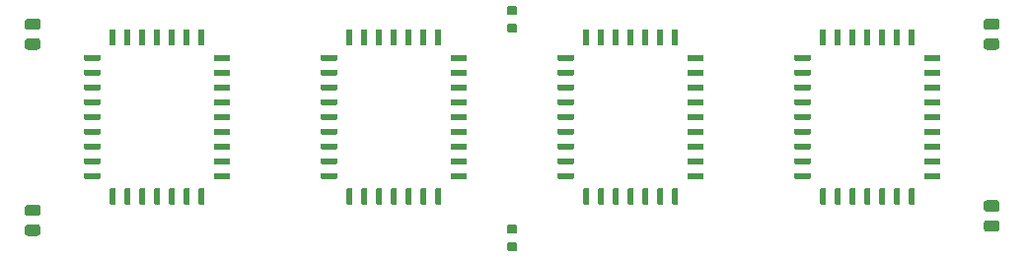
<source format=gtp>
G04 #@! TF.GenerationSoftware,KiCad,Pcbnew,(5.1.5-0-10_14)*
G04 #@! TF.CreationDate,2020-05-17T02:55:49-04:00*
G04 #@! TF.ProjectId,ROMSIMM,524f4d53-494d-44d2-9e6b-696361645f70,rev?*
G04 #@! TF.SameCoordinates,Original*
G04 #@! TF.FileFunction,Paste,Top*
G04 #@! TF.FilePolarity,Positive*
%FSLAX46Y46*%
G04 Gerber Fmt 4.6, Leading zero omitted, Abs format (unit mm)*
G04 Created by KiCad (PCBNEW (5.1.5-0-10_14)) date 2020-05-17 02:55:49*
%MOMM*%
%LPD*%
G04 APERTURE LIST*
%ADD10C,0.100000*%
G04 APERTURE END LIST*
D10*
G36*
X120912411Y-122308032D02*
G01*
X120931190Y-122310817D01*
X120949606Y-122315430D01*
X120967480Y-122321826D01*
X120984642Y-122329942D01*
X121000925Y-122339702D01*
X121016173Y-122351011D01*
X121030240Y-122363760D01*
X121042989Y-122377827D01*
X121054298Y-122393075D01*
X121064058Y-122409358D01*
X121072174Y-122426520D01*
X121078570Y-122444394D01*
X121083183Y-122462810D01*
X121085968Y-122481589D01*
X121086900Y-122500550D01*
X121086900Y-122887450D01*
X121085968Y-122906411D01*
X121083183Y-122925190D01*
X121078570Y-122943606D01*
X121072174Y-122961480D01*
X121064058Y-122978642D01*
X121054298Y-122994925D01*
X121042989Y-123010173D01*
X121030240Y-123024240D01*
X121016173Y-123036989D01*
X121000925Y-123048298D01*
X120984642Y-123058058D01*
X120967480Y-123066174D01*
X120949606Y-123072570D01*
X120931190Y-123077183D01*
X120912411Y-123079968D01*
X120893450Y-123080900D01*
X120406550Y-123080900D01*
X120387589Y-123079968D01*
X120368810Y-123077183D01*
X120350394Y-123072570D01*
X120332520Y-123066174D01*
X120315358Y-123058058D01*
X120299075Y-123048298D01*
X120283827Y-123036989D01*
X120269760Y-123024240D01*
X120257011Y-123010173D01*
X120245702Y-122994925D01*
X120235942Y-122978642D01*
X120227826Y-122961480D01*
X120221430Y-122943606D01*
X120216817Y-122925190D01*
X120214032Y-122906411D01*
X120213100Y-122887450D01*
X120213100Y-122500550D01*
X120214032Y-122481589D01*
X120216817Y-122462810D01*
X120221430Y-122444394D01*
X120227826Y-122426520D01*
X120235942Y-122409358D01*
X120245702Y-122393075D01*
X120257011Y-122377827D01*
X120269760Y-122363760D01*
X120283827Y-122351011D01*
X120299075Y-122339702D01*
X120315358Y-122329942D01*
X120332520Y-122321826D01*
X120350394Y-122315430D01*
X120368810Y-122310817D01*
X120387589Y-122308032D01*
X120406550Y-122307100D01*
X120893450Y-122307100D01*
X120912411Y-122308032D01*
G37*
G36*
X120912411Y-123808032D02*
G01*
X120931190Y-123810817D01*
X120949606Y-123815430D01*
X120967480Y-123821826D01*
X120984642Y-123829942D01*
X121000925Y-123839702D01*
X121016173Y-123851011D01*
X121030240Y-123863760D01*
X121042989Y-123877827D01*
X121054298Y-123893075D01*
X121064058Y-123909358D01*
X121072174Y-123926520D01*
X121078570Y-123944394D01*
X121083183Y-123962810D01*
X121085968Y-123981589D01*
X121086900Y-124000550D01*
X121086900Y-124387450D01*
X121085968Y-124406411D01*
X121083183Y-124425190D01*
X121078570Y-124443606D01*
X121072174Y-124461480D01*
X121064058Y-124478642D01*
X121054298Y-124494925D01*
X121042989Y-124510173D01*
X121030240Y-124524240D01*
X121016173Y-124536989D01*
X121000925Y-124548298D01*
X120984642Y-124558058D01*
X120967480Y-124566174D01*
X120949606Y-124572570D01*
X120931190Y-124577183D01*
X120912411Y-124579968D01*
X120893450Y-124580900D01*
X120406550Y-124580900D01*
X120387589Y-124579968D01*
X120368810Y-124577183D01*
X120350394Y-124572570D01*
X120332520Y-124566174D01*
X120315358Y-124558058D01*
X120299075Y-124548298D01*
X120283827Y-124536989D01*
X120269760Y-124524240D01*
X120257011Y-124510173D01*
X120245702Y-124494925D01*
X120235942Y-124478642D01*
X120227826Y-124461480D01*
X120221430Y-124443606D01*
X120216817Y-124425190D01*
X120214032Y-124406411D01*
X120213100Y-124387450D01*
X120213100Y-124000550D01*
X120214032Y-123981589D01*
X120216817Y-123962810D01*
X120221430Y-123944394D01*
X120227826Y-123926520D01*
X120235942Y-123909358D01*
X120245702Y-123893075D01*
X120257011Y-123877827D01*
X120269760Y-123863760D01*
X120283827Y-123851011D01*
X120299075Y-123839702D01*
X120315358Y-123829942D01*
X120332520Y-123821826D01*
X120350394Y-123815430D01*
X120368810Y-123810817D01*
X120387589Y-123808032D01*
X120406550Y-123807100D01*
X120893450Y-123807100D01*
X120912411Y-123808032D01*
G37*
G36*
X120912411Y-105012032D02*
G01*
X120931190Y-105014817D01*
X120949606Y-105019430D01*
X120967480Y-105025826D01*
X120984642Y-105033942D01*
X121000925Y-105043702D01*
X121016173Y-105055011D01*
X121030240Y-105067760D01*
X121042989Y-105081827D01*
X121054298Y-105097075D01*
X121064058Y-105113358D01*
X121072174Y-105130520D01*
X121078570Y-105148394D01*
X121083183Y-105166810D01*
X121085968Y-105185589D01*
X121086900Y-105204550D01*
X121086900Y-105591450D01*
X121085968Y-105610411D01*
X121083183Y-105629190D01*
X121078570Y-105647606D01*
X121072174Y-105665480D01*
X121064058Y-105682642D01*
X121054298Y-105698925D01*
X121042989Y-105714173D01*
X121030240Y-105728240D01*
X121016173Y-105740989D01*
X121000925Y-105752298D01*
X120984642Y-105762058D01*
X120967480Y-105770174D01*
X120949606Y-105776570D01*
X120931190Y-105781183D01*
X120912411Y-105783968D01*
X120893450Y-105784900D01*
X120406550Y-105784900D01*
X120387589Y-105783968D01*
X120368810Y-105781183D01*
X120350394Y-105776570D01*
X120332520Y-105770174D01*
X120315358Y-105762058D01*
X120299075Y-105752298D01*
X120283827Y-105740989D01*
X120269760Y-105728240D01*
X120257011Y-105714173D01*
X120245702Y-105698925D01*
X120235942Y-105682642D01*
X120227826Y-105665480D01*
X120221430Y-105647606D01*
X120216817Y-105629190D01*
X120214032Y-105610411D01*
X120213100Y-105591450D01*
X120213100Y-105204550D01*
X120214032Y-105185589D01*
X120216817Y-105166810D01*
X120221430Y-105148394D01*
X120227826Y-105130520D01*
X120235942Y-105113358D01*
X120245702Y-105097075D01*
X120257011Y-105081827D01*
X120269760Y-105067760D01*
X120283827Y-105055011D01*
X120299075Y-105043702D01*
X120315358Y-105033942D01*
X120332520Y-105025826D01*
X120350394Y-105019430D01*
X120368810Y-105014817D01*
X120387589Y-105012032D01*
X120406550Y-105011100D01*
X120893450Y-105011100D01*
X120912411Y-105012032D01*
G37*
G36*
X120912411Y-103512032D02*
G01*
X120931190Y-103514817D01*
X120949606Y-103519430D01*
X120967480Y-103525826D01*
X120984642Y-103533942D01*
X121000925Y-103543702D01*
X121016173Y-103555011D01*
X121030240Y-103567760D01*
X121042989Y-103581827D01*
X121054298Y-103597075D01*
X121064058Y-103613358D01*
X121072174Y-103630520D01*
X121078570Y-103648394D01*
X121083183Y-103666810D01*
X121085968Y-103685589D01*
X121086900Y-103704550D01*
X121086900Y-104091450D01*
X121085968Y-104110411D01*
X121083183Y-104129190D01*
X121078570Y-104147606D01*
X121072174Y-104165480D01*
X121064058Y-104182642D01*
X121054298Y-104198925D01*
X121042989Y-104214173D01*
X121030240Y-104228240D01*
X121016173Y-104240989D01*
X121000925Y-104252298D01*
X120984642Y-104262058D01*
X120967480Y-104270174D01*
X120949606Y-104276570D01*
X120931190Y-104281183D01*
X120912411Y-104283968D01*
X120893450Y-104284900D01*
X120406550Y-104284900D01*
X120387589Y-104283968D01*
X120368810Y-104281183D01*
X120350394Y-104276570D01*
X120332520Y-104270174D01*
X120315358Y-104262058D01*
X120299075Y-104252298D01*
X120283827Y-104240989D01*
X120269760Y-104228240D01*
X120257011Y-104214173D01*
X120245702Y-104198925D01*
X120235942Y-104182642D01*
X120227826Y-104165480D01*
X120221430Y-104147606D01*
X120216817Y-104129190D01*
X120214032Y-104110411D01*
X120213100Y-104091450D01*
X120213100Y-103704550D01*
X120214032Y-103685589D01*
X120216817Y-103666810D01*
X120221430Y-103648394D01*
X120227826Y-103630520D01*
X120235942Y-103613358D01*
X120245702Y-103597075D01*
X120257011Y-103581827D01*
X120269760Y-103567760D01*
X120283827Y-103555011D01*
X120299075Y-103543702D01*
X120315358Y-103533942D01*
X120332520Y-103525826D01*
X120350394Y-103519430D01*
X120368810Y-103514817D01*
X120387589Y-103512032D01*
X120406550Y-103511100D01*
X120893450Y-103511100D01*
X120912411Y-103512032D01*
G37*
G36*
X90313785Y-105493731D02*
G01*
X90326497Y-105495616D01*
X90338963Y-105498739D01*
X90351062Y-105503068D01*
X90362679Y-105508562D01*
X90373702Y-105515169D01*
X90384024Y-105522824D01*
X90393546Y-105531454D01*
X90402176Y-105540976D01*
X90409831Y-105551298D01*
X90416438Y-105562321D01*
X90421932Y-105573938D01*
X90426261Y-105586037D01*
X90429384Y-105598503D01*
X90431269Y-105611215D01*
X90431900Y-105624050D01*
X90431900Y-106760950D01*
X90431269Y-106773785D01*
X90429384Y-106786497D01*
X90426261Y-106798963D01*
X90421932Y-106811062D01*
X90416438Y-106822679D01*
X90409831Y-106833702D01*
X90402176Y-106844024D01*
X90393546Y-106853546D01*
X90384024Y-106862176D01*
X90373702Y-106869831D01*
X90362679Y-106876438D01*
X90351062Y-106881932D01*
X90338963Y-106886261D01*
X90326497Y-106889384D01*
X90313785Y-106891269D01*
X90300950Y-106891900D01*
X90039050Y-106891900D01*
X90026215Y-106891269D01*
X90013503Y-106889384D01*
X90001037Y-106886261D01*
X89988938Y-106881932D01*
X89977321Y-106876438D01*
X89966298Y-106869831D01*
X89955976Y-106862176D01*
X89946454Y-106853546D01*
X89937824Y-106844024D01*
X89930169Y-106833702D01*
X89923562Y-106822679D01*
X89918068Y-106811062D01*
X89913739Y-106798963D01*
X89910616Y-106786497D01*
X89908731Y-106773785D01*
X89908100Y-106760950D01*
X89908100Y-105624050D01*
X89908731Y-105611215D01*
X89910616Y-105598503D01*
X89913739Y-105586037D01*
X89918068Y-105573938D01*
X89923562Y-105562321D01*
X89930169Y-105551298D01*
X89937824Y-105540976D01*
X89946454Y-105531454D01*
X89955976Y-105522824D01*
X89966298Y-105515169D01*
X89977321Y-105508562D01*
X89988938Y-105503068D01*
X90001037Y-105498739D01*
X90013503Y-105495616D01*
X90026215Y-105493731D01*
X90039050Y-105493100D01*
X90300950Y-105493100D01*
X90313785Y-105493731D01*
G37*
G36*
X89043785Y-105493731D02*
G01*
X89056497Y-105495616D01*
X89068963Y-105498739D01*
X89081062Y-105503068D01*
X89092679Y-105508562D01*
X89103702Y-105515169D01*
X89114024Y-105522824D01*
X89123546Y-105531454D01*
X89132176Y-105540976D01*
X89139831Y-105551298D01*
X89146438Y-105562321D01*
X89151932Y-105573938D01*
X89156261Y-105586037D01*
X89159384Y-105598503D01*
X89161269Y-105611215D01*
X89161900Y-105624050D01*
X89161900Y-106760950D01*
X89161269Y-106773785D01*
X89159384Y-106786497D01*
X89156261Y-106798963D01*
X89151932Y-106811062D01*
X89146438Y-106822679D01*
X89139831Y-106833702D01*
X89132176Y-106844024D01*
X89123546Y-106853546D01*
X89114024Y-106862176D01*
X89103702Y-106869831D01*
X89092679Y-106876438D01*
X89081062Y-106881932D01*
X89068963Y-106886261D01*
X89056497Y-106889384D01*
X89043785Y-106891269D01*
X89030950Y-106891900D01*
X88769050Y-106891900D01*
X88756215Y-106891269D01*
X88743503Y-106889384D01*
X88731037Y-106886261D01*
X88718938Y-106881932D01*
X88707321Y-106876438D01*
X88696298Y-106869831D01*
X88685976Y-106862176D01*
X88676454Y-106853546D01*
X88667824Y-106844024D01*
X88660169Y-106833702D01*
X88653562Y-106822679D01*
X88648068Y-106811062D01*
X88643739Y-106798963D01*
X88640616Y-106786497D01*
X88638731Y-106773785D01*
X88638100Y-106760950D01*
X88638100Y-105624050D01*
X88638731Y-105611215D01*
X88640616Y-105598503D01*
X88643739Y-105586037D01*
X88648068Y-105573938D01*
X88653562Y-105562321D01*
X88660169Y-105551298D01*
X88667824Y-105540976D01*
X88676454Y-105531454D01*
X88685976Y-105522824D01*
X88696298Y-105515169D01*
X88707321Y-105508562D01*
X88718938Y-105503068D01*
X88731037Y-105498739D01*
X88743503Y-105495616D01*
X88756215Y-105493731D01*
X88769050Y-105493100D01*
X89030950Y-105493100D01*
X89043785Y-105493731D01*
G37*
G36*
X87773785Y-105493731D02*
G01*
X87786497Y-105495616D01*
X87798963Y-105498739D01*
X87811062Y-105503068D01*
X87822679Y-105508562D01*
X87833702Y-105515169D01*
X87844024Y-105522824D01*
X87853546Y-105531454D01*
X87862176Y-105540976D01*
X87869831Y-105551298D01*
X87876438Y-105562321D01*
X87881932Y-105573938D01*
X87886261Y-105586037D01*
X87889384Y-105598503D01*
X87891269Y-105611215D01*
X87891900Y-105624050D01*
X87891900Y-106760950D01*
X87891269Y-106773785D01*
X87889384Y-106786497D01*
X87886261Y-106798963D01*
X87881932Y-106811062D01*
X87876438Y-106822679D01*
X87869831Y-106833702D01*
X87862176Y-106844024D01*
X87853546Y-106853546D01*
X87844024Y-106862176D01*
X87833702Y-106869831D01*
X87822679Y-106876438D01*
X87811062Y-106881932D01*
X87798963Y-106886261D01*
X87786497Y-106889384D01*
X87773785Y-106891269D01*
X87760950Y-106891900D01*
X87499050Y-106891900D01*
X87486215Y-106891269D01*
X87473503Y-106889384D01*
X87461037Y-106886261D01*
X87448938Y-106881932D01*
X87437321Y-106876438D01*
X87426298Y-106869831D01*
X87415976Y-106862176D01*
X87406454Y-106853546D01*
X87397824Y-106844024D01*
X87390169Y-106833702D01*
X87383562Y-106822679D01*
X87378068Y-106811062D01*
X87373739Y-106798963D01*
X87370616Y-106786497D01*
X87368731Y-106773785D01*
X87368100Y-106760950D01*
X87368100Y-105624050D01*
X87368731Y-105611215D01*
X87370616Y-105598503D01*
X87373739Y-105586037D01*
X87378068Y-105573938D01*
X87383562Y-105562321D01*
X87390169Y-105551298D01*
X87397824Y-105540976D01*
X87406454Y-105531454D01*
X87415976Y-105522824D01*
X87426298Y-105515169D01*
X87437321Y-105508562D01*
X87448938Y-105503068D01*
X87461037Y-105498739D01*
X87473503Y-105495616D01*
X87486215Y-105493731D01*
X87499050Y-105493100D01*
X87760950Y-105493100D01*
X87773785Y-105493731D01*
G37*
G36*
X86503785Y-105493731D02*
G01*
X86516497Y-105495616D01*
X86528963Y-105498739D01*
X86541062Y-105503068D01*
X86552679Y-105508562D01*
X86563702Y-105515169D01*
X86574024Y-105522824D01*
X86583546Y-105531454D01*
X86592176Y-105540976D01*
X86599831Y-105551298D01*
X86606438Y-105562321D01*
X86611932Y-105573938D01*
X86616261Y-105586037D01*
X86619384Y-105598503D01*
X86621269Y-105611215D01*
X86621900Y-105624050D01*
X86621900Y-106760950D01*
X86621269Y-106773785D01*
X86619384Y-106786497D01*
X86616261Y-106798963D01*
X86611932Y-106811062D01*
X86606438Y-106822679D01*
X86599831Y-106833702D01*
X86592176Y-106844024D01*
X86583546Y-106853546D01*
X86574024Y-106862176D01*
X86563702Y-106869831D01*
X86552679Y-106876438D01*
X86541062Y-106881932D01*
X86528963Y-106886261D01*
X86516497Y-106889384D01*
X86503785Y-106891269D01*
X86490950Y-106891900D01*
X86229050Y-106891900D01*
X86216215Y-106891269D01*
X86203503Y-106889384D01*
X86191037Y-106886261D01*
X86178938Y-106881932D01*
X86167321Y-106876438D01*
X86156298Y-106869831D01*
X86145976Y-106862176D01*
X86136454Y-106853546D01*
X86127824Y-106844024D01*
X86120169Y-106833702D01*
X86113562Y-106822679D01*
X86108068Y-106811062D01*
X86103739Y-106798963D01*
X86100616Y-106786497D01*
X86098731Y-106773785D01*
X86098100Y-106760950D01*
X86098100Y-105624050D01*
X86098731Y-105611215D01*
X86100616Y-105598503D01*
X86103739Y-105586037D01*
X86108068Y-105573938D01*
X86113562Y-105562321D01*
X86120169Y-105551298D01*
X86127824Y-105540976D01*
X86136454Y-105531454D01*
X86145976Y-105522824D01*
X86156298Y-105515169D01*
X86167321Y-105508562D01*
X86178938Y-105503068D01*
X86191037Y-105498739D01*
X86203503Y-105495616D01*
X86216215Y-105493731D01*
X86229050Y-105493100D01*
X86490950Y-105493100D01*
X86503785Y-105493731D01*
G37*
G36*
X85188785Y-107688731D02*
G01*
X85201497Y-107690616D01*
X85213963Y-107693739D01*
X85226062Y-107698068D01*
X85237679Y-107703562D01*
X85248702Y-107710169D01*
X85259024Y-107717824D01*
X85268546Y-107726454D01*
X85277176Y-107735976D01*
X85284831Y-107746298D01*
X85291438Y-107757321D01*
X85296932Y-107768938D01*
X85301261Y-107781037D01*
X85304384Y-107793503D01*
X85306269Y-107806215D01*
X85306900Y-107819050D01*
X85306900Y-108080950D01*
X85306269Y-108093785D01*
X85304384Y-108106497D01*
X85301261Y-108118963D01*
X85296932Y-108131062D01*
X85291438Y-108142679D01*
X85284831Y-108153702D01*
X85277176Y-108164024D01*
X85268546Y-108173546D01*
X85259024Y-108182176D01*
X85248702Y-108189831D01*
X85237679Y-108196438D01*
X85226062Y-108201932D01*
X85213963Y-108206261D01*
X85201497Y-108209384D01*
X85188785Y-108211269D01*
X85175950Y-108211900D01*
X84039050Y-108211900D01*
X84026215Y-108211269D01*
X84013503Y-108209384D01*
X84001037Y-108206261D01*
X83988938Y-108201932D01*
X83977321Y-108196438D01*
X83966298Y-108189831D01*
X83955976Y-108182176D01*
X83946454Y-108173546D01*
X83937824Y-108164024D01*
X83930169Y-108153702D01*
X83923562Y-108142679D01*
X83918068Y-108131062D01*
X83913739Y-108118963D01*
X83910616Y-108106497D01*
X83908731Y-108093785D01*
X83908100Y-108080950D01*
X83908100Y-107819050D01*
X83908731Y-107806215D01*
X83910616Y-107793503D01*
X83913739Y-107781037D01*
X83918068Y-107768938D01*
X83923562Y-107757321D01*
X83930169Y-107746298D01*
X83937824Y-107735976D01*
X83946454Y-107726454D01*
X83955976Y-107717824D01*
X83966298Y-107710169D01*
X83977321Y-107703562D01*
X83988938Y-107698068D01*
X84001037Y-107693739D01*
X84013503Y-107690616D01*
X84026215Y-107688731D01*
X84039050Y-107688100D01*
X85175950Y-107688100D01*
X85188785Y-107688731D01*
G37*
G36*
X85188785Y-108958731D02*
G01*
X85201497Y-108960616D01*
X85213963Y-108963739D01*
X85226062Y-108968068D01*
X85237679Y-108973562D01*
X85248702Y-108980169D01*
X85259024Y-108987824D01*
X85268546Y-108996454D01*
X85277176Y-109005976D01*
X85284831Y-109016298D01*
X85291438Y-109027321D01*
X85296932Y-109038938D01*
X85301261Y-109051037D01*
X85304384Y-109063503D01*
X85306269Y-109076215D01*
X85306900Y-109089050D01*
X85306900Y-109350950D01*
X85306269Y-109363785D01*
X85304384Y-109376497D01*
X85301261Y-109388963D01*
X85296932Y-109401062D01*
X85291438Y-109412679D01*
X85284831Y-109423702D01*
X85277176Y-109434024D01*
X85268546Y-109443546D01*
X85259024Y-109452176D01*
X85248702Y-109459831D01*
X85237679Y-109466438D01*
X85226062Y-109471932D01*
X85213963Y-109476261D01*
X85201497Y-109479384D01*
X85188785Y-109481269D01*
X85175950Y-109481900D01*
X84039050Y-109481900D01*
X84026215Y-109481269D01*
X84013503Y-109479384D01*
X84001037Y-109476261D01*
X83988938Y-109471932D01*
X83977321Y-109466438D01*
X83966298Y-109459831D01*
X83955976Y-109452176D01*
X83946454Y-109443546D01*
X83937824Y-109434024D01*
X83930169Y-109423702D01*
X83923562Y-109412679D01*
X83918068Y-109401062D01*
X83913739Y-109388963D01*
X83910616Y-109376497D01*
X83908731Y-109363785D01*
X83908100Y-109350950D01*
X83908100Y-109089050D01*
X83908731Y-109076215D01*
X83910616Y-109063503D01*
X83913739Y-109051037D01*
X83918068Y-109038938D01*
X83923562Y-109027321D01*
X83930169Y-109016298D01*
X83937824Y-109005976D01*
X83946454Y-108996454D01*
X83955976Y-108987824D01*
X83966298Y-108980169D01*
X83977321Y-108973562D01*
X83988938Y-108968068D01*
X84001037Y-108963739D01*
X84013503Y-108960616D01*
X84026215Y-108958731D01*
X84039050Y-108958100D01*
X85175950Y-108958100D01*
X85188785Y-108958731D01*
G37*
G36*
X85188785Y-110228731D02*
G01*
X85201497Y-110230616D01*
X85213963Y-110233739D01*
X85226062Y-110238068D01*
X85237679Y-110243562D01*
X85248702Y-110250169D01*
X85259024Y-110257824D01*
X85268546Y-110266454D01*
X85277176Y-110275976D01*
X85284831Y-110286298D01*
X85291438Y-110297321D01*
X85296932Y-110308938D01*
X85301261Y-110321037D01*
X85304384Y-110333503D01*
X85306269Y-110346215D01*
X85306900Y-110359050D01*
X85306900Y-110620950D01*
X85306269Y-110633785D01*
X85304384Y-110646497D01*
X85301261Y-110658963D01*
X85296932Y-110671062D01*
X85291438Y-110682679D01*
X85284831Y-110693702D01*
X85277176Y-110704024D01*
X85268546Y-110713546D01*
X85259024Y-110722176D01*
X85248702Y-110729831D01*
X85237679Y-110736438D01*
X85226062Y-110741932D01*
X85213963Y-110746261D01*
X85201497Y-110749384D01*
X85188785Y-110751269D01*
X85175950Y-110751900D01*
X84039050Y-110751900D01*
X84026215Y-110751269D01*
X84013503Y-110749384D01*
X84001037Y-110746261D01*
X83988938Y-110741932D01*
X83977321Y-110736438D01*
X83966298Y-110729831D01*
X83955976Y-110722176D01*
X83946454Y-110713546D01*
X83937824Y-110704024D01*
X83930169Y-110693702D01*
X83923562Y-110682679D01*
X83918068Y-110671062D01*
X83913739Y-110658963D01*
X83910616Y-110646497D01*
X83908731Y-110633785D01*
X83908100Y-110620950D01*
X83908100Y-110359050D01*
X83908731Y-110346215D01*
X83910616Y-110333503D01*
X83913739Y-110321037D01*
X83918068Y-110308938D01*
X83923562Y-110297321D01*
X83930169Y-110286298D01*
X83937824Y-110275976D01*
X83946454Y-110266454D01*
X83955976Y-110257824D01*
X83966298Y-110250169D01*
X83977321Y-110243562D01*
X83988938Y-110238068D01*
X84001037Y-110233739D01*
X84013503Y-110230616D01*
X84026215Y-110228731D01*
X84039050Y-110228100D01*
X85175950Y-110228100D01*
X85188785Y-110228731D01*
G37*
G36*
X85188785Y-111498731D02*
G01*
X85201497Y-111500616D01*
X85213963Y-111503739D01*
X85226062Y-111508068D01*
X85237679Y-111513562D01*
X85248702Y-111520169D01*
X85259024Y-111527824D01*
X85268546Y-111536454D01*
X85277176Y-111545976D01*
X85284831Y-111556298D01*
X85291438Y-111567321D01*
X85296932Y-111578938D01*
X85301261Y-111591037D01*
X85304384Y-111603503D01*
X85306269Y-111616215D01*
X85306900Y-111629050D01*
X85306900Y-111890950D01*
X85306269Y-111903785D01*
X85304384Y-111916497D01*
X85301261Y-111928963D01*
X85296932Y-111941062D01*
X85291438Y-111952679D01*
X85284831Y-111963702D01*
X85277176Y-111974024D01*
X85268546Y-111983546D01*
X85259024Y-111992176D01*
X85248702Y-111999831D01*
X85237679Y-112006438D01*
X85226062Y-112011932D01*
X85213963Y-112016261D01*
X85201497Y-112019384D01*
X85188785Y-112021269D01*
X85175950Y-112021900D01*
X84039050Y-112021900D01*
X84026215Y-112021269D01*
X84013503Y-112019384D01*
X84001037Y-112016261D01*
X83988938Y-112011932D01*
X83977321Y-112006438D01*
X83966298Y-111999831D01*
X83955976Y-111992176D01*
X83946454Y-111983546D01*
X83937824Y-111974024D01*
X83930169Y-111963702D01*
X83923562Y-111952679D01*
X83918068Y-111941062D01*
X83913739Y-111928963D01*
X83910616Y-111916497D01*
X83908731Y-111903785D01*
X83908100Y-111890950D01*
X83908100Y-111629050D01*
X83908731Y-111616215D01*
X83910616Y-111603503D01*
X83913739Y-111591037D01*
X83918068Y-111578938D01*
X83923562Y-111567321D01*
X83930169Y-111556298D01*
X83937824Y-111545976D01*
X83946454Y-111536454D01*
X83955976Y-111527824D01*
X83966298Y-111520169D01*
X83977321Y-111513562D01*
X83988938Y-111508068D01*
X84001037Y-111503739D01*
X84013503Y-111500616D01*
X84026215Y-111498731D01*
X84039050Y-111498100D01*
X85175950Y-111498100D01*
X85188785Y-111498731D01*
G37*
G36*
X85188785Y-112768731D02*
G01*
X85201497Y-112770616D01*
X85213963Y-112773739D01*
X85226062Y-112778068D01*
X85237679Y-112783562D01*
X85248702Y-112790169D01*
X85259024Y-112797824D01*
X85268546Y-112806454D01*
X85277176Y-112815976D01*
X85284831Y-112826298D01*
X85291438Y-112837321D01*
X85296932Y-112848938D01*
X85301261Y-112861037D01*
X85304384Y-112873503D01*
X85306269Y-112886215D01*
X85306900Y-112899050D01*
X85306900Y-113160950D01*
X85306269Y-113173785D01*
X85304384Y-113186497D01*
X85301261Y-113198963D01*
X85296932Y-113211062D01*
X85291438Y-113222679D01*
X85284831Y-113233702D01*
X85277176Y-113244024D01*
X85268546Y-113253546D01*
X85259024Y-113262176D01*
X85248702Y-113269831D01*
X85237679Y-113276438D01*
X85226062Y-113281932D01*
X85213963Y-113286261D01*
X85201497Y-113289384D01*
X85188785Y-113291269D01*
X85175950Y-113291900D01*
X84039050Y-113291900D01*
X84026215Y-113291269D01*
X84013503Y-113289384D01*
X84001037Y-113286261D01*
X83988938Y-113281932D01*
X83977321Y-113276438D01*
X83966298Y-113269831D01*
X83955976Y-113262176D01*
X83946454Y-113253546D01*
X83937824Y-113244024D01*
X83930169Y-113233702D01*
X83923562Y-113222679D01*
X83918068Y-113211062D01*
X83913739Y-113198963D01*
X83910616Y-113186497D01*
X83908731Y-113173785D01*
X83908100Y-113160950D01*
X83908100Y-112899050D01*
X83908731Y-112886215D01*
X83910616Y-112873503D01*
X83913739Y-112861037D01*
X83918068Y-112848938D01*
X83923562Y-112837321D01*
X83930169Y-112826298D01*
X83937824Y-112815976D01*
X83946454Y-112806454D01*
X83955976Y-112797824D01*
X83966298Y-112790169D01*
X83977321Y-112783562D01*
X83988938Y-112778068D01*
X84001037Y-112773739D01*
X84013503Y-112770616D01*
X84026215Y-112768731D01*
X84039050Y-112768100D01*
X85175950Y-112768100D01*
X85188785Y-112768731D01*
G37*
G36*
X85188785Y-114038731D02*
G01*
X85201497Y-114040616D01*
X85213963Y-114043739D01*
X85226062Y-114048068D01*
X85237679Y-114053562D01*
X85248702Y-114060169D01*
X85259024Y-114067824D01*
X85268546Y-114076454D01*
X85277176Y-114085976D01*
X85284831Y-114096298D01*
X85291438Y-114107321D01*
X85296932Y-114118938D01*
X85301261Y-114131037D01*
X85304384Y-114143503D01*
X85306269Y-114156215D01*
X85306900Y-114169050D01*
X85306900Y-114430950D01*
X85306269Y-114443785D01*
X85304384Y-114456497D01*
X85301261Y-114468963D01*
X85296932Y-114481062D01*
X85291438Y-114492679D01*
X85284831Y-114503702D01*
X85277176Y-114514024D01*
X85268546Y-114523546D01*
X85259024Y-114532176D01*
X85248702Y-114539831D01*
X85237679Y-114546438D01*
X85226062Y-114551932D01*
X85213963Y-114556261D01*
X85201497Y-114559384D01*
X85188785Y-114561269D01*
X85175950Y-114561900D01*
X84039050Y-114561900D01*
X84026215Y-114561269D01*
X84013503Y-114559384D01*
X84001037Y-114556261D01*
X83988938Y-114551932D01*
X83977321Y-114546438D01*
X83966298Y-114539831D01*
X83955976Y-114532176D01*
X83946454Y-114523546D01*
X83937824Y-114514024D01*
X83930169Y-114503702D01*
X83923562Y-114492679D01*
X83918068Y-114481062D01*
X83913739Y-114468963D01*
X83910616Y-114456497D01*
X83908731Y-114443785D01*
X83908100Y-114430950D01*
X83908100Y-114169050D01*
X83908731Y-114156215D01*
X83910616Y-114143503D01*
X83913739Y-114131037D01*
X83918068Y-114118938D01*
X83923562Y-114107321D01*
X83930169Y-114096298D01*
X83937824Y-114085976D01*
X83946454Y-114076454D01*
X83955976Y-114067824D01*
X83966298Y-114060169D01*
X83977321Y-114053562D01*
X83988938Y-114048068D01*
X84001037Y-114043739D01*
X84013503Y-114040616D01*
X84026215Y-114038731D01*
X84039050Y-114038100D01*
X85175950Y-114038100D01*
X85188785Y-114038731D01*
G37*
G36*
X85188785Y-115308731D02*
G01*
X85201497Y-115310616D01*
X85213963Y-115313739D01*
X85226062Y-115318068D01*
X85237679Y-115323562D01*
X85248702Y-115330169D01*
X85259024Y-115337824D01*
X85268546Y-115346454D01*
X85277176Y-115355976D01*
X85284831Y-115366298D01*
X85291438Y-115377321D01*
X85296932Y-115388938D01*
X85301261Y-115401037D01*
X85304384Y-115413503D01*
X85306269Y-115426215D01*
X85306900Y-115439050D01*
X85306900Y-115700950D01*
X85306269Y-115713785D01*
X85304384Y-115726497D01*
X85301261Y-115738963D01*
X85296932Y-115751062D01*
X85291438Y-115762679D01*
X85284831Y-115773702D01*
X85277176Y-115784024D01*
X85268546Y-115793546D01*
X85259024Y-115802176D01*
X85248702Y-115809831D01*
X85237679Y-115816438D01*
X85226062Y-115821932D01*
X85213963Y-115826261D01*
X85201497Y-115829384D01*
X85188785Y-115831269D01*
X85175950Y-115831900D01*
X84039050Y-115831900D01*
X84026215Y-115831269D01*
X84013503Y-115829384D01*
X84001037Y-115826261D01*
X83988938Y-115821932D01*
X83977321Y-115816438D01*
X83966298Y-115809831D01*
X83955976Y-115802176D01*
X83946454Y-115793546D01*
X83937824Y-115784024D01*
X83930169Y-115773702D01*
X83923562Y-115762679D01*
X83918068Y-115751062D01*
X83913739Y-115738963D01*
X83910616Y-115726497D01*
X83908731Y-115713785D01*
X83908100Y-115700950D01*
X83908100Y-115439050D01*
X83908731Y-115426215D01*
X83910616Y-115413503D01*
X83913739Y-115401037D01*
X83918068Y-115388938D01*
X83923562Y-115377321D01*
X83930169Y-115366298D01*
X83937824Y-115355976D01*
X83946454Y-115346454D01*
X83955976Y-115337824D01*
X83966298Y-115330169D01*
X83977321Y-115323562D01*
X83988938Y-115318068D01*
X84001037Y-115313739D01*
X84013503Y-115310616D01*
X84026215Y-115308731D01*
X84039050Y-115308100D01*
X85175950Y-115308100D01*
X85188785Y-115308731D01*
G37*
G36*
X85188785Y-116578731D02*
G01*
X85201497Y-116580616D01*
X85213963Y-116583739D01*
X85226062Y-116588068D01*
X85237679Y-116593562D01*
X85248702Y-116600169D01*
X85259024Y-116607824D01*
X85268546Y-116616454D01*
X85277176Y-116625976D01*
X85284831Y-116636298D01*
X85291438Y-116647321D01*
X85296932Y-116658938D01*
X85301261Y-116671037D01*
X85304384Y-116683503D01*
X85306269Y-116696215D01*
X85306900Y-116709050D01*
X85306900Y-116970950D01*
X85306269Y-116983785D01*
X85304384Y-116996497D01*
X85301261Y-117008963D01*
X85296932Y-117021062D01*
X85291438Y-117032679D01*
X85284831Y-117043702D01*
X85277176Y-117054024D01*
X85268546Y-117063546D01*
X85259024Y-117072176D01*
X85248702Y-117079831D01*
X85237679Y-117086438D01*
X85226062Y-117091932D01*
X85213963Y-117096261D01*
X85201497Y-117099384D01*
X85188785Y-117101269D01*
X85175950Y-117101900D01*
X84039050Y-117101900D01*
X84026215Y-117101269D01*
X84013503Y-117099384D01*
X84001037Y-117096261D01*
X83988938Y-117091932D01*
X83977321Y-117086438D01*
X83966298Y-117079831D01*
X83955976Y-117072176D01*
X83946454Y-117063546D01*
X83937824Y-117054024D01*
X83930169Y-117043702D01*
X83923562Y-117032679D01*
X83918068Y-117021062D01*
X83913739Y-117008963D01*
X83910616Y-116996497D01*
X83908731Y-116983785D01*
X83908100Y-116970950D01*
X83908100Y-116709050D01*
X83908731Y-116696215D01*
X83910616Y-116683503D01*
X83913739Y-116671037D01*
X83918068Y-116658938D01*
X83923562Y-116647321D01*
X83930169Y-116636298D01*
X83937824Y-116625976D01*
X83946454Y-116616454D01*
X83955976Y-116607824D01*
X83966298Y-116600169D01*
X83977321Y-116593562D01*
X83988938Y-116588068D01*
X84001037Y-116583739D01*
X84013503Y-116580616D01*
X84026215Y-116578731D01*
X84039050Y-116578100D01*
X85175950Y-116578100D01*
X85188785Y-116578731D01*
G37*
G36*
X85188785Y-117848731D02*
G01*
X85201497Y-117850616D01*
X85213963Y-117853739D01*
X85226062Y-117858068D01*
X85237679Y-117863562D01*
X85248702Y-117870169D01*
X85259024Y-117877824D01*
X85268546Y-117886454D01*
X85277176Y-117895976D01*
X85284831Y-117906298D01*
X85291438Y-117917321D01*
X85296932Y-117928938D01*
X85301261Y-117941037D01*
X85304384Y-117953503D01*
X85306269Y-117966215D01*
X85306900Y-117979050D01*
X85306900Y-118240950D01*
X85306269Y-118253785D01*
X85304384Y-118266497D01*
X85301261Y-118278963D01*
X85296932Y-118291062D01*
X85291438Y-118302679D01*
X85284831Y-118313702D01*
X85277176Y-118324024D01*
X85268546Y-118333546D01*
X85259024Y-118342176D01*
X85248702Y-118349831D01*
X85237679Y-118356438D01*
X85226062Y-118361932D01*
X85213963Y-118366261D01*
X85201497Y-118369384D01*
X85188785Y-118371269D01*
X85175950Y-118371900D01*
X84039050Y-118371900D01*
X84026215Y-118371269D01*
X84013503Y-118369384D01*
X84001037Y-118366261D01*
X83988938Y-118361932D01*
X83977321Y-118356438D01*
X83966298Y-118349831D01*
X83955976Y-118342176D01*
X83946454Y-118333546D01*
X83937824Y-118324024D01*
X83930169Y-118313702D01*
X83923562Y-118302679D01*
X83918068Y-118291062D01*
X83913739Y-118278963D01*
X83910616Y-118266497D01*
X83908731Y-118253785D01*
X83908100Y-118240950D01*
X83908100Y-117979050D01*
X83908731Y-117966215D01*
X83910616Y-117953503D01*
X83913739Y-117941037D01*
X83918068Y-117928938D01*
X83923562Y-117917321D01*
X83930169Y-117906298D01*
X83937824Y-117895976D01*
X83946454Y-117886454D01*
X83955976Y-117877824D01*
X83966298Y-117870169D01*
X83977321Y-117863562D01*
X83988938Y-117858068D01*
X84001037Y-117853739D01*
X84013503Y-117850616D01*
X84026215Y-117848731D01*
X84039050Y-117848100D01*
X85175950Y-117848100D01*
X85188785Y-117848731D01*
G37*
G36*
X86503785Y-119168731D02*
G01*
X86516497Y-119170616D01*
X86528963Y-119173739D01*
X86541062Y-119178068D01*
X86552679Y-119183562D01*
X86563702Y-119190169D01*
X86574024Y-119197824D01*
X86583546Y-119206454D01*
X86592176Y-119215976D01*
X86599831Y-119226298D01*
X86606438Y-119237321D01*
X86611932Y-119248938D01*
X86616261Y-119261037D01*
X86619384Y-119273503D01*
X86621269Y-119286215D01*
X86621900Y-119299050D01*
X86621900Y-120435950D01*
X86621269Y-120448785D01*
X86619384Y-120461497D01*
X86616261Y-120473963D01*
X86611932Y-120486062D01*
X86606438Y-120497679D01*
X86599831Y-120508702D01*
X86592176Y-120519024D01*
X86583546Y-120528546D01*
X86574024Y-120537176D01*
X86563702Y-120544831D01*
X86552679Y-120551438D01*
X86541062Y-120556932D01*
X86528963Y-120561261D01*
X86516497Y-120564384D01*
X86503785Y-120566269D01*
X86490950Y-120566900D01*
X86229050Y-120566900D01*
X86216215Y-120566269D01*
X86203503Y-120564384D01*
X86191037Y-120561261D01*
X86178938Y-120556932D01*
X86167321Y-120551438D01*
X86156298Y-120544831D01*
X86145976Y-120537176D01*
X86136454Y-120528546D01*
X86127824Y-120519024D01*
X86120169Y-120508702D01*
X86113562Y-120497679D01*
X86108068Y-120486062D01*
X86103739Y-120473963D01*
X86100616Y-120461497D01*
X86098731Y-120448785D01*
X86098100Y-120435950D01*
X86098100Y-119299050D01*
X86098731Y-119286215D01*
X86100616Y-119273503D01*
X86103739Y-119261037D01*
X86108068Y-119248938D01*
X86113562Y-119237321D01*
X86120169Y-119226298D01*
X86127824Y-119215976D01*
X86136454Y-119206454D01*
X86145976Y-119197824D01*
X86156298Y-119190169D01*
X86167321Y-119183562D01*
X86178938Y-119178068D01*
X86191037Y-119173739D01*
X86203503Y-119170616D01*
X86216215Y-119168731D01*
X86229050Y-119168100D01*
X86490950Y-119168100D01*
X86503785Y-119168731D01*
G37*
G36*
X87773785Y-119168731D02*
G01*
X87786497Y-119170616D01*
X87798963Y-119173739D01*
X87811062Y-119178068D01*
X87822679Y-119183562D01*
X87833702Y-119190169D01*
X87844024Y-119197824D01*
X87853546Y-119206454D01*
X87862176Y-119215976D01*
X87869831Y-119226298D01*
X87876438Y-119237321D01*
X87881932Y-119248938D01*
X87886261Y-119261037D01*
X87889384Y-119273503D01*
X87891269Y-119286215D01*
X87891900Y-119299050D01*
X87891900Y-120435950D01*
X87891269Y-120448785D01*
X87889384Y-120461497D01*
X87886261Y-120473963D01*
X87881932Y-120486062D01*
X87876438Y-120497679D01*
X87869831Y-120508702D01*
X87862176Y-120519024D01*
X87853546Y-120528546D01*
X87844024Y-120537176D01*
X87833702Y-120544831D01*
X87822679Y-120551438D01*
X87811062Y-120556932D01*
X87798963Y-120561261D01*
X87786497Y-120564384D01*
X87773785Y-120566269D01*
X87760950Y-120566900D01*
X87499050Y-120566900D01*
X87486215Y-120566269D01*
X87473503Y-120564384D01*
X87461037Y-120561261D01*
X87448938Y-120556932D01*
X87437321Y-120551438D01*
X87426298Y-120544831D01*
X87415976Y-120537176D01*
X87406454Y-120528546D01*
X87397824Y-120519024D01*
X87390169Y-120508702D01*
X87383562Y-120497679D01*
X87378068Y-120486062D01*
X87373739Y-120473963D01*
X87370616Y-120461497D01*
X87368731Y-120448785D01*
X87368100Y-120435950D01*
X87368100Y-119299050D01*
X87368731Y-119286215D01*
X87370616Y-119273503D01*
X87373739Y-119261037D01*
X87378068Y-119248938D01*
X87383562Y-119237321D01*
X87390169Y-119226298D01*
X87397824Y-119215976D01*
X87406454Y-119206454D01*
X87415976Y-119197824D01*
X87426298Y-119190169D01*
X87437321Y-119183562D01*
X87448938Y-119178068D01*
X87461037Y-119173739D01*
X87473503Y-119170616D01*
X87486215Y-119168731D01*
X87499050Y-119168100D01*
X87760950Y-119168100D01*
X87773785Y-119168731D01*
G37*
G36*
X89043785Y-119168731D02*
G01*
X89056497Y-119170616D01*
X89068963Y-119173739D01*
X89081062Y-119178068D01*
X89092679Y-119183562D01*
X89103702Y-119190169D01*
X89114024Y-119197824D01*
X89123546Y-119206454D01*
X89132176Y-119215976D01*
X89139831Y-119226298D01*
X89146438Y-119237321D01*
X89151932Y-119248938D01*
X89156261Y-119261037D01*
X89159384Y-119273503D01*
X89161269Y-119286215D01*
X89161900Y-119299050D01*
X89161900Y-120435950D01*
X89161269Y-120448785D01*
X89159384Y-120461497D01*
X89156261Y-120473963D01*
X89151932Y-120486062D01*
X89146438Y-120497679D01*
X89139831Y-120508702D01*
X89132176Y-120519024D01*
X89123546Y-120528546D01*
X89114024Y-120537176D01*
X89103702Y-120544831D01*
X89092679Y-120551438D01*
X89081062Y-120556932D01*
X89068963Y-120561261D01*
X89056497Y-120564384D01*
X89043785Y-120566269D01*
X89030950Y-120566900D01*
X88769050Y-120566900D01*
X88756215Y-120566269D01*
X88743503Y-120564384D01*
X88731037Y-120561261D01*
X88718938Y-120556932D01*
X88707321Y-120551438D01*
X88696298Y-120544831D01*
X88685976Y-120537176D01*
X88676454Y-120528546D01*
X88667824Y-120519024D01*
X88660169Y-120508702D01*
X88653562Y-120497679D01*
X88648068Y-120486062D01*
X88643739Y-120473963D01*
X88640616Y-120461497D01*
X88638731Y-120448785D01*
X88638100Y-120435950D01*
X88638100Y-119299050D01*
X88638731Y-119286215D01*
X88640616Y-119273503D01*
X88643739Y-119261037D01*
X88648068Y-119248938D01*
X88653562Y-119237321D01*
X88660169Y-119226298D01*
X88667824Y-119215976D01*
X88676454Y-119206454D01*
X88685976Y-119197824D01*
X88696298Y-119190169D01*
X88707321Y-119183562D01*
X88718938Y-119178068D01*
X88731037Y-119173739D01*
X88743503Y-119170616D01*
X88756215Y-119168731D01*
X88769050Y-119168100D01*
X89030950Y-119168100D01*
X89043785Y-119168731D01*
G37*
G36*
X90313785Y-119168731D02*
G01*
X90326497Y-119170616D01*
X90338963Y-119173739D01*
X90351062Y-119178068D01*
X90362679Y-119183562D01*
X90373702Y-119190169D01*
X90384024Y-119197824D01*
X90393546Y-119206454D01*
X90402176Y-119215976D01*
X90409831Y-119226298D01*
X90416438Y-119237321D01*
X90421932Y-119248938D01*
X90426261Y-119261037D01*
X90429384Y-119273503D01*
X90431269Y-119286215D01*
X90431900Y-119299050D01*
X90431900Y-120435950D01*
X90431269Y-120448785D01*
X90429384Y-120461497D01*
X90426261Y-120473963D01*
X90421932Y-120486062D01*
X90416438Y-120497679D01*
X90409831Y-120508702D01*
X90402176Y-120519024D01*
X90393546Y-120528546D01*
X90384024Y-120537176D01*
X90373702Y-120544831D01*
X90362679Y-120551438D01*
X90351062Y-120556932D01*
X90338963Y-120561261D01*
X90326497Y-120564384D01*
X90313785Y-120566269D01*
X90300950Y-120566900D01*
X90039050Y-120566900D01*
X90026215Y-120566269D01*
X90013503Y-120564384D01*
X90001037Y-120561261D01*
X89988938Y-120556932D01*
X89977321Y-120551438D01*
X89966298Y-120544831D01*
X89955976Y-120537176D01*
X89946454Y-120528546D01*
X89937824Y-120519024D01*
X89930169Y-120508702D01*
X89923562Y-120497679D01*
X89918068Y-120486062D01*
X89913739Y-120473963D01*
X89910616Y-120461497D01*
X89908731Y-120448785D01*
X89908100Y-120435950D01*
X89908100Y-119299050D01*
X89908731Y-119286215D01*
X89910616Y-119273503D01*
X89913739Y-119261037D01*
X89918068Y-119248938D01*
X89923562Y-119237321D01*
X89930169Y-119226298D01*
X89937824Y-119215976D01*
X89946454Y-119206454D01*
X89955976Y-119197824D01*
X89966298Y-119190169D01*
X89977321Y-119183562D01*
X89988938Y-119178068D01*
X90001037Y-119173739D01*
X90013503Y-119170616D01*
X90026215Y-119168731D01*
X90039050Y-119168100D01*
X90300950Y-119168100D01*
X90313785Y-119168731D01*
G37*
G36*
X91583785Y-119168731D02*
G01*
X91596497Y-119170616D01*
X91608963Y-119173739D01*
X91621062Y-119178068D01*
X91632679Y-119183562D01*
X91643702Y-119190169D01*
X91654024Y-119197824D01*
X91663546Y-119206454D01*
X91672176Y-119215976D01*
X91679831Y-119226298D01*
X91686438Y-119237321D01*
X91691932Y-119248938D01*
X91696261Y-119261037D01*
X91699384Y-119273503D01*
X91701269Y-119286215D01*
X91701900Y-119299050D01*
X91701900Y-120435950D01*
X91701269Y-120448785D01*
X91699384Y-120461497D01*
X91696261Y-120473963D01*
X91691932Y-120486062D01*
X91686438Y-120497679D01*
X91679831Y-120508702D01*
X91672176Y-120519024D01*
X91663546Y-120528546D01*
X91654024Y-120537176D01*
X91643702Y-120544831D01*
X91632679Y-120551438D01*
X91621062Y-120556932D01*
X91608963Y-120561261D01*
X91596497Y-120564384D01*
X91583785Y-120566269D01*
X91570950Y-120566900D01*
X91309050Y-120566900D01*
X91296215Y-120566269D01*
X91283503Y-120564384D01*
X91271037Y-120561261D01*
X91258938Y-120556932D01*
X91247321Y-120551438D01*
X91236298Y-120544831D01*
X91225976Y-120537176D01*
X91216454Y-120528546D01*
X91207824Y-120519024D01*
X91200169Y-120508702D01*
X91193562Y-120497679D01*
X91188068Y-120486062D01*
X91183739Y-120473963D01*
X91180616Y-120461497D01*
X91178731Y-120448785D01*
X91178100Y-120435950D01*
X91178100Y-119299050D01*
X91178731Y-119286215D01*
X91180616Y-119273503D01*
X91183739Y-119261037D01*
X91188068Y-119248938D01*
X91193562Y-119237321D01*
X91200169Y-119226298D01*
X91207824Y-119215976D01*
X91216454Y-119206454D01*
X91225976Y-119197824D01*
X91236298Y-119190169D01*
X91247321Y-119183562D01*
X91258938Y-119178068D01*
X91271037Y-119173739D01*
X91283503Y-119170616D01*
X91296215Y-119168731D01*
X91309050Y-119168100D01*
X91570950Y-119168100D01*
X91583785Y-119168731D01*
G37*
G36*
X92853785Y-119168731D02*
G01*
X92866497Y-119170616D01*
X92878963Y-119173739D01*
X92891062Y-119178068D01*
X92902679Y-119183562D01*
X92913702Y-119190169D01*
X92924024Y-119197824D01*
X92933546Y-119206454D01*
X92942176Y-119215976D01*
X92949831Y-119226298D01*
X92956438Y-119237321D01*
X92961932Y-119248938D01*
X92966261Y-119261037D01*
X92969384Y-119273503D01*
X92971269Y-119286215D01*
X92971900Y-119299050D01*
X92971900Y-120435950D01*
X92971269Y-120448785D01*
X92969384Y-120461497D01*
X92966261Y-120473963D01*
X92961932Y-120486062D01*
X92956438Y-120497679D01*
X92949831Y-120508702D01*
X92942176Y-120519024D01*
X92933546Y-120528546D01*
X92924024Y-120537176D01*
X92913702Y-120544831D01*
X92902679Y-120551438D01*
X92891062Y-120556932D01*
X92878963Y-120561261D01*
X92866497Y-120564384D01*
X92853785Y-120566269D01*
X92840950Y-120566900D01*
X92579050Y-120566900D01*
X92566215Y-120566269D01*
X92553503Y-120564384D01*
X92541037Y-120561261D01*
X92528938Y-120556932D01*
X92517321Y-120551438D01*
X92506298Y-120544831D01*
X92495976Y-120537176D01*
X92486454Y-120528546D01*
X92477824Y-120519024D01*
X92470169Y-120508702D01*
X92463562Y-120497679D01*
X92458068Y-120486062D01*
X92453739Y-120473963D01*
X92450616Y-120461497D01*
X92448731Y-120448785D01*
X92448100Y-120435950D01*
X92448100Y-119299050D01*
X92448731Y-119286215D01*
X92450616Y-119273503D01*
X92453739Y-119261037D01*
X92458068Y-119248938D01*
X92463562Y-119237321D01*
X92470169Y-119226298D01*
X92477824Y-119215976D01*
X92486454Y-119206454D01*
X92495976Y-119197824D01*
X92506298Y-119190169D01*
X92517321Y-119183562D01*
X92528938Y-119178068D01*
X92541037Y-119173739D01*
X92553503Y-119170616D01*
X92566215Y-119168731D01*
X92579050Y-119168100D01*
X92840950Y-119168100D01*
X92853785Y-119168731D01*
G37*
G36*
X94123785Y-119168731D02*
G01*
X94136497Y-119170616D01*
X94148963Y-119173739D01*
X94161062Y-119178068D01*
X94172679Y-119183562D01*
X94183702Y-119190169D01*
X94194024Y-119197824D01*
X94203546Y-119206454D01*
X94212176Y-119215976D01*
X94219831Y-119226298D01*
X94226438Y-119237321D01*
X94231932Y-119248938D01*
X94236261Y-119261037D01*
X94239384Y-119273503D01*
X94241269Y-119286215D01*
X94241900Y-119299050D01*
X94241900Y-120435950D01*
X94241269Y-120448785D01*
X94239384Y-120461497D01*
X94236261Y-120473963D01*
X94231932Y-120486062D01*
X94226438Y-120497679D01*
X94219831Y-120508702D01*
X94212176Y-120519024D01*
X94203546Y-120528546D01*
X94194024Y-120537176D01*
X94183702Y-120544831D01*
X94172679Y-120551438D01*
X94161062Y-120556932D01*
X94148963Y-120561261D01*
X94136497Y-120564384D01*
X94123785Y-120566269D01*
X94110950Y-120566900D01*
X93849050Y-120566900D01*
X93836215Y-120566269D01*
X93823503Y-120564384D01*
X93811037Y-120561261D01*
X93798938Y-120556932D01*
X93787321Y-120551438D01*
X93776298Y-120544831D01*
X93765976Y-120537176D01*
X93756454Y-120528546D01*
X93747824Y-120519024D01*
X93740169Y-120508702D01*
X93733562Y-120497679D01*
X93728068Y-120486062D01*
X93723739Y-120473963D01*
X93720616Y-120461497D01*
X93718731Y-120448785D01*
X93718100Y-120435950D01*
X93718100Y-119299050D01*
X93718731Y-119286215D01*
X93720616Y-119273503D01*
X93723739Y-119261037D01*
X93728068Y-119248938D01*
X93733562Y-119237321D01*
X93740169Y-119226298D01*
X93747824Y-119215976D01*
X93756454Y-119206454D01*
X93765976Y-119197824D01*
X93776298Y-119190169D01*
X93787321Y-119183562D01*
X93798938Y-119178068D01*
X93811037Y-119173739D01*
X93823503Y-119170616D01*
X93836215Y-119168731D01*
X93849050Y-119168100D01*
X94110950Y-119168100D01*
X94123785Y-119168731D01*
G37*
G36*
X96313785Y-117848731D02*
G01*
X96326497Y-117850616D01*
X96338963Y-117853739D01*
X96351062Y-117858068D01*
X96362679Y-117863562D01*
X96373702Y-117870169D01*
X96384024Y-117877824D01*
X96393546Y-117886454D01*
X96402176Y-117895976D01*
X96409831Y-117906298D01*
X96416438Y-117917321D01*
X96421932Y-117928938D01*
X96426261Y-117941037D01*
X96429384Y-117953503D01*
X96431269Y-117966215D01*
X96431900Y-117979050D01*
X96431900Y-118240950D01*
X96431269Y-118253785D01*
X96429384Y-118266497D01*
X96426261Y-118278963D01*
X96421932Y-118291062D01*
X96416438Y-118302679D01*
X96409831Y-118313702D01*
X96402176Y-118324024D01*
X96393546Y-118333546D01*
X96384024Y-118342176D01*
X96373702Y-118349831D01*
X96362679Y-118356438D01*
X96351062Y-118361932D01*
X96338963Y-118366261D01*
X96326497Y-118369384D01*
X96313785Y-118371269D01*
X96300950Y-118371900D01*
X95164050Y-118371900D01*
X95151215Y-118371269D01*
X95138503Y-118369384D01*
X95126037Y-118366261D01*
X95113938Y-118361932D01*
X95102321Y-118356438D01*
X95091298Y-118349831D01*
X95080976Y-118342176D01*
X95071454Y-118333546D01*
X95062824Y-118324024D01*
X95055169Y-118313702D01*
X95048562Y-118302679D01*
X95043068Y-118291062D01*
X95038739Y-118278963D01*
X95035616Y-118266497D01*
X95033731Y-118253785D01*
X95033100Y-118240950D01*
X95033100Y-117979050D01*
X95033731Y-117966215D01*
X95035616Y-117953503D01*
X95038739Y-117941037D01*
X95043068Y-117928938D01*
X95048562Y-117917321D01*
X95055169Y-117906298D01*
X95062824Y-117895976D01*
X95071454Y-117886454D01*
X95080976Y-117877824D01*
X95091298Y-117870169D01*
X95102321Y-117863562D01*
X95113938Y-117858068D01*
X95126037Y-117853739D01*
X95138503Y-117850616D01*
X95151215Y-117848731D01*
X95164050Y-117848100D01*
X96300950Y-117848100D01*
X96313785Y-117848731D01*
G37*
G36*
X96313785Y-116578731D02*
G01*
X96326497Y-116580616D01*
X96338963Y-116583739D01*
X96351062Y-116588068D01*
X96362679Y-116593562D01*
X96373702Y-116600169D01*
X96384024Y-116607824D01*
X96393546Y-116616454D01*
X96402176Y-116625976D01*
X96409831Y-116636298D01*
X96416438Y-116647321D01*
X96421932Y-116658938D01*
X96426261Y-116671037D01*
X96429384Y-116683503D01*
X96431269Y-116696215D01*
X96431900Y-116709050D01*
X96431900Y-116970950D01*
X96431269Y-116983785D01*
X96429384Y-116996497D01*
X96426261Y-117008963D01*
X96421932Y-117021062D01*
X96416438Y-117032679D01*
X96409831Y-117043702D01*
X96402176Y-117054024D01*
X96393546Y-117063546D01*
X96384024Y-117072176D01*
X96373702Y-117079831D01*
X96362679Y-117086438D01*
X96351062Y-117091932D01*
X96338963Y-117096261D01*
X96326497Y-117099384D01*
X96313785Y-117101269D01*
X96300950Y-117101900D01*
X95164050Y-117101900D01*
X95151215Y-117101269D01*
X95138503Y-117099384D01*
X95126037Y-117096261D01*
X95113938Y-117091932D01*
X95102321Y-117086438D01*
X95091298Y-117079831D01*
X95080976Y-117072176D01*
X95071454Y-117063546D01*
X95062824Y-117054024D01*
X95055169Y-117043702D01*
X95048562Y-117032679D01*
X95043068Y-117021062D01*
X95038739Y-117008963D01*
X95035616Y-116996497D01*
X95033731Y-116983785D01*
X95033100Y-116970950D01*
X95033100Y-116709050D01*
X95033731Y-116696215D01*
X95035616Y-116683503D01*
X95038739Y-116671037D01*
X95043068Y-116658938D01*
X95048562Y-116647321D01*
X95055169Y-116636298D01*
X95062824Y-116625976D01*
X95071454Y-116616454D01*
X95080976Y-116607824D01*
X95091298Y-116600169D01*
X95102321Y-116593562D01*
X95113938Y-116588068D01*
X95126037Y-116583739D01*
X95138503Y-116580616D01*
X95151215Y-116578731D01*
X95164050Y-116578100D01*
X96300950Y-116578100D01*
X96313785Y-116578731D01*
G37*
G36*
X96313785Y-115308731D02*
G01*
X96326497Y-115310616D01*
X96338963Y-115313739D01*
X96351062Y-115318068D01*
X96362679Y-115323562D01*
X96373702Y-115330169D01*
X96384024Y-115337824D01*
X96393546Y-115346454D01*
X96402176Y-115355976D01*
X96409831Y-115366298D01*
X96416438Y-115377321D01*
X96421932Y-115388938D01*
X96426261Y-115401037D01*
X96429384Y-115413503D01*
X96431269Y-115426215D01*
X96431900Y-115439050D01*
X96431900Y-115700950D01*
X96431269Y-115713785D01*
X96429384Y-115726497D01*
X96426261Y-115738963D01*
X96421932Y-115751062D01*
X96416438Y-115762679D01*
X96409831Y-115773702D01*
X96402176Y-115784024D01*
X96393546Y-115793546D01*
X96384024Y-115802176D01*
X96373702Y-115809831D01*
X96362679Y-115816438D01*
X96351062Y-115821932D01*
X96338963Y-115826261D01*
X96326497Y-115829384D01*
X96313785Y-115831269D01*
X96300950Y-115831900D01*
X95164050Y-115831900D01*
X95151215Y-115831269D01*
X95138503Y-115829384D01*
X95126037Y-115826261D01*
X95113938Y-115821932D01*
X95102321Y-115816438D01*
X95091298Y-115809831D01*
X95080976Y-115802176D01*
X95071454Y-115793546D01*
X95062824Y-115784024D01*
X95055169Y-115773702D01*
X95048562Y-115762679D01*
X95043068Y-115751062D01*
X95038739Y-115738963D01*
X95035616Y-115726497D01*
X95033731Y-115713785D01*
X95033100Y-115700950D01*
X95033100Y-115439050D01*
X95033731Y-115426215D01*
X95035616Y-115413503D01*
X95038739Y-115401037D01*
X95043068Y-115388938D01*
X95048562Y-115377321D01*
X95055169Y-115366298D01*
X95062824Y-115355976D01*
X95071454Y-115346454D01*
X95080976Y-115337824D01*
X95091298Y-115330169D01*
X95102321Y-115323562D01*
X95113938Y-115318068D01*
X95126037Y-115313739D01*
X95138503Y-115310616D01*
X95151215Y-115308731D01*
X95164050Y-115308100D01*
X96300950Y-115308100D01*
X96313785Y-115308731D01*
G37*
G36*
X96313785Y-114038731D02*
G01*
X96326497Y-114040616D01*
X96338963Y-114043739D01*
X96351062Y-114048068D01*
X96362679Y-114053562D01*
X96373702Y-114060169D01*
X96384024Y-114067824D01*
X96393546Y-114076454D01*
X96402176Y-114085976D01*
X96409831Y-114096298D01*
X96416438Y-114107321D01*
X96421932Y-114118938D01*
X96426261Y-114131037D01*
X96429384Y-114143503D01*
X96431269Y-114156215D01*
X96431900Y-114169050D01*
X96431900Y-114430950D01*
X96431269Y-114443785D01*
X96429384Y-114456497D01*
X96426261Y-114468963D01*
X96421932Y-114481062D01*
X96416438Y-114492679D01*
X96409831Y-114503702D01*
X96402176Y-114514024D01*
X96393546Y-114523546D01*
X96384024Y-114532176D01*
X96373702Y-114539831D01*
X96362679Y-114546438D01*
X96351062Y-114551932D01*
X96338963Y-114556261D01*
X96326497Y-114559384D01*
X96313785Y-114561269D01*
X96300950Y-114561900D01*
X95164050Y-114561900D01*
X95151215Y-114561269D01*
X95138503Y-114559384D01*
X95126037Y-114556261D01*
X95113938Y-114551932D01*
X95102321Y-114546438D01*
X95091298Y-114539831D01*
X95080976Y-114532176D01*
X95071454Y-114523546D01*
X95062824Y-114514024D01*
X95055169Y-114503702D01*
X95048562Y-114492679D01*
X95043068Y-114481062D01*
X95038739Y-114468963D01*
X95035616Y-114456497D01*
X95033731Y-114443785D01*
X95033100Y-114430950D01*
X95033100Y-114169050D01*
X95033731Y-114156215D01*
X95035616Y-114143503D01*
X95038739Y-114131037D01*
X95043068Y-114118938D01*
X95048562Y-114107321D01*
X95055169Y-114096298D01*
X95062824Y-114085976D01*
X95071454Y-114076454D01*
X95080976Y-114067824D01*
X95091298Y-114060169D01*
X95102321Y-114053562D01*
X95113938Y-114048068D01*
X95126037Y-114043739D01*
X95138503Y-114040616D01*
X95151215Y-114038731D01*
X95164050Y-114038100D01*
X96300950Y-114038100D01*
X96313785Y-114038731D01*
G37*
G36*
X96313785Y-112768731D02*
G01*
X96326497Y-112770616D01*
X96338963Y-112773739D01*
X96351062Y-112778068D01*
X96362679Y-112783562D01*
X96373702Y-112790169D01*
X96384024Y-112797824D01*
X96393546Y-112806454D01*
X96402176Y-112815976D01*
X96409831Y-112826298D01*
X96416438Y-112837321D01*
X96421932Y-112848938D01*
X96426261Y-112861037D01*
X96429384Y-112873503D01*
X96431269Y-112886215D01*
X96431900Y-112899050D01*
X96431900Y-113160950D01*
X96431269Y-113173785D01*
X96429384Y-113186497D01*
X96426261Y-113198963D01*
X96421932Y-113211062D01*
X96416438Y-113222679D01*
X96409831Y-113233702D01*
X96402176Y-113244024D01*
X96393546Y-113253546D01*
X96384024Y-113262176D01*
X96373702Y-113269831D01*
X96362679Y-113276438D01*
X96351062Y-113281932D01*
X96338963Y-113286261D01*
X96326497Y-113289384D01*
X96313785Y-113291269D01*
X96300950Y-113291900D01*
X95164050Y-113291900D01*
X95151215Y-113291269D01*
X95138503Y-113289384D01*
X95126037Y-113286261D01*
X95113938Y-113281932D01*
X95102321Y-113276438D01*
X95091298Y-113269831D01*
X95080976Y-113262176D01*
X95071454Y-113253546D01*
X95062824Y-113244024D01*
X95055169Y-113233702D01*
X95048562Y-113222679D01*
X95043068Y-113211062D01*
X95038739Y-113198963D01*
X95035616Y-113186497D01*
X95033731Y-113173785D01*
X95033100Y-113160950D01*
X95033100Y-112899050D01*
X95033731Y-112886215D01*
X95035616Y-112873503D01*
X95038739Y-112861037D01*
X95043068Y-112848938D01*
X95048562Y-112837321D01*
X95055169Y-112826298D01*
X95062824Y-112815976D01*
X95071454Y-112806454D01*
X95080976Y-112797824D01*
X95091298Y-112790169D01*
X95102321Y-112783562D01*
X95113938Y-112778068D01*
X95126037Y-112773739D01*
X95138503Y-112770616D01*
X95151215Y-112768731D01*
X95164050Y-112768100D01*
X96300950Y-112768100D01*
X96313785Y-112768731D01*
G37*
G36*
X96313785Y-111498731D02*
G01*
X96326497Y-111500616D01*
X96338963Y-111503739D01*
X96351062Y-111508068D01*
X96362679Y-111513562D01*
X96373702Y-111520169D01*
X96384024Y-111527824D01*
X96393546Y-111536454D01*
X96402176Y-111545976D01*
X96409831Y-111556298D01*
X96416438Y-111567321D01*
X96421932Y-111578938D01*
X96426261Y-111591037D01*
X96429384Y-111603503D01*
X96431269Y-111616215D01*
X96431900Y-111629050D01*
X96431900Y-111890950D01*
X96431269Y-111903785D01*
X96429384Y-111916497D01*
X96426261Y-111928963D01*
X96421932Y-111941062D01*
X96416438Y-111952679D01*
X96409831Y-111963702D01*
X96402176Y-111974024D01*
X96393546Y-111983546D01*
X96384024Y-111992176D01*
X96373702Y-111999831D01*
X96362679Y-112006438D01*
X96351062Y-112011932D01*
X96338963Y-112016261D01*
X96326497Y-112019384D01*
X96313785Y-112021269D01*
X96300950Y-112021900D01*
X95164050Y-112021900D01*
X95151215Y-112021269D01*
X95138503Y-112019384D01*
X95126037Y-112016261D01*
X95113938Y-112011932D01*
X95102321Y-112006438D01*
X95091298Y-111999831D01*
X95080976Y-111992176D01*
X95071454Y-111983546D01*
X95062824Y-111974024D01*
X95055169Y-111963702D01*
X95048562Y-111952679D01*
X95043068Y-111941062D01*
X95038739Y-111928963D01*
X95035616Y-111916497D01*
X95033731Y-111903785D01*
X95033100Y-111890950D01*
X95033100Y-111629050D01*
X95033731Y-111616215D01*
X95035616Y-111603503D01*
X95038739Y-111591037D01*
X95043068Y-111578938D01*
X95048562Y-111567321D01*
X95055169Y-111556298D01*
X95062824Y-111545976D01*
X95071454Y-111536454D01*
X95080976Y-111527824D01*
X95091298Y-111520169D01*
X95102321Y-111513562D01*
X95113938Y-111508068D01*
X95126037Y-111503739D01*
X95138503Y-111500616D01*
X95151215Y-111498731D01*
X95164050Y-111498100D01*
X96300950Y-111498100D01*
X96313785Y-111498731D01*
G37*
G36*
X96313785Y-110228731D02*
G01*
X96326497Y-110230616D01*
X96338963Y-110233739D01*
X96351062Y-110238068D01*
X96362679Y-110243562D01*
X96373702Y-110250169D01*
X96384024Y-110257824D01*
X96393546Y-110266454D01*
X96402176Y-110275976D01*
X96409831Y-110286298D01*
X96416438Y-110297321D01*
X96421932Y-110308938D01*
X96426261Y-110321037D01*
X96429384Y-110333503D01*
X96431269Y-110346215D01*
X96431900Y-110359050D01*
X96431900Y-110620950D01*
X96431269Y-110633785D01*
X96429384Y-110646497D01*
X96426261Y-110658963D01*
X96421932Y-110671062D01*
X96416438Y-110682679D01*
X96409831Y-110693702D01*
X96402176Y-110704024D01*
X96393546Y-110713546D01*
X96384024Y-110722176D01*
X96373702Y-110729831D01*
X96362679Y-110736438D01*
X96351062Y-110741932D01*
X96338963Y-110746261D01*
X96326497Y-110749384D01*
X96313785Y-110751269D01*
X96300950Y-110751900D01*
X95164050Y-110751900D01*
X95151215Y-110751269D01*
X95138503Y-110749384D01*
X95126037Y-110746261D01*
X95113938Y-110741932D01*
X95102321Y-110736438D01*
X95091298Y-110729831D01*
X95080976Y-110722176D01*
X95071454Y-110713546D01*
X95062824Y-110704024D01*
X95055169Y-110693702D01*
X95048562Y-110682679D01*
X95043068Y-110671062D01*
X95038739Y-110658963D01*
X95035616Y-110646497D01*
X95033731Y-110633785D01*
X95033100Y-110620950D01*
X95033100Y-110359050D01*
X95033731Y-110346215D01*
X95035616Y-110333503D01*
X95038739Y-110321037D01*
X95043068Y-110308938D01*
X95048562Y-110297321D01*
X95055169Y-110286298D01*
X95062824Y-110275976D01*
X95071454Y-110266454D01*
X95080976Y-110257824D01*
X95091298Y-110250169D01*
X95102321Y-110243562D01*
X95113938Y-110238068D01*
X95126037Y-110233739D01*
X95138503Y-110230616D01*
X95151215Y-110228731D01*
X95164050Y-110228100D01*
X96300950Y-110228100D01*
X96313785Y-110228731D01*
G37*
G36*
X96313785Y-108958731D02*
G01*
X96326497Y-108960616D01*
X96338963Y-108963739D01*
X96351062Y-108968068D01*
X96362679Y-108973562D01*
X96373702Y-108980169D01*
X96384024Y-108987824D01*
X96393546Y-108996454D01*
X96402176Y-109005976D01*
X96409831Y-109016298D01*
X96416438Y-109027321D01*
X96421932Y-109038938D01*
X96426261Y-109051037D01*
X96429384Y-109063503D01*
X96431269Y-109076215D01*
X96431900Y-109089050D01*
X96431900Y-109350950D01*
X96431269Y-109363785D01*
X96429384Y-109376497D01*
X96426261Y-109388963D01*
X96421932Y-109401062D01*
X96416438Y-109412679D01*
X96409831Y-109423702D01*
X96402176Y-109434024D01*
X96393546Y-109443546D01*
X96384024Y-109452176D01*
X96373702Y-109459831D01*
X96362679Y-109466438D01*
X96351062Y-109471932D01*
X96338963Y-109476261D01*
X96326497Y-109479384D01*
X96313785Y-109481269D01*
X96300950Y-109481900D01*
X95164050Y-109481900D01*
X95151215Y-109481269D01*
X95138503Y-109479384D01*
X95126037Y-109476261D01*
X95113938Y-109471932D01*
X95102321Y-109466438D01*
X95091298Y-109459831D01*
X95080976Y-109452176D01*
X95071454Y-109443546D01*
X95062824Y-109434024D01*
X95055169Y-109423702D01*
X95048562Y-109412679D01*
X95043068Y-109401062D01*
X95038739Y-109388963D01*
X95035616Y-109376497D01*
X95033731Y-109363785D01*
X95033100Y-109350950D01*
X95033100Y-109089050D01*
X95033731Y-109076215D01*
X95035616Y-109063503D01*
X95038739Y-109051037D01*
X95043068Y-109038938D01*
X95048562Y-109027321D01*
X95055169Y-109016298D01*
X95062824Y-109005976D01*
X95071454Y-108996454D01*
X95080976Y-108987824D01*
X95091298Y-108980169D01*
X95102321Y-108973562D01*
X95113938Y-108968068D01*
X95126037Y-108963739D01*
X95138503Y-108960616D01*
X95151215Y-108958731D01*
X95164050Y-108958100D01*
X96300950Y-108958100D01*
X96313785Y-108958731D01*
G37*
G36*
X96313785Y-107688731D02*
G01*
X96326497Y-107690616D01*
X96338963Y-107693739D01*
X96351062Y-107698068D01*
X96362679Y-107703562D01*
X96373702Y-107710169D01*
X96384024Y-107717824D01*
X96393546Y-107726454D01*
X96402176Y-107735976D01*
X96409831Y-107746298D01*
X96416438Y-107757321D01*
X96421932Y-107768938D01*
X96426261Y-107781037D01*
X96429384Y-107793503D01*
X96431269Y-107806215D01*
X96431900Y-107819050D01*
X96431900Y-108080950D01*
X96431269Y-108093785D01*
X96429384Y-108106497D01*
X96426261Y-108118963D01*
X96421932Y-108131062D01*
X96416438Y-108142679D01*
X96409831Y-108153702D01*
X96402176Y-108164024D01*
X96393546Y-108173546D01*
X96384024Y-108182176D01*
X96373702Y-108189831D01*
X96362679Y-108196438D01*
X96351062Y-108201932D01*
X96338963Y-108206261D01*
X96326497Y-108209384D01*
X96313785Y-108211269D01*
X96300950Y-108211900D01*
X95164050Y-108211900D01*
X95151215Y-108211269D01*
X95138503Y-108209384D01*
X95126037Y-108206261D01*
X95113938Y-108201932D01*
X95102321Y-108196438D01*
X95091298Y-108189831D01*
X95080976Y-108182176D01*
X95071454Y-108173546D01*
X95062824Y-108164024D01*
X95055169Y-108153702D01*
X95048562Y-108142679D01*
X95043068Y-108131062D01*
X95038739Y-108118963D01*
X95035616Y-108106497D01*
X95033731Y-108093785D01*
X95033100Y-108080950D01*
X95033100Y-107819050D01*
X95033731Y-107806215D01*
X95035616Y-107793503D01*
X95038739Y-107781037D01*
X95043068Y-107768938D01*
X95048562Y-107757321D01*
X95055169Y-107746298D01*
X95062824Y-107735976D01*
X95071454Y-107726454D01*
X95080976Y-107717824D01*
X95091298Y-107710169D01*
X95102321Y-107703562D01*
X95113938Y-107698068D01*
X95126037Y-107693739D01*
X95138503Y-107690616D01*
X95151215Y-107688731D01*
X95164050Y-107688100D01*
X96300950Y-107688100D01*
X96313785Y-107688731D01*
G37*
G36*
X94123785Y-105493731D02*
G01*
X94136497Y-105495616D01*
X94148963Y-105498739D01*
X94161062Y-105503068D01*
X94172679Y-105508562D01*
X94183702Y-105515169D01*
X94194024Y-105522824D01*
X94203546Y-105531454D01*
X94212176Y-105540976D01*
X94219831Y-105551298D01*
X94226438Y-105562321D01*
X94231932Y-105573938D01*
X94236261Y-105586037D01*
X94239384Y-105598503D01*
X94241269Y-105611215D01*
X94241900Y-105624050D01*
X94241900Y-106760950D01*
X94241269Y-106773785D01*
X94239384Y-106786497D01*
X94236261Y-106798963D01*
X94231932Y-106811062D01*
X94226438Y-106822679D01*
X94219831Y-106833702D01*
X94212176Y-106844024D01*
X94203546Y-106853546D01*
X94194024Y-106862176D01*
X94183702Y-106869831D01*
X94172679Y-106876438D01*
X94161062Y-106881932D01*
X94148963Y-106886261D01*
X94136497Y-106889384D01*
X94123785Y-106891269D01*
X94110950Y-106891900D01*
X93849050Y-106891900D01*
X93836215Y-106891269D01*
X93823503Y-106889384D01*
X93811037Y-106886261D01*
X93798938Y-106881932D01*
X93787321Y-106876438D01*
X93776298Y-106869831D01*
X93765976Y-106862176D01*
X93756454Y-106853546D01*
X93747824Y-106844024D01*
X93740169Y-106833702D01*
X93733562Y-106822679D01*
X93728068Y-106811062D01*
X93723739Y-106798963D01*
X93720616Y-106786497D01*
X93718731Y-106773785D01*
X93718100Y-106760950D01*
X93718100Y-105624050D01*
X93718731Y-105611215D01*
X93720616Y-105598503D01*
X93723739Y-105586037D01*
X93728068Y-105573938D01*
X93733562Y-105562321D01*
X93740169Y-105551298D01*
X93747824Y-105540976D01*
X93756454Y-105531454D01*
X93765976Y-105522824D01*
X93776298Y-105515169D01*
X93787321Y-105508562D01*
X93798938Y-105503068D01*
X93811037Y-105498739D01*
X93823503Y-105495616D01*
X93836215Y-105493731D01*
X93849050Y-105493100D01*
X94110950Y-105493100D01*
X94123785Y-105493731D01*
G37*
G36*
X92853785Y-105493731D02*
G01*
X92866497Y-105495616D01*
X92878963Y-105498739D01*
X92891062Y-105503068D01*
X92902679Y-105508562D01*
X92913702Y-105515169D01*
X92924024Y-105522824D01*
X92933546Y-105531454D01*
X92942176Y-105540976D01*
X92949831Y-105551298D01*
X92956438Y-105562321D01*
X92961932Y-105573938D01*
X92966261Y-105586037D01*
X92969384Y-105598503D01*
X92971269Y-105611215D01*
X92971900Y-105624050D01*
X92971900Y-106760950D01*
X92971269Y-106773785D01*
X92969384Y-106786497D01*
X92966261Y-106798963D01*
X92961932Y-106811062D01*
X92956438Y-106822679D01*
X92949831Y-106833702D01*
X92942176Y-106844024D01*
X92933546Y-106853546D01*
X92924024Y-106862176D01*
X92913702Y-106869831D01*
X92902679Y-106876438D01*
X92891062Y-106881932D01*
X92878963Y-106886261D01*
X92866497Y-106889384D01*
X92853785Y-106891269D01*
X92840950Y-106891900D01*
X92579050Y-106891900D01*
X92566215Y-106891269D01*
X92553503Y-106889384D01*
X92541037Y-106886261D01*
X92528938Y-106881932D01*
X92517321Y-106876438D01*
X92506298Y-106869831D01*
X92495976Y-106862176D01*
X92486454Y-106853546D01*
X92477824Y-106844024D01*
X92470169Y-106833702D01*
X92463562Y-106822679D01*
X92458068Y-106811062D01*
X92453739Y-106798963D01*
X92450616Y-106786497D01*
X92448731Y-106773785D01*
X92448100Y-106760950D01*
X92448100Y-105624050D01*
X92448731Y-105611215D01*
X92450616Y-105598503D01*
X92453739Y-105586037D01*
X92458068Y-105573938D01*
X92463562Y-105562321D01*
X92470169Y-105551298D01*
X92477824Y-105540976D01*
X92486454Y-105531454D01*
X92495976Y-105522824D01*
X92506298Y-105515169D01*
X92517321Y-105508562D01*
X92528938Y-105503068D01*
X92541037Y-105498739D01*
X92553503Y-105495616D01*
X92566215Y-105493731D01*
X92579050Y-105493100D01*
X92840950Y-105493100D01*
X92853785Y-105493731D01*
G37*
G36*
X91583785Y-105493731D02*
G01*
X91596497Y-105495616D01*
X91608963Y-105498739D01*
X91621062Y-105503068D01*
X91632679Y-105508562D01*
X91643702Y-105515169D01*
X91654024Y-105522824D01*
X91663546Y-105531454D01*
X91672176Y-105540976D01*
X91679831Y-105551298D01*
X91686438Y-105562321D01*
X91691932Y-105573938D01*
X91696261Y-105586037D01*
X91699384Y-105598503D01*
X91701269Y-105611215D01*
X91701900Y-105624050D01*
X91701900Y-106760950D01*
X91701269Y-106773785D01*
X91699384Y-106786497D01*
X91696261Y-106798963D01*
X91691932Y-106811062D01*
X91686438Y-106822679D01*
X91679831Y-106833702D01*
X91672176Y-106844024D01*
X91663546Y-106853546D01*
X91654024Y-106862176D01*
X91643702Y-106869831D01*
X91632679Y-106876438D01*
X91621062Y-106881932D01*
X91608963Y-106886261D01*
X91596497Y-106889384D01*
X91583785Y-106891269D01*
X91570950Y-106891900D01*
X91309050Y-106891900D01*
X91296215Y-106891269D01*
X91283503Y-106889384D01*
X91271037Y-106886261D01*
X91258938Y-106881932D01*
X91247321Y-106876438D01*
X91236298Y-106869831D01*
X91225976Y-106862176D01*
X91216454Y-106853546D01*
X91207824Y-106844024D01*
X91200169Y-106833702D01*
X91193562Y-106822679D01*
X91188068Y-106811062D01*
X91183739Y-106798963D01*
X91180616Y-106786497D01*
X91178731Y-106773785D01*
X91178100Y-106760950D01*
X91178100Y-105624050D01*
X91178731Y-105611215D01*
X91180616Y-105598503D01*
X91183739Y-105586037D01*
X91188068Y-105573938D01*
X91193562Y-105562321D01*
X91200169Y-105551298D01*
X91207824Y-105540976D01*
X91216454Y-105531454D01*
X91225976Y-105522824D01*
X91236298Y-105515169D01*
X91247321Y-105508562D01*
X91258938Y-105503068D01*
X91271037Y-105498739D01*
X91283503Y-105495616D01*
X91296215Y-105493731D01*
X91309050Y-105493100D01*
X91570950Y-105493100D01*
X91583785Y-105493731D01*
G37*
G36*
X130953785Y-105493731D02*
G01*
X130966497Y-105495616D01*
X130978963Y-105498739D01*
X130991062Y-105503068D01*
X131002679Y-105508562D01*
X131013702Y-105515169D01*
X131024024Y-105522824D01*
X131033546Y-105531454D01*
X131042176Y-105540976D01*
X131049831Y-105551298D01*
X131056438Y-105562321D01*
X131061932Y-105573938D01*
X131066261Y-105586037D01*
X131069384Y-105598503D01*
X131071269Y-105611215D01*
X131071900Y-105624050D01*
X131071900Y-106760950D01*
X131071269Y-106773785D01*
X131069384Y-106786497D01*
X131066261Y-106798963D01*
X131061932Y-106811062D01*
X131056438Y-106822679D01*
X131049831Y-106833702D01*
X131042176Y-106844024D01*
X131033546Y-106853546D01*
X131024024Y-106862176D01*
X131013702Y-106869831D01*
X131002679Y-106876438D01*
X130991062Y-106881932D01*
X130978963Y-106886261D01*
X130966497Y-106889384D01*
X130953785Y-106891269D01*
X130940950Y-106891900D01*
X130679050Y-106891900D01*
X130666215Y-106891269D01*
X130653503Y-106889384D01*
X130641037Y-106886261D01*
X130628938Y-106881932D01*
X130617321Y-106876438D01*
X130606298Y-106869831D01*
X130595976Y-106862176D01*
X130586454Y-106853546D01*
X130577824Y-106844024D01*
X130570169Y-106833702D01*
X130563562Y-106822679D01*
X130558068Y-106811062D01*
X130553739Y-106798963D01*
X130550616Y-106786497D01*
X130548731Y-106773785D01*
X130548100Y-106760950D01*
X130548100Y-105624050D01*
X130548731Y-105611215D01*
X130550616Y-105598503D01*
X130553739Y-105586037D01*
X130558068Y-105573938D01*
X130563562Y-105562321D01*
X130570169Y-105551298D01*
X130577824Y-105540976D01*
X130586454Y-105531454D01*
X130595976Y-105522824D01*
X130606298Y-105515169D01*
X130617321Y-105508562D01*
X130628938Y-105503068D01*
X130641037Y-105498739D01*
X130653503Y-105495616D01*
X130666215Y-105493731D01*
X130679050Y-105493100D01*
X130940950Y-105493100D01*
X130953785Y-105493731D01*
G37*
G36*
X129683785Y-105493731D02*
G01*
X129696497Y-105495616D01*
X129708963Y-105498739D01*
X129721062Y-105503068D01*
X129732679Y-105508562D01*
X129743702Y-105515169D01*
X129754024Y-105522824D01*
X129763546Y-105531454D01*
X129772176Y-105540976D01*
X129779831Y-105551298D01*
X129786438Y-105562321D01*
X129791932Y-105573938D01*
X129796261Y-105586037D01*
X129799384Y-105598503D01*
X129801269Y-105611215D01*
X129801900Y-105624050D01*
X129801900Y-106760950D01*
X129801269Y-106773785D01*
X129799384Y-106786497D01*
X129796261Y-106798963D01*
X129791932Y-106811062D01*
X129786438Y-106822679D01*
X129779831Y-106833702D01*
X129772176Y-106844024D01*
X129763546Y-106853546D01*
X129754024Y-106862176D01*
X129743702Y-106869831D01*
X129732679Y-106876438D01*
X129721062Y-106881932D01*
X129708963Y-106886261D01*
X129696497Y-106889384D01*
X129683785Y-106891269D01*
X129670950Y-106891900D01*
X129409050Y-106891900D01*
X129396215Y-106891269D01*
X129383503Y-106889384D01*
X129371037Y-106886261D01*
X129358938Y-106881932D01*
X129347321Y-106876438D01*
X129336298Y-106869831D01*
X129325976Y-106862176D01*
X129316454Y-106853546D01*
X129307824Y-106844024D01*
X129300169Y-106833702D01*
X129293562Y-106822679D01*
X129288068Y-106811062D01*
X129283739Y-106798963D01*
X129280616Y-106786497D01*
X129278731Y-106773785D01*
X129278100Y-106760950D01*
X129278100Y-105624050D01*
X129278731Y-105611215D01*
X129280616Y-105598503D01*
X129283739Y-105586037D01*
X129288068Y-105573938D01*
X129293562Y-105562321D01*
X129300169Y-105551298D01*
X129307824Y-105540976D01*
X129316454Y-105531454D01*
X129325976Y-105522824D01*
X129336298Y-105515169D01*
X129347321Y-105508562D01*
X129358938Y-105503068D01*
X129371037Y-105498739D01*
X129383503Y-105495616D01*
X129396215Y-105493731D01*
X129409050Y-105493100D01*
X129670950Y-105493100D01*
X129683785Y-105493731D01*
G37*
G36*
X128413785Y-105493731D02*
G01*
X128426497Y-105495616D01*
X128438963Y-105498739D01*
X128451062Y-105503068D01*
X128462679Y-105508562D01*
X128473702Y-105515169D01*
X128484024Y-105522824D01*
X128493546Y-105531454D01*
X128502176Y-105540976D01*
X128509831Y-105551298D01*
X128516438Y-105562321D01*
X128521932Y-105573938D01*
X128526261Y-105586037D01*
X128529384Y-105598503D01*
X128531269Y-105611215D01*
X128531900Y-105624050D01*
X128531900Y-106760950D01*
X128531269Y-106773785D01*
X128529384Y-106786497D01*
X128526261Y-106798963D01*
X128521932Y-106811062D01*
X128516438Y-106822679D01*
X128509831Y-106833702D01*
X128502176Y-106844024D01*
X128493546Y-106853546D01*
X128484024Y-106862176D01*
X128473702Y-106869831D01*
X128462679Y-106876438D01*
X128451062Y-106881932D01*
X128438963Y-106886261D01*
X128426497Y-106889384D01*
X128413785Y-106891269D01*
X128400950Y-106891900D01*
X128139050Y-106891900D01*
X128126215Y-106891269D01*
X128113503Y-106889384D01*
X128101037Y-106886261D01*
X128088938Y-106881932D01*
X128077321Y-106876438D01*
X128066298Y-106869831D01*
X128055976Y-106862176D01*
X128046454Y-106853546D01*
X128037824Y-106844024D01*
X128030169Y-106833702D01*
X128023562Y-106822679D01*
X128018068Y-106811062D01*
X128013739Y-106798963D01*
X128010616Y-106786497D01*
X128008731Y-106773785D01*
X128008100Y-106760950D01*
X128008100Y-105624050D01*
X128008731Y-105611215D01*
X128010616Y-105598503D01*
X128013739Y-105586037D01*
X128018068Y-105573938D01*
X128023562Y-105562321D01*
X128030169Y-105551298D01*
X128037824Y-105540976D01*
X128046454Y-105531454D01*
X128055976Y-105522824D01*
X128066298Y-105515169D01*
X128077321Y-105508562D01*
X128088938Y-105503068D01*
X128101037Y-105498739D01*
X128113503Y-105495616D01*
X128126215Y-105493731D01*
X128139050Y-105493100D01*
X128400950Y-105493100D01*
X128413785Y-105493731D01*
G37*
G36*
X127143785Y-105493731D02*
G01*
X127156497Y-105495616D01*
X127168963Y-105498739D01*
X127181062Y-105503068D01*
X127192679Y-105508562D01*
X127203702Y-105515169D01*
X127214024Y-105522824D01*
X127223546Y-105531454D01*
X127232176Y-105540976D01*
X127239831Y-105551298D01*
X127246438Y-105562321D01*
X127251932Y-105573938D01*
X127256261Y-105586037D01*
X127259384Y-105598503D01*
X127261269Y-105611215D01*
X127261900Y-105624050D01*
X127261900Y-106760950D01*
X127261269Y-106773785D01*
X127259384Y-106786497D01*
X127256261Y-106798963D01*
X127251932Y-106811062D01*
X127246438Y-106822679D01*
X127239831Y-106833702D01*
X127232176Y-106844024D01*
X127223546Y-106853546D01*
X127214024Y-106862176D01*
X127203702Y-106869831D01*
X127192679Y-106876438D01*
X127181062Y-106881932D01*
X127168963Y-106886261D01*
X127156497Y-106889384D01*
X127143785Y-106891269D01*
X127130950Y-106891900D01*
X126869050Y-106891900D01*
X126856215Y-106891269D01*
X126843503Y-106889384D01*
X126831037Y-106886261D01*
X126818938Y-106881932D01*
X126807321Y-106876438D01*
X126796298Y-106869831D01*
X126785976Y-106862176D01*
X126776454Y-106853546D01*
X126767824Y-106844024D01*
X126760169Y-106833702D01*
X126753562Y-106822679D01*
X126748068Y-106811062D01*
X126743739Y-106798963D01*
X126740616Y-106786497D01*
X126738731Y-106773785D01*
X126738100Y-106760950D01*
X126738100Y-105624050D01*
X126738731Y-105611215D01*
X126740616Y-105598503D01*
X126743739Y-105586037D01*
X126748068Y-105573938D01*
X126753562Y-105562321D01*
X126760169Y-105551298D01*
X126767824Y-105540976D01*
X126776454Y-105531454D01*
X126785976Y-105522824D01*
X126796298Y-105515169D01*
X126807321Y-105508562D01*
X126818938Y-105503068D01*
X126831037Y-105498739D01*
X126843503Y-105495616D01*
X126856215Y-105493731D01*
X126869050Y-105493100D01*
X127130950Y-105493100D01*
X127143785Y-105493731D01*
G37*
G36*
X125828785Y-107688731D02*
G01*
X125841497Y-107690616D01*
X125853963Y-107693739D01*
X125866062Y-107698068D01*
X125877679Y-107703562D01*
X125888702Y-107710169D01*
X125899024Y-107717824D01*
X125908546Y-107726454D01*
X125917176Y-107735976D01*
X125924831Y-107746298D01*
X125931438Y-107757321D01*
X125936932Y-107768938D01*
X125941261Y-107781037D01*
X125944384Y-107793503D01*
X125946269Y-107806215D01*
X125946900Y-107819050D01*
X125946900Y-108080950D01*
X125946269Y-108093785D01*
X125944384Y-108106497D01*
X125941261Y-108118963D01*
X125936932Y-108131062D01*
X125931438Y-108142679D01*
X125924831Y-108153702D01*
X125917176Y-108164024D01*
X125908546Y-108173546D01*
X125899024Y-108182176D01*
X125888702Y-108189831D01*
X125877679Y-108196438D01*
X125866062Y-108201932D01*
X125853963Y-108206261D01*
X125841497Y-108209384D01*
X125828785Y-108211269D01*
X125815950Y-108211900D01*
X124679050Y-108211900D01*
X124666215Y-108211269D01*
X124653503Y-108209384D01*
X124641037Y-108206261D01*
X124628938Y-108201932D01*
X124617321Y-108196438D01*
X124606298Y-108189831D01*
X124595976Y-108182176D01*
X124586454Y-108173546D01*
X124577824Y-108164024D01*
X124570169Y-108153702D01*
X124563562Y-108142679D01*
X124558068Y-108131062D01*
X124553739Y-108118963D01*
X124550616Y-108106497D01*
X124548731Y-108093785D01*
X124548100Y-108080950D01*
X124548100Y-107819050D01*
X124548731Y-107806215D01*
X124550616Y-107793503D01*
X124553739Y-107781037D01*
X124558068Y-107768938D01*
X124563562Y-107757321D01*
X124570169Y-107746298D01*
X124577824Y-107735976D01*
X124586454Y-107726454D01*
X124595976Y-107717824D01*
X124606298Y-107710169D01*
X124617321Y-107703562D01*
X124628938Y-107698068D01*
X124641037Y-107693739D01*
X124653503Y-107690616D01*
X124666215Y-107688731D01*
X124679050Y-107688100D01*
X125815950Y-107688100D01*
X125828785Y-107688731D01*
G37*
G36*
X125828785Y-108958731D02*
G01*
X125841497Y-108960616D01*
X125853963Y-108963739D01*
X125866062Y-108968068D01*
X125877679Y-108973562D01*
X125888702Y-108980169D01*
X125899024Y-108987824D01*
X125908546Y-108996454D01*
X125917176Y-109005976D01*
X125924831Y-109016298D01*
X125931438Y-109027321D01*
X125936932Y-109038938D01*
X125941261Y-109051037D01*
X125944384Y-109063503D01*
X125946269Y-109076215D01*
X125946900Y-109089050D01*
X125946900Y-109350950D01*
X125946269Y-109363785D01*
X125944384Y-109376497D01*
X125941261Y-109388963D01*
X125936932Y-109401062D01*
X125931438Y-109412679D01*
X125924831Y-109423702D01*
X125917176Y-109434024D01*
X125908546Y-109443546D01*
X125899024Y-109452176D01*
X125888702Y-109459831D01*
X125877679Y-109466438D01*
X125866062Y-109471932D01*
X125853963Y-109476261D01*
X125841497Y-109479384D01*
X125828785Y-109481269D01*
X125815950Y-109481900D01*
X124679050Y-109481900D01*
X124666215Y-109481269D01*
X124653503Y-109479384D01*
X124641037Y-109476261D01*
X124628938Y-109471932D01*
X124617321Y-109466438D01*
X124606298Y-109459831D01*
X124595976Y-109452176D01*
X124586454Y-109443546D01*
X124577824Y-109434024D01*
X124570169Y-109423702D01*
X124563562Y-109412679D01*
X124558068Y-109401062D01*
X124553739Y-109388963D01*
X124550616Y-109376497D01*
X124548731Y-109363785D01*
X124548100Y-109350950D01*
X124548100Y-109089050D01*
X124548731Y-109076215D01*
X124550616Y-109063503D01*
X124553739Y-109051037D01*
X124558068Y-109038938D01*
X124563562Y-109027321D01*
X124570169Y-109016298D01*
X124577824Y-109005976D01*
X124586454Y-108996454D01*
X124595976Y-108987824D01*
X124606298Y-108980169D01*
X124617321Y-108973562D01*
X124628938Y-108968068D01*
X124641037Y-108963739D01*
X124653503Y-108960616D01*
X124666215Y-108958731D01*
X124679050Y-108958100D01*
X125815950Y-108958100D01*
X125828785Y-108958731D01*
G37*
G36*
X125828785Y-110228731D02*
G01*
X125841497Y-110230616D01*
X125853963Y-110233739D01*
X125866062Y-110238068D01*
X125877679Y-110243562D01*
X125888702Y-110250169D01*
X125899024Y-110257824D01*
X125908546Y-110266454D01*
X125917176Y-110275976D01*
X125924831Y-110286298D01*
X125931438Y-110297321D01*
X125936932Y-110308938D01*
X125941261Y-110321037D01*
X125944384Y-110333503D01*
X125946269Y-110346215D01*
X125946900Y-110359050D01*
X125946900Y-110620950D01*
X125946269Y-110633785D01*
X125944384Y-110646497D01*
X125941261Y-110658963D01*
X125936932Y-110671062D01*
X125931438Y-110682679D01*
X125924831Y-110693702D01*
X125917176Y-110704024D01*
X125908546Y-110713546D01*
X125899024Y-110722176D01*
X125888702Y-110729831D01*
X125877679Y-110736438D01*
X125866062Y-110741932D01*
X125853963Y-110746261D01*
X125841497Y-110749384D01*
X125828785Y-110751269D01*
X125815950Y-110751900D01*
X124679050Y-110751900D01*
X124666215Y-110751269D01*
X124653503Y-110749384D01*
X124641037Y-110746261D01*
X124628938Y-110741932D01*
X124617321Y-110736438D01*
X124606298Y-110729831D01*
X124595976Y-110722176D01*
X124586454Y-110713546D01*
X124577824Y-110704024D01*
X124570169Y-110693702D01*
X124563562Y-110682679D01*
X124558068Y-110671062D01*
X124553739Y-110658963D01*
X124550616Y-110646497D01*
X124548731Y-110633785D01*
X124548100Y-110620950D01*
X124548100Y-110359050D01*
X124548731Y-110346215D01*
X124550616Y-110333503D01*
X124553739Y-110321037D01*
X124558068Y-110308938D01*
X124563562Y-110297321D01*
X124570169Y-110286298D01*
X124577824Y-110275976D01*
X124586454Y-110266454D01*
X124595976Y-110257824D01*
X124606298Y-110250169D01*
X124617321Y-110243562D01*
X124628938Y-110238068D01*
X124641037Y-110233739D01*
X124653503Y-110230616D01*
X124666215Y-110228731D01*
X124679050Y-110228100D01*
X125815950Y-110228100D01*
X125828785Y-110228731D01*
G37*
G36*
X125828785Y-111498731D02*
G01*
X125841497Y-111500616D01*
X125853963Y-111503739D01*
X125866062Y-111508068D01*
X125877679Y-111513562D01*
X125888702Y-111520169D01*
X125899024Y-111527824D01*
X125908546Y-111536454D01*
X125917176Y-111545976D01*
X125924831Y-111556298D01*
X125931438Y-111567321D01*
X125936932Y-111578938D01*
X125941261Y-111591037D01*
X125944384Y-111603503D01*
X125946269Y-111616215D01*
X125946900Y-111629050D01*
X125946900Y-111890950D01*
X125946269Y-111903785D01*
X125944384Y-111916497D01*
X125941261Y-111928963D01*
X125936932Y-111941062D01*
X125931438Y-111952679D01*
X125924831Y-111963702D01*
X125917176Y-111974024D01*
X125908546Y-111983546D01*
X125899024Y-111992176D01*
X125888702Y-111999831D01*
X125877679Y-112006438D01*
X125866062Y-112011932D01*
X125853963Y-112016261D01*
X125841497Y-112019384D01*
X125828785Y-112021269D01*
X125815950Y-112021900D01*
X124679050Y-112021900D01*
X124666215Y-112021269D01*
X124653503Y-112019384D01*
X124641037Y-112016261D01*
X124628938Y-112011932D01*
X124617321Y-112006438D01*
X124606298Y-111999831D01*
X124595976Y-111992176D01*
X124586454Y-111983546D01*
X124577824Y-111974024D01*
X124570169Y-111963702D01*
X124563562Y-111952679D01*
X124558068Y-111941062D01*
X124553739Y-111928963D01*
X124550616Y-111916497D01*
X124548731Y-111903785D01*
X124548100Y-111890950D01*
X124548100Y-111629050D01*
X124548731Y-111616215D01*
X124550616Y-111603503D01*
X124553739Y-111591037D01*
X124558068Y-111578938D01*
X124563562Y-111567321D01*
X124570169Y-111556298D01*
X124577824Y-111545976D01*
X124586454Y-111536454D01*
X124595976Y-111527824D01*
X124606298Y-111520169D01*
X124617321Y-111513562D01*
X124628938Y-111508068D01*
X124641037Y-111503739D01*
X124653503Y-111500616D01*
X124666215Y-111498731D01*
X124679050Y-111498100D01*
X125815950Y-111498100D01*
X125828785Y-111498731D01*
G37*
G36*
X125828785Y-112768731D02*
G01*
X125841497Y-112770616D01*
X125853963Y-112773739D01*
X125866062Y-112778068D01*
X125877679Y-112783562D01*
X125888702Y-112790169D01*
X125899024Y-112797824D01*
X125908546Y-112806454D01*
X125917176Y-112815976D01*
X125924831Y-112826298D01*
X125931438Y-112837321D01*
X125936932Y-112848938D01*
X125941261Y-112861037D01*
X125944384Y-112873503D01*
X125946269Y-112886215D01*
X125946900Y-112899050D01*
X125946900Y-113160950D01*
X125946269Y-113173785D01*
X125944384Y-113186497D01*
X125941261Y-113198963D01*
X125936932Y-113211062D01*
X125931438Y-113222679D01*
X125924831Y-113233702D01*
X125917176Y-113244024D01*
X125908546Y-113253546D01*
X125899024Y-113262176D01*
X125888702Y-113269831D01*
X125877679Y-113276438D01*
X125866062Y-113281932D01*
X125853963Y-113286261D01*
X125841497Y-113289384D01*
X125828785Y-113291269D01*
X125815950Y-113291900D01*
X124679050Y-113291900D01*
X124666215Y-113291269D01*
X124653503Y-113289384D01*
X124641037Y-113286261D01*
X124628938Y-113281932D01*
X124617321Y-113276438D01*
X124606298Y-113269831D01*
X124595976Y-113262176D01*
X124586454Y-113253546D01*
X124577824Y-113244024D01*
X124570169Y-113233702D01*
X124563562Y-113222679D01*
X124558068Y-113211062D01*
X124553739Y-113198963D01*
X124550616Y-113186497D01*
X124548731Y-113173785D01*
X124548100Y-113160950D01*
X124548100Y-112899050D01*
X124548731Y-112886215D01*
X124550616Y-112873503D01*
X124553739Y-112861037D01*
X124558068Y-112848938D01*
X124563562Y-112837321D01*
X124570169Y-112826298D01*
X124577824Y-112815976D01*
X124586454Y-112806454D01*
X124595976Y-112797824D01*
X124606298Y-112790169D01*
X124617321Y-112783562D01*
X124628938Y-112778068D01*
X124641037Y-112773739D01*
X124653503Y-112770616D01*
X124666215Y-112768731D01*
X124679050Y-112768100D01*
X125815950Y-112768100D01*
X125828785Y-112768731D01*
G37*
G36*
X125828785Y-114038731D02*
G01*
X125841497Y-114040616D01*
X125853963Y-114043739D01*
X125866062Y-114048068D01*
X125877679Y-114053562D01*
X125888702Y-114060169D01*
X125899024Y-114067824D01*
X125908546Y-114076454D01*
X125917176Y-114085976D01*
X125924831Y-114096298D01*
X125931438Y-114107321D01*
X125936932Y-114118938D01*
X125941261Y-114131037D01*
X125944384Y-114143503D01*
X125946269Y-114156215D01*
X125946900Y-114169050D01*
X125946900Y-114430950D01*
X125946269Y-114443785D01*
X125944384Y-114456497D01*
X125941261Y-114468963D01*
X125936932Y-114481062D01*
X125931438Y-114492679D01*
X125924831Y-114503702D01*
X125917176Y-114514024D01*
X125908546Y-114523546D01*
X125899024Y-114532176D01*
X125888702Y-114539831D01*
X125877679Y-114546438D01*
X125866062Y-114551932D01*
X125853963Y-114556261D01*
X125841497Y-114559384D01*
X125828785Y-114561269D01*
X125815950Y-114561900D01*
X124679050Y-114561900D01*
X124666215Y-114561269D01*
X124653503Y-114559384D01*
X124641037Y-114556261D01*
X124628938Y-114551932D01*
X124617321Y-114546438D01*
X124606298Y-114539831D01*
X124595976Y-114532176D01*
X124586454Y-114523546D01*
X124577824Y-114514024D01*
X124570169Y-114503702D01*
X124563562Y-114492679D01*
X124558068Y-114481062D01*
X124553739Y-114468963D01*
X124550616Y-114456497D01*
X124548731Y-114443785D01*
X124548100Y-114430950D01*
X124548100Y-114169050D01*
X124548731Y-114156215D01*
X124550616Y-114143503D01*
X124553739Y-114131037D01*
X124558068Y-114118938D01*
X124563562Y-114107321D01*
X124570169Y-114096298D01*
X124577824Y-114085976D01*
X124586454Y-114076454D01*
X124595976Y-114067824D01*
X124606298Y-114060169D01*
X124617321Y-114053562D01*
X124628938Y-114048068D01*
X124641037Y-114043739D01*
X124653503Y-114040616D01*
X124666215Y-114038731D01*
X124679050Y-114038100D01*
X125815950Y-114038100D01*
X125828785Y-114038731D01*
G37*
G36*
X125828785Y-115308731D02*
G01*
X125841497Y-115310616D01*
X125853963Y-115313739D01*
X125866062Y-115318068D01*
X125877679Y-115323562D01*
X125888702Y-115330169D01*
X125899024Y-115337824D01*
X125908546Y-115346454D01*
X125917176Y-115355976D01*
X125924831Y-115366298D01*
X125931438Y-115377321D01*
X125936932Y-115388938D01*
X125941261Y-115401037D01*
X125944384Y-115413503D01*
X125946269Y-115426215D01*
X125946900Y-115439050D01*
X125946900Y-115700950D01*
X125946269Y-115713785D01*
X125944384Y-115726497D01*
X125941261Y-115738963D01*
X125936932Y-115751062D01*
X125931438Y-115762679D01*
X125924831Y-115773702D01*
X125917176Y-115784024D01*
X125908546Y-115793546D01*
X125899024Y-115802176D01*
X125888702Y-115809831D01*
X125877679Y-115816438D01*
X125866062Y-115821932D01*
X125853963Y-115826261D01*
X125841497Y-115829384D01*
X125828785Y-115831269D01*
X125815950Y-115831900D01*
X124679050Y-115831900D01*
X124666215Y-115831269D01*
X124653503Y-115829384D01*
X124641037Y-115826261D01*
X124628938Y-115821932D01*
X124617321Y-115816438D01*
X124606298Y-115809831D01*
X124595976Y-115802176D01*
X124586454Y-115793546D01*
X124577824Y-115784024D01*
X124570169Y-115773702D01*
X124563562Y-115762679D01*
X124558068Y-115751062D01*
X124553739Y-115738963D01*
X124550616Y-115726497D01*
X124548731Y-115713785D01*
X124548100Y-115700950D01*
X124548100Y-115439050D01*
X124548731Y-115426215D01*
X124550616Y-115413503D01*
X124553739Y-115401037D01*
X124558068Y-115388938D01*
X124563562Y-115377321D01*
X124570169Y-115366298D01*
X124577824Y-115355976D01*
X124586454Y-115346454D01*
X124595976Y-115337824D01*
X124606298Y-115330169D01*
X124617321Y-115323562D01*
X124628938Y-115318068D01*
X124641037Y-115313739D01*
X124653503Y-115310616D01*
X124666215Y-115308731D01*
X124679050Y-115308100D01*
X125815950Y-115308100D01*
X125828785Y-115308731D01*
G37*
G36*
X125828785Y-116578731D02*
G01*
X125841497Y-116580616D01*
X125853963Y-116583739D01*
X125866062Y-116588068D01*
X125877679Y-116593562D01*
X125888702Y-116600169D01*
X125899024Y-116607824D01*
X125908546Y-116616454D01*
X125917176Y-116625976D01*
X125924831Y-116636298D01*
X125931438Y-116647321D01*
X125936932Y-116658938D01*
X125941261Y-116671037D01*
X125944384Y-116683503D01*
X125946269Y-116696215D01*
X125946900Y-116709050D01*
X125946900Y-116970950D01*
X125946269Y-116983785D01*
X125944384Y-116996497D01*
X125941261Y-117008963D01*
X125936932Y-117021062D01*
X125931438Y-117032679D01*
X125924831Y-117043702D01*
X125917176Y-117054024D01*
X125908546Y-117063546D01*
X125899024Y-117072176D01*
X125888702Y-117079831D01*
X125877679Y-117086438D01*
X125866062Y-117091932D01*
X125853963Y-117096261D01*
X125841497Y-117099384D01*
X125828785Y-117101269D01*
X125815950Y-117101900D01*
X124679050Y-117101900D01*
X124666215Y-117101269D01*
X124653503Y-117099384D01*
X124641037Y-117096261D01*
X124628938Y-117091932D01*
X124617321Y-117086438D01*
X124606298Y-117079831D01*
X124595976Y-117072176D01*
X124586454Y-117063546D01*
X124577824Y-117054024D01*
X124570169Y-117043702D01*
X124563562Y-117032679D01*
X124558068Y-117021062D01*
X124553739Y-117008963D01*
X124550616Y-116996497D01*
X124548731Y-116983785D01*
X124548100Y-116970950D01*
X124548100Y-116709050D01*
X124548731Y-116696215D01*
X124550616Y-116683503D01*
X124553739Y-116671037D01*
X124558068Y-116658938D01*
X124563562Y-116647321D01*
X124570169Y-116636298D01*
X124577824Y-116625976D01*
X124586454Y-116616454D01*
X124595976Y-116607824D01*
X124606298Y-116600169D01*
X124617321Y-116593562D01*
X124628938Y-116588068D01*
X124641037Y-116583739D01*
X124653503Y-116580616D01*
X124666215Y-116578731D01*
X124679050Y-116578100D01*
X125815950Y-116578100D01*
X125828785Y-116578731D01*
G37*
G36*
X125828785Y-117848731D02*
G01*
X125841497Y-117850616D01*
X125853963Y-117853739D01*
X125866062Y-117858068D01*
X125877679Y-117863562D01*
X125888702Y-117870169D01*
X125899024Y-117877824D01*
X125908546Y-117886454D01*
X125917176Y-117895976D01*
X125924831Y-117906298D01*
X125931438Y-117917321D01*
X125936932Y-117928938D01*
X125941261Y-117941037D01*
X125944384Y-117953503D01*
X125946269Y-117966215D01*
X125946900Y-117979050D01*
X125946900Y-118240950D01*
X125946269Y-118253785D01*
X125944384Y-118266497D01*
X125941261Y-118278963D01*
X125936932Y-118291062D01*
X125931438Y-118302679D01*
X125924831Y-118313702D01*
X125917176Y-118324024D01*
X125908546Y-118333546D01*
X125899024Y-118342176D01*
X125888702Y-118349831D01*
X125877679Y-118356438D01*
X125866062Y-118361932D01*
X125853963Y-118366261D01*
X125841497Y-118369384D01*
X125828785Y-118371269D01*
X125815950Y-118371900D01*
X124679050Y-118371900D01*
X124666215Y-118371269D01*
X124653503Y-118369384D01*
X124641037Y-118366261D01*
X124628938Y-118361932D01*
X124617321Y-118356438D01*
X124606298Y-118349831D01*
X124595976Y-118342176D01*
X124586454Y-118333546D01*
X124577824Y-118324024D01*
X124570169Y-118313702D01*
X124563562Y-118302679D01*
X124558068Y-118291062D01*
X124553739Y-118278963D01*
X124550616Y-118266497D01*
X124548731Y-118253785D01*
X124548100Y-118240950D01*
X124548100Y-117979050D01*
X124548731Y-117966215D01*
X124550616Y-117953503D01*
X124553739Y-117941037D01*
X124558068Y-117928938D01*
X124563562Y-117917321D01*
X124570169Y-117906298D01*
X124577824Y-117895976D01*
X124586454Y-117886454D01*
X124595976Y-117877824D01*
X124606298Y-117870169D01*
X124617321Y-117863562D01*
X124628938Y-117858068D01*
X124641037Y-117853739D01*
X124653503Y-117850616D01*
X124666215Y-117848731D01*
X124679050Y-117848100D01*
X125815950Y-117848100D01*
X125828785Y-117848731D01*
G37*
G36*
X127143785Y-119168731D02*
G01*
X127156497Y-119170616D01*
X127168963Y-119173739D01*
X127181062Y-119178068D01*
X127192679Y-119183562D01*
X127203702Y-119190169D01*
X127214024Y-119197824D01*
X127223546Y-119206454D01*
X127232176Y-119215976D01*
X127239831Y-119226298D01*
X127246438Y-119237321D01*
X127251932Y-119248938D01*
X127256261Y-119261037D01*
X127259384Y-119273503D01*
X127261269Y-119286215D01*
X127261900Y-119299050D01*
X127261900Y-120435950D01*
X127261269Y-120448785D01*
X127259384Y-120461497D01*
X127256261Y-120473963D01*
X127251932Y-120486062D01*
X127246438Y-120497679D01*
X127239831Y-120508702D01*
X127232176Y-120519024D01*
X127223546Y-120528546D01*
X127214024Y-120537176D01*
X127203702Y-120544831D01*
X127192679Y-120551438D01*
X127181062Y-120556932D01*
X127168963Y-120561261D01*
X127156497Y-120564384D01*
X127143785Y-120566269D01*
X127130950Y-120566900D01*
X126869050Y-120566900D01*
X126856215Y-120566269D01*
X126843503Y-120564384D01*
X126831037Y-120561261D01*
X126818938Y-120556932D01*
X126807321Y-120551438D01*
X126796298Y-120544831D01*
X126785976Y-120537176D01*
X126776454Y-120528546D01*
X126767824Y-120519024D01*
X126760169Y-120508702D01*
X126753562Y-120497679D01*
X126748068Y-120486062D01*
X126743739Y-120473963D01*
X126740616Y-120461497D01*
X126738731Y-120448785D01*
X126738100Y-120435950D01*
X126738100Y-119299050D01*
X126738731Y-119286215D01*
X126740616Y-119273503D01*
X126743739Y-119261037D01*
X126748068Y-119248938D01*
X126753562Y-119237321D01*
X126760169Y-119226298D01*
X126767824Y-119215976D01*
X126776454Y-119206454D01*
X126785976Y-119197824D01*
X126796298Y-119190169D01*
X126807321Y-119183562D01*
X126818938Y-119178068D01*
X126831037Y-119173739D01*
X126843503Y-119170616D01*
X126856215Y-119168731D01*
X126869050Y-119168100D01*
X127130950Y-119168100D01*
X127143785Y-119168731D01*
G37*
G36*
X128413785Y-119168731D02*
G01*
X128426497Y-119170616D01*
X128438963Y-119173739D01*
X128451062Y-119178068D01*
X128462679Y-119183562D01*
X128473702Y-119190169D01*
X128484024Y-119197824D01*
X128493546Y-119206454D01*
X128502176Y-119215976D01*
X128509831Y-119226298D01*
X128516438Y-119237321D01*
X128521932Y-119248938D01*
X128526261Y-119261037D01*
X128529384Y-119273503D01*
X128531269Y-119286215D01*
X128531900Y-119299050D01*
X128531900Y-120435950D01*
X128531269Y-120448785D01*
X128529384Y-120461497D01*
X128526261Y-120473963D01*
X128521932Y-120486062D01*
X128516438Y-120497679D01*
X128509831Y-120508702D01*
X128502176Y-120519024D01*
X128493546Y-120528546D01*
X128484024Y-120537176D01*
X128473702Y-120544831D01*
X128462679Y-120551438D01*
X128451062Y-120556932D01*
X128438963Y-120561261D01*
X128426497Y-120564384D01*
X128413785Y-120566269D01*
X128400950Y-120566900D01*
X128139050Y-120566900D01*
X128126215Y-120566269D01*
X128113503Y-120564384D01*
X128101037Y-120561261D01*
X128088938Y-120556932D01*
X128077321Y-120551438D01*
X128066298Y-120544831D01*
X128055976Y-120537176D01*
X128046454Y-120528546D01*
X128037824Y-120519024D01*
X128030169Y-120508702D01*
X128023562Y-120497679D01*
X128018068Y-120486062D01*
X128013739Y-120473963D01*
X128010616Y-120461497D01*
X128008731Y-120448785D01*
X128008100Y-120435950D01*
X128008100Y-119299050D01*
X128008731Y-119286215D01*
X128010616Y-119273503D01*
X128013739Y-119261037D01*
X128018068Y-119248938D01*
X128023562Y-119237321D01*
X128030169Y-119226298D01*
X128037824Y-119215976D01*
X128046454Y-119206454D01*
X128055976Y-119197824D01*
X128066298Y-119190169D01*
X128077321Y-119183562D01*
X128088938Y-119178068D01*
X128101037Y-119173739D01*
X128113503Y-119170616D01*
X128126215Y-119168731D01*
X128139050Y-119168100D01*
X128400950Y-119168100D01*
X128413785Y-119168731D01*
G37*
G36*
X129683785Y-119168731D02*
G01*
X129696497Y-119170616D01*
X129708963Y-119173739D01*
X129721062Y-119178068D01*
X129732679Y-119183562D01*
X129743702Y-119190169D01*
X129754024Y-119197824D01*
X129763546Y-119206454D01*
X129772176Y-119215976D01*
X129779831Y-119226298D01*
X129786438Y-119237321D01*
X129791932Y-119248938D01*
X129796261Y-119261037D01*
X129799384Y-119273503D01*
X129801269Y-119286215D01*
X129801900Y-119299050D01*
X129801900Y-120435950D01*
X129801269Y-120448785D01*
X129799384Y-120461497D01*
X129796261Y-120473963D01*
X129791932Y-120486062D01*
X129786438Y-120497679D01*
X129779831Y-120508702D01*
X129772176Y-120519024D01*
X129763546Y-120528546D01*
X129754024Y-120537176D01*
X129743702Y-120544831D01*
X129732679Y-120551438D01*
X129721062Y-120556932D01*
X129708963Y-120561261D01*
X129696497Y-120564384D01*
X129683785Y-120566269D01*
X129670950Y-120566900D01*
X129409050Y-120566900D01*
X129396215Y-120566269D01*
X129383503Y-120564384D01*
X129371037Y-120561261D01*
X129358938Y-120556932D01*
X129347321Y-120551438D01*
X129336298Y-120544831D01*
X129325976Y-120537176D01*
X129316454Y-120528546D01*
X129307824Y-120519024D01*
X129300169Y-120508702D01*
X129293562Y-120497679D01*
X129288068Y-120486062D01*
X129283739Y-120473963D01*
X129280616Y-120461497D01*
X129278731Y-120448785D01*
X129278100Y-120435950D01*
X129278100Y-119299050D01*
X129278731Y-119286215D01*
X129280616Y-119273503D01*
X129283739Y-119261037D01*
X129288068Y-119248938D01*
X129293562Y-119237321D01*
X129300169Y-119226298D01*
X129307824Y-119215976D01*
X129316454Y-119206454D01*
X129325976Y-119197824D01*
X129336298Y-119190169D01*
X129347321Y-119183562D01*
X129358938Y-119178068D01*
X129371037Y-119173739D01*
X129383503Y-119170616D01*
X129396215Y-119168731D01*
X129409050Y-119168100D01*
X129670950Y-119168100D01*
X129683785Y-119168731D01*
G37*
G36*
X130953785Y-119168731D02*
G01*
X130966497Y-119170616D01*
X130978963Y-119173739D01*
X130991062Y-119178068D01*
X131002679Y-119183562D01*
X131013702Y-119190169D01*
X131024024Y-119197824D01*
X131033546Y-119206454D01*
X131042176Y-119215976D01*
X131049831Y-119226298D01*
X131056438Y-119237321D01*
X131061932Y-119248938D01*
X131066261Y-119261037D01*
X131069384Y-119273503D01*
X131071269Y-119286215D01*
X131071900Y-119299050D01*
X131071900Y-120435950D01*
X131071269Y-120448785D01*
X131069384Y-120461497D01*
X131066261Y-120473963D01*
X131061932Y-120486062D01*
X131056438Y-120497679D01*
X131049831Y-120508702D01*
X131042176Y-120519024D01*
X131033546Y-120528546D01*
X131024024Y-120537176D01*
X131013702Y-120544831D01*
X131002679Y-120551438D01*
X130991062Y-120556932D01*
X130978963Y-120561261D01*
X130966497Y-120564384D01*
X130953785Y-120566269D01*
X130940950Y-120566900D01*
X130679050Y-120566900D01*
X130666215Y-120566269D01*
X130653503Y-120564384D01*
X130641037Y-120561261D01*
X130628938Y-120556932D01*
X130617321Y-120551438D01*
X130606298Y-120544831D01*
X130595976Y-120537176D01*
X130586454Y-120528546D01*
X130577824Y-120519024D01*
X130570169Y-120508702D01*
X130563562Y-120497679D01*
X130558068Y-120486062D01*
X130553739Y-120473963D01*
X130550616Y-120461497D01*
X130548731Y-120448785D01*
X130548100Y-120435950D01*
X130548100Y-119299050D01*
X130548731Y-119286215D01*
X130550616Y-119273503D01*
X130553739Y-119261037D01*
X130558068Y-119248938D01*
X130563562Y-119237321D01*
X130570169Y-119226298D01*
X130577824Y-119215976D01*
X130586454Y-119206454D01*
X130595976Y-119197824D01*
X130606298Y-119190169D01*
X130617321Y-119183562D01*
X130628938Y-119178068D01*
X130641037Y-119173739D01*
X130653503Y-119170616D01*
X130666215Y-119168731D01*
X130679050Y-119168100D01*
X130940950Y-119168100D01*
X130953785Y-119168731D01*
G37*
G36*
X132223785Y-119168731D02*
G01*
X132236497Y-119170616D01*
X132248963Y-119173739D01*
X132261062Y-119178068D01*
X132272679Y-119183562D01*
X132283702Y-119190169D01*
X132294024Y-119197824D01*
X132303546Y-119206454D01*
X132312176Y-119215976D01*
X132319831Y-119226298D01*
X132326438Y-119237321D01*
X132331932Y-119248938D01*
X132336261Y-119261037D01*
X132339384Y-119273503D01*
X132341269Y-119286215D01*
X132341900Y-119299050D01*
X132341900Y-120435950D01*
X132341269Y-120448785D01*
X132339384Y-120461497D01*
X132336261Y-120473963D01*
X132331932Y-120486062D01*
X132326438Y-120497679D01*
X132319831Y-120508702D01*
X132312176Y-120519024D01*
X132303546Y-120528546D01*
X132294024Y-120537176D01*
X132283702Y-120544831D01*
X132272679Y-120551438D01*
X132261062Y-120556932D01*
X132248963Y-120561261D01*
X132236497Y-120564384D01*
X132223785Y-120566269D01*
X132210950Y-120566900D01*
X131949050Y-120566900D01*
X131936215Y-120566269D01*
X131923503Y-120564384D01*
X131911037Y-120561261D01*
X131898938Y-120556932D01*
X131887321Y-120551438D01*
X131876298Y-120544831D01*
X131865976Y-120537176D01*
X131856454Y-120528546D01*
X131847824Y-120519024D01*
X131840169Y-120508702D01*
X131833562Y-120497679D01*
X131828068Y-120486062D01*
X131823739Y-120473963D01*
X131820616Y-120461497D01*
X131818731Y-120448785D01*
X131818100Y-120435950D01*
X131818100Y-119299050D01*
X131818731Y-119286215D01*
X131820616Y-119273503D01*
X131823739Y-119261037D01*
X131828068Y-119248938D01*
X131833562Y-119237321D01*
X131840169Y-119226298D01*
X131847824Y-119215976D01*
X131856454Y-119206454D01*
X131865976Y-119197824D01*
X131876298Y-119190169D01*
X131887321Y-119183562D01*
X131898938Y-119178068D01*
X131911037Y-119173739D01*
X131923503Y-119170616D01*
X131936215Y-119168731D01*
X131949050Y-119168100D01*
X132210950Y-119168100D01*
X132223785Y-119168731D01*
G37*
G36*
X133493785Y-119168731D02*
G01*
X133506497Y-119170616D01*
X133518963Y-119173739D01*
X133531062Y-119178068D01*
X133542679Y-119183562D01*
X133553702Y-119190169D01*
X133564024Y-119197824D01*
X133573546Y-119206454D01*
X133582176Y-119215976D01*
X133589831Y-119226298D01*
X133596438Y-119237321D01*
X133601932Y-119248938D01*
X133606261Y-119261037D01*
X133609384Y-119273503D01*
X133611269Y-119286215D01*
X133611900Y-119299050D01*
X133611900Y-120435950D01*
X133611269Y-120448785D01*
X133609384Y-120461497D01*
X133606261Y-120473963D01*
X133601932Y-120486062D01*
X133596438Y-120497679D01*
X133589831Y-120508702D01*
X133582176Y-120519024D01*
X133573546Y-120528546D01*
X133564024Y-120537176D01*
X133553702Y-120544831D01*
X133542679Y-120551438D01*
X133531062Y-120556932D01*
X133518963Y-120561261D01*
X133506497Y-120564384D01*
X133493785Y-120566269D01*
X133480950Y-120566900D01*
X133219050Y-120566900D01*
X133206215Y-120566269D01*
X133193503Y-120564384D01*
X133181037Y-120561261D01*
X133168938Y-120556932D01*
X133157321Y-120551438D01*
X133146298Y-120544831D01*
X133135976Y-120537176D01*
X133126454Y-120528546D01*
X133117824Y-120519024D01*
X133110169Y-120508702D01*
X133103562Y-120497679D01*
X133098068Y-120486062D01*
X133093739Y-120473963D01*
X133090616Y-120461497D01*
X133088731Y-120448785D01*
X133088100Y-120435950D01*
X133088100Y-119299050D01*
X133088731Y-119286215D01*
X133090616Y-119273503D01*
X133093739Y-119261037D01*
X133098068Y-119248938D01*
X133103562Y-119237321D01*
X133110169Y-119226298D01*
X133117824Y-119215976D01*
X133126454Y-119206454D01*
X133135976Y-119197824D01*
X133146298Y-119190169D01*
X133157321Y-119183562D01*
X133168938Y-119178068D01*
X133181037Y-119173739D01*
X133193503Y-119170616D01*
X133206215Y-119168731D01*
X133219050Y-119168100D01*
X133480950Y-119168100D01*
X133493785Y-119168731D01*
G37*
G36*
X134763785Y-119168731D02*
G01*
X134776497Y-119170616D01*
X134788963Y-119173739D01*
X134801062Y-119178068D01*
X134812679Y-119183562D01*
X134823702Y-119190169D01*
X134834024Y-119197824D01*
X134843546Y-119206454D01*
X134852176Y-119215976D01*
X134859831Y-119226298D01*
X134866438Y-119237321D01*
X134871932Y-119248938D01*
X134876261Y-119261037D01*
X134879384Y-119273503D01*
X134881269Y-119286215D01*
X134881900Y-119299050D01*
X134881900Y-120435950D01*
X134881269Y-120448785D01*
X134879384Y-120461497D01*
X134876261Y-120473963D01*
X134871932Y-120486062D01*
X134866438Y-120497679D01*
X134859831Y-120508702D01*
X134852176Y-120519024D01*
X134843546Y-120528546D01*
X134834024Y-120537176D01*
X134823702Y-120544831D01*
X134812679Y-120551438D01*
X134801062Y-120556932D01*
X134788963Y-120561261D01*
X134776497Y-120564384D01*
X134763785Y-120566269D01*
X134750950Y-120566900D01*
X134489050Y-120566900D01*
X134476215Y-120566269D01*
X134463503Y-120564384D01*
X134451037Y-120561261D01*
X134438938Y-120556932D01*
X134427321Y-120551438D01*
X134416298Y-120544831D01*
X134405976Y-120537176D01*
X134396454Y-120528546D01*
X134387824Y-120519024D01*
X134380169Y-120508702D01*
X134373562Y-120497679D01*
X134368068Y-120486062D01*
X134363739Y-120473963D01*
X134360616Y-120461497D01*
X134358731Y-120448785D01*
X134358100Y-120435950D01*
X134358100Y-119299050D01*
X134358731Y-119286215D01*
X134360616Y-119273503D01*
X134363739Y-119261037D01*
X134368068Y-119248938D01*
X134373562Y-119237321D01*
X134380169Y-119226298D01*
X134387824Y-119215976D01*
X134396454Y-119206454D01*
X134405976Y-119197824D01*
X134416298Y-119190169D01*
X134427321Y-119183562D01*
X134438938Y-119178068D01*
X134451037Y-119173739D01*
X134463503Y-119170616D01*
X134476215Y-119168731D01*
X134489050Y-119168100D01*
X134750950Y-119168100D01*
X134763785Y-119168731D01*
G37*
G36*
X136953785Y-117848731D02*
G01*
X136966497Y-117850616D01*
X136978963Y-117853739D01*
X136991062Y-117858068D01*
X137002679Y-117863562D01*
X137013702Y-117870169D01*
X137024024Y-117877824D01*
X137033546Y-117886454D01*
X137042176Y-117895976D01*
X137049831Y-117906298D01*
X137056438Y-117917321D01*
X137061932Y-117928938D01*
X137066261Y-117941037D01*
X137069384Y-117953503D01*
X137071269Y-117966215D01*
X137071900Y-117979050D01*
X137071900Y-118240950D01*
X137071269Y-118253785D01*
X137069384Y-118266497D01*
X137066261Y-118278963D01*
X137061932Y-118291062D01*
X137056438Y-118302679D01*
X137049831Y-118313702D01*
X137042176Y-118324024D01*
X137033546Y-118333546D01*
X137024024Y-118342176D01*
X137013702Y-118349831D01*
X137002679Y-118356438D01*
X136991062Y-118361932D01*
X136978963Y-118366261D01*
X136966497Y-118369384D01*
X136953785Y-118371269D01*
X136940950Y-118371900D01*
X135804050Y-118371900D01*
X135791215Y-118371269D01*
X135778503Y-118369384D01*
X135766037Y-118366261D01*
X135753938Y-118361932D01*
X135742321Y-118356438D01*
X135731298Y-118349831D01*
X135720976Y-118342176D01*
X135711454Y-118333546D01*
X135702824Y-118324024D01*
X135695169Y-118313702D01*
X135688562Y-118302679D01*
X135683068Y-118291062D01*
X135678739Y-118278963D01*
X135675616Y-118266497D01*
X135673731Y-118253785D01*
X135673100Y-118240950D01*
X135673100Y-117979050D01*
X135673731Y-117966215D01*
X135675616Y-117953503D01*
X135678739Y-117941037D01*
X135683068Y-117928938D01*
X135688562Y-117917321D01*
X135695169Y-117906298D01*
X135702824Y-117895976D01*
X135711454Y-117886454D01*
X135720976Y-117877824D01*
X135731298Y-117870169D01*
X135742321Y-117863562D01*
X135753938Y-117858068D01*
X135766037Y-117853739D01*
X135778503Y-117850616D01*
X135791215Y-117848731D01*
X135804050Y-117848100D01*
X136940950Y-117848100D01*
X136953785Y-117848731D01*
G37*
G36*
X136953785Y-116578731D02*
G01*
X136966497Y-116580616D01*
X136978963Y-116583739D01*
X136991062Y-116588068D01*
X137002679Y-116593562D01*
X137013702Y-116600169D01*
X137024024Y-116607824D01*
X137033546Y-116616454D01*
X137042176Y-116625976D01*
X137049831Y-116636298D01*
X137056438Y-116647321D01*
X137061932Y-116658938D01*
X137066261Y-116671037D01*
X137069384Y-116683503D01*
X137071269Y-116696215D01*
X137071900Y-116709050D01*
X137071900Y-116970950D01*
X137071269Y-116983785D01*
X137069384Y-116996497D01*
X137066261Y-117008963D01*
X137061932Y-117021062D01*
X137056438Y-117032679D01*
X137049831Y-117043702D01*
X137042176Y-117054024D01*
X137033546Y-117063546D01*
X137024024Y-117072176D01*
X137013702Y-117079831D01*
X137002679Y-117086438D01*
X136991062Y-117091932D01*
X136978963Y-117096261D01*
X136966497Y-117099384D01*
X136953785Y-117101269D01*
X136940950Y-117101900D01*
X135804050Y-117101900D01*
X135791215Y-117101269D01*
X135778503Y-117099384D01*
X135766037Y-117096261D01*
X135753938Y-117091932D01*
X135742321Y-117086438D01*
X135731298Y-117079831D01*
X135720976Y-117072176D01*
X135711454Y-117063546D01*
X135702824Y-117054024D01*
X135695169Y-117043702D01*
X135688562Y-117032679D01*
X135683068Y-117021062D01*
X135678739Y-117008963D01*
X135675616Y-116996497D01*
X135673731Y-116983785D01*
X135673100Y-116970950D01*
X135673100Y-116709050D01*
X135673731Y-116696215D01*
X135675616Y-116683503D01*
X135678739Y-116671037D01*
X135683068Y-116658938D01*
X135688562Y-116647321D01*
X135695169Y-116636298D01*
X135702824Y-116625976D01*
X135711454Y-116616454D01*
X135720976Y-116607824D01*
X135731298Y-116600169D01*
X135742321Y-116593562D01*
X135753938Y-116588068D01*
X135766037Y-116583739D01*
X135778503Y-116580616D01*
X135791215Y-116578731D01*
X135804050Y-116578100D01*
X136940950Y-116578100D01*
X136953785Y-116578731D01*
G37*
G36*
X136953785Y-115308731D02*
G01*
X136966497Y-115310616D01*
X136978963Y-115313739D01*
X136991062Y-115318068D01*
X137002679Y-115323562D01*
X137013702Y-115330169D01*
X137024024Y-115337824D01*
X137033546Y-115346454D01*
X137042176Y-115355976D01*
X137049831Y-115366298D01*
X137056438Y-115377321D01*
X137061932Y-115388938D01*
X137066261Y-115401037D01*
X137069384Y-115413503D01*
X137071269Y-115426215D01*
X137071900Y-115439050D01*
X137071900Y-115700950D01*
X137071269Y-115713785D01*
X137069384Y-115726497D01*
X137066261Y-115738963D01*
X137061932Y-115751062D01*
X137056438Y-115762679D01*
X137049831Y-115773702D01*
X137042176Y-115784024D01*
X137033546Y-115793546D01*
X137024024Y-115802176D01*
X137013702Y-115809831D01*
X137002679Y-115816438D01*
X136991062Y-115821932D01*
X136978963Y-115826261D01*
X136966497Y-115829384D01*
X136953785Y-115831269D01*
X136940950Y-115831900D01*
X135804050Y-115831900D01*
X135791215Y-115831269D01*
X135778503Y-115829384D01*
X135766037Y-115826261D01*
X135753938Y-115821932D01*
X135742321Y-115816438D01*
X135731298Y-115809831D01*
X135720976Y-115802176D01*
X135711454Y-115793546D01*
X135702824Y-115784024D01*
X135695169Y-115773702D01*
X135688562Y-115762679D01*
X135683068Y-115751062D01*
X135678739Y-115738963D01*
X135675616Y-115726497D01*
X135673731Y-115713785D01*
X135673100Y-115700950D01*
X135673100Y-115439050D01*
X135673731Y-115426215D01*
X135675616Y-115413503D01*
X135678739Y-115401037D01*
X135683068Y-115388938D01*
X135688562Y-115377321D01*
X135695169Y-115366298D01*
X135702824Y-115355976D01*
X135711454Y-115346454D01*
X135720976Y-115337824D01*
X135731298Y-115330169D01*
X135742321Y-115323562D01*
X135753938Y-115318068D01*
X135766037Y-115313739D01*
X135778503Y-115310616D01*
X135791215Y-115308731D01*
X135804050Y-115308100D01*
X136940950Y-115308100D01*
X136953785Y-115308731D01*
G37*
G36*
X136953785Y-114038731D02*
G01*
X136966497Y-114040616D01*
X136978963Y-114043739D01*
X136991062Y-114048068D01*
X137002679Y-114053562D01*
X137013702Y-114060169D01*
X137024024Y-114067824D01*
X137033546Y-114076454D01*
X137042176Y-114085976D01*
X137049831Y-114096298D01*
X137056438Y-114107321D01*
X137061932Y-114118938D01*
X137066261Y-114131037D01*
X137069384Y-114143503D01*
X137071269Y-114156215D01*
X137071900Y-114169050D01*
X137071900Y-114430950D01*
X137071269Y-114443785D01*
X137069384Y-114456497D01*
X137066261Y-114468963D01*
X137061932Y-114481062D01*
X137056438Y-114492679D01*
X137049831Y-114503702D01*
X137042176Y-114514024D01*
X137033546Y-114523546D01*
X137024024Y-114532176D01*
X137013702Y-114539831D01*
X137002679Y-114546438D01*
X136991062Y-114551932D01*
X136978963Y-114556261D01*
X136966497Y-114559384D01*
X136953785Y-114561269D01*
X136940950Y-114561900D01*
X135804050Y-114561900D01*
X135791215Y-114561269D01*
X135778503Y-114559384D01*
X135766037Y-114556261D01*
X135753938Y-114551932D01*
X135742321Y-114546438D01*
X135731298Y-114539831D01*
X135720976Y-114532176D01*
X135711454Y-114523546D01*
X135702824Y-114514024D01*
X135695169Y-114503702D01*
X135688562Y-114492679D01*
X135683068Y-114481062D01*
X135678739Y-114468963D01*
X135675616Y-114456497D01*
X135673731Y-114443785D01*
X135673100Y-114430950D01*
X135673100Y-114169050D01*
X135673731Y-114156215D01*
X135675616Y-114143503D01*
X135678739Y-114131037D01*
X135683068Y-114118938D01*
X135688562Y-114107321D01*
X135695169Y-114096298D01*
X135702824Y-114085976D01*
X135711454Y-114076454D01*
X135720976Y-114067824D01*
X135731298Y-114060169D01*
X135742321Y-114053562D01*
X135753938Y-114048068D01*
X135766037Y-114043739D01*
X135778503Y-114040616D01*
X135791215Y-114038731D01*
X135804050Y-114038100D01*
X136940950Y-114038100D01*
X136953785Y-114038731D01*
G37*
G36*
X136953785Y-112768731D02*
G01*
X136966497Y-112770616D01*
X136978963Y-112773739D01*
X136991062Y-112778068D01*
X137002679Y-112783562D01*
X137013702Y-112790169D01*
X137024024Y-112797824D01*
X137033546Y-112806454D01*
X137042176Y-112815976D01*
X137049831Y-112826298D01*
X137056438Y-112837321D01*
X137061932Y-112848938D01*
X137066261Y-112861037D01*
X137069384Y-112873503D01*
X137071269Y-112886215D01*
X137071900Y-112899050D01*
X137071900Y-113160950D01*
X137071269Y-113173785D01*
X137069384Y-113186497D01*
X137066261Y-113198963D01*
X137061932Y-113211062D01*
X137056438Y-113222679D01*
X137049831Y-113233702D01*
X137042176Y-113244024D01*
X137033546Y-113253546D01*
X137024024Y-113262176D01*
X137013702Y-113269831D01*
X137002679Y-113276438D01*
X136991062Y-113281932D01*
X136978963Y-113286261D01*
X136966497Y-113289384D01*
X136953785Y-113291269D01*
X136940950Y-113291900D01*
X135804050Y-113291900D01*
X135791215Y-113291269D01*
X135778503Y-113289384D01*
X135766037Y-113286261D01*
X135753938Y-113281932D01*
X135742321Y-113276438D01*
X135731298Y-113269831D01*
X135720976Y-113262176D01*
X135711454Y-113253546D01*
X135702824Y-113244024D01*
X135695169Y-113233702D01*
X135688562Y-113222679D01*
X135683068Y-113211062D01*
X135678739Y-113198963D01*
X135675616Y-113186497D01*
X135673731Y-113173785D01*
X135673100Y-113160950D01*
X135673100Y-112899050D01*
X135673731Y-112886215D01*
X135675616Y-112873503D01*
X135678739Y-112861037D01*
X135683068Y-112848938D01*
X135688562Y-112837321D01*
X135695169Y-112826298D01*
X135702824Y-112815976D01*
X135711454Y-112806454D01*
X135720976Y-112797824D01*
X135731298Y-112790169D01*
X135742321Y-112783562D01*
X135753938Y-112778068D01*
X135766037Y-112773739D01*
X135778503Y-112770616D01*
X135791215Y-112768731D01*
X135804050Y-112768100D01*
X136940950Y-112768100D01*
X136953785Y-112768731D01*
G37*
G36*
X136953785Y-111498731D02*
G01*
X136966497Y-111500616D01*
X136978963Y-111503739D01*
X136991062Y-111508068D01*
X137002679Y-111513562D01*
X137013702Y-111520169D01*
X137024024Y-111527824D01*
X137033546Y-111536454D01*
X137042176Y-111545976D01*
X137049831Y-111556298D01*
X137056438Y-111567321D01*
X137061932Y-111578938D01*
X137066261Y-111591037D01*
X137069384Y-111603503D01*
X137071269Y-111616215D01*
X137071900Y-111629050D01*
X137071900Y-111890950D01*
X137071269Y-111903785D01*
X137069384Y-111916497D01*
X137066261Y-111928963D01*
X137061932Y-111941062D01*
X137056438Y-111952679D01*
X137049831Y-111963702D01*
X137042176Y-111974024D01*
X137033546Y-111983546D01*
X137024024Y-111992176D01*
X137013702Y-111999831D01*
X137002679Y-112006438D01*
X136991062Y-112011932D01*
X136978963Y-112016261D01*
X136966497Y-112019384D01*
X136953785Y-112021269D01*
X136940950Y-112021900D01*
X135804050Y-112021900D01*
X135791215Y-112021269D01*
X135778503Y-112019384D01*
X135766037Y-112016261D01*
X135753938Y-112011932D01*
X135742321Y-112006438D01*
X135731298Y-111999831D01*
X135720976Y-111992176D01*
X135711454Y-111983546D01*
X135702824Y-111974024D01*
X135695169Y-111963702D01*
X135688562Y-111952679D01*
X135683068Y-111941062D01*
X135678739Y-111928963D01*
X135675616Y-111916497D01*
X135673731Y-111903785D01*
X135673100Y-111890950D01*
X135673100Y-111629050D01*
X135673731Y-111616215D01*
X135675616Y-111603503D01*
X135678739Y-111591037D01*
X135683068Y-111578938D01*
X135688562Y-111567321D01*
X135695169Y-111556298D01*
X135702824Y-111545976D01*
X135711454Y-111536454D01*
X135720976Y-111527824D01*
X135731298Y-111520169D01*
X135742321Y-111513562D01*
X135753938Y-111508068D01*
X135766037Y-111503739D01*
X135778503Y-111500616D01*
X135791215Y-111498731D01*
X135804050Y-111498100D01*
X136940950Y-111498100D01*
X136953785Y-111498731D01*
G37*
G36*
X136953785Y-110228731D02*
G01*
X136966497Y-110230616D01*
X136978963Y-110233739D01*
X136991062Y-110238068D01*
X137002679Y-110243562D01*
X137013702Y-110250169D01*
X137024024Y-110257824D01*
X137033546Y-110266454D01*
X137042176Y-110275976D01*
X137049831Y-110286298D01*
X137056438Y-110297321D01*
X137061932Y-110308938D01*
X137066261Y-110321037D01*
X137069384Y-110333503D01*
X137071269Y-110346215D01*
X137071900Y-110359050D01*
X137071900Y-110620950D01*
X137071269Y-110633785D01*
X137069384Y-110646497D01*
X137066261Y-110658963D01*
X137061932Y-110671062D01*
X137056438Y-110682679D01*
X137049831Y-110693702D01*
X137042176Y-110704024D01*
X137033546Y-110713546D01*
X137024024Y-110722176D01*
X137013702Y-110729831D01*
X137002679Y-110736438D01*
X136991062Y-110741932D01*
X136978963Y-110746261D01*
X136966497Y-110749384D01*
X136953785Y-110751269D01*
X136940950Y-110751900D01*
X135804050Y-110751900D01*
X135791215Y-110751269D01*
X135778503Y-110749384D01*
X135766037Y-110746261D01*
X135753938Y-110741932D01*
X135742321Y-110736438D01*
X135731298Y-110729831D01*
X135720976Y-110722176D01*
X135711454Y-110713546D01*
X135702824Y-110704024D01*
X135695169Y-110693702D01*
X135688562Y-110682679D01*
X135683068Y-110671062D01*
X135678739Y-110658963D01*
X135675616Y-110646497D01*
X135673731Y-110633785D01*
X135673100Y-110620950D01*
X135673100Y-110359050D01*
X135673731Y-110346215D01*
X135675616Y-110333503D01*
X135678739Y-110321037D01*
X135683068Y-110308938D01*
X135688562Y-110297321D01*
X135695169Y-110286298D01*
X135702824Y-110275976D01*
X135711454Y-110266454D01*
X135720976Y-110257824D01*
X135731298Y-110250169D01*
X135742321Y-110243562D01*
X135753938Y-110238068D01*
X135766037Y-110233739D01*
X135778503Y-110230616D01*
X135791215Y-110228731D01*
X135804050Y-110228100D01*
X136940950Y-110228100D01*
X136953785Y-110228731D01*
G37*
G36*
X136953785Y-108958731D02*
G01*
X136966497Y-108960616D01*
X136978963Y-108963739D01*
X136991062Y-108968068D01*
X137002679Y-108973562D01*
X137013702Y-108980169D01*
X137024024Y-108987824D01*
X137033546Y-108996454D01*
X137042176Y-109005976D01*
X137049831Y-109016298D01*
X137056438Y-109027321D01*
X137061932Y-109038938D01*
X137066261Y-109051037D01*
X137069384Y-109063503D01*
X137071269Y-109076215D01*
X137071900Y-109089050D01*
X137071900Y-109350950D01*
X137071269Y-109363785D01*
X137069384Y-109376497D01*
X137066261Y-109388963D01*
X137061932Y-109401062D01*
X137056438Y-109412679D01*
X137049831Y-109423702D01*
X137042176Y-109434024D01*
X137033546Y-109443546D01*
X137024024Y-109452176D01*
X137013702Y-109459831D01*
X137002679Y-109466438D01*
X136991062Y-109471932D01*
X136978963Y-109476261D01*
X136966497Y-109479384D01*
X136953785Y-109481269D01*
X136940950Y-109481900D01*
X135804050Y-109481900D01*
X135791215Y-109481269D01*
X135778503Y-109479384D01*
X135766037Y-109476261D01*
X135753938Y-109471932D01*
X135742321Y-109466438D01*
X135731298Y-109459831D01*
X135720976Y-109452176D01*
X135711454Y-109443546D01*
X135702824Y-109434024D01*
X135695169Y-109423702D01*
X135688562Y-109412679D01*
X135683068Y-109401062D01*
X135678739Y-109388963D01*
X135675616Y-109376497D01*
X135673731Y-109363785D01*
X135673100Y-109350950D01*
X135673100Y-109089050D01*
X135673731Y-109076215D01*
X135675616Y-109063503D01*
X135678739Y-109051037D01*
X135683068Y-109038938D01*
X135688562Y-109027321D01*
X135695169Y-109016298D01*
X135702824Y-109005976D01*
X135711454Y-108996454D01*
X135720976Y-108987824D01*
X135731298Y-108980169D01*
X135742321Y-108973562D01*
X135753938Y-108968068D01*
X135766037Y-108963739D01*
X135778503Y-108960616D01*
X135791215Y-108958731D01*
X135804050Y-108958100D01*
X136940950Y-108958100D01*
X136953785Y-108958731D01*
G37*
G36*
X136953785Y-107688731D02*
G01*
X136966497Y-107690616D01*
X136978963Y-107693739D01*
X136991062Y-107698068D01*
X137002679Y-107703562D01*
X137013702Y-107710169D01*
X137024024Y-107717824D01*
X137033546Y-107726454D01*
X137042176Y-107735976D01*
X137049831Y-107746298D01*
X137056438Y-107757321D01*
X137061932Y-107768938D01*
X137066261Y-107781037D01*
X137069384Y-107793503D01*
X137071269Y-107806215D01*
X137071900Y-107819050D01*
X137071900Y-108080950D01*
X137071269Y-108093785D01*
X137069384Y-108106497D01*
X137066261Y-108118963D01*
X137061932Y-108131062D01*
X137056438Y-108142679D01*
X137049831Y-108153702D01*
X137042176Y-108164024D01*
X137033546Y-108173546D01*
X137024024Y-108182176D01*
X137013702Y-108189831D01*
X137002679Y-108196438D01*
X136991062Y-108201932D01*
X136978963Y-108206261D01*
X136966497Y-108209384D01*
X136953785Y-108211269D01*
X136940950Y-108211900D01*
X135804050Y-108211900D01*
X135791215Y-108211269D01*
X135778503Y-108209384D01*
X135766037Y-108206261D01*
X135753938Y-108201932D01*
X135742321Y-108196438D01*
X135731298Y-108189831D01*
X135720976Y-108182176D01*
X135711454Y-108173546D01*
X135702824Y-108164024D01*
X135695169Y-108153702D01*
X135688562Y-108142679D01*
X135683068Y-108131062D01*
X135678739Y-108118963D01*
X135675616Y-108106497D01*
X135673731Y-108093785D01*
X135673100Y-108080950D01*
X135673100Y-107819050D01*
X135673731Y-107806215D01*
X135675616Y-107793503D01*
X135678739Y-107781037D01*
X135683068Y-107768938D01*
X135688562Y-107757321D01*
X135695169Y-107746298D01*
X135702824Y-107735976D01*
X135711454Y-107726454D01*
X135720976Y-107717824D01*
X135731298Y-107710169D01*
X135742321Y-107703562D01*
X135753938Y-107698068D01*
X135766037Y-107693739D01*
X135778503Y-107690616D01*
X135791215Y-107688731D01*
X135804050Y-107688100D01*
X136940950Y-107688100D01*
X136953785Y-107688731D01*
G37*
G36*
X134763785Y-105493731D02*
G01*
X134776497Y-105495616D01*
X134788963Y-105498739D01*
X134801062Y-105503068D01*
X134812679Y-105508562D01*
X134823702Y-105515169D01*
X134834024Y-105522824D01*
X134843546Y-105531454D01*
X134852176Y-105540976D01*
X134859831Y-105551298D01*
X134866438Y-105562321D01*
X134871932Y-105573938D01*
X134876261Y-105586037D01*
X134879384Y-105598503D01*
X134881269Y-105611215D01*
X134881900Y-105624050D01*
X134881900Y-106760950D01*
X134881269Y-106773785D01*
X134879384Y-106786497D01*
X134876261Y-106798963D01*
X134871932Y-106811062D01*
X134866438Y-106822679D01*
X134859831Y-106833702D01*
X134852176Y-106844024D01*
X134843546Y-106853546D01*
X134834024Y-106862176D01*
X134823702Y-106869831D01*
X134812679Y-106876438D01*
X134801062Y-106881932D01*
X134788963Y-106886261D01*
X134776497Y-106889384D01*
X134763785Y-106891269D01*
X134750950Y-106891900D01*
X134489050Y-106891900D01*
X134476215Y-106891269D01*
X134463503Y-106889384D01*
X134451037Y-106886261D01*
X134438938Y-106881932D01*
X134427321Y-106876438D01*
X134416298Y-106869831D01*
X134405976Y-106862176D01*
X134396454Y-106853546D01*
X134387824Y-106844024D01*
X134380169Y-106833702D01*
X134373562Y-106822679D01*
X134368068Y-106811062D01*
X134363739Y-106798963D01*
X134360616Y-106786497D01*
X134358731Y-106773785D01*
X134358100Y-106760950D01*
X134358100Y-105624050D01*
X134358731Y-105611215D01*
X134360616Y-105598503D01*
X134363739Y-105586037D01*
X134368068Y-105573938D01*
X134373562Y-105562321D01*
X134380169Y-105551298D01*
X134387824Y-105540976D01*
X134396454Y-105531454D01*
X134405976Y-105522824D01*
X134416298Y-105515169D01*
X134427321Y-105508562D01*
X134438938Y-105503068D01*
X134451037Y-105498739D01*
X134463503Y-105495616D01*
X134476215Y-105493731D01*
X134489050Y-105493100D01*
X134750950Y-105493100D01*
X134763785Y-105493731D01*
G37*
G36*
X133493785Y-105493731D02*
G01*
X133506497Y-105495616D01*
X133518963Y-105498739D01*
X133531062Y-105503068D01*
X133542679Y-105508562D01*
X133553702Y-105515169D01*
X133564024Y-105522824D01*
X133573546Y-105531454D01*
X133582176Y-105540976D01*
X133589831Y-105551298D01*
X133596438Y-105562321D01*
X133601932Y-105573938D01*
X133606261Y-105586037D01*
X133609384Y-105598503D01*
X133611269Y-105611215D01*
X133611900Y-105624050D01*
X133611900Y-106760950D01*
X133611269Y-106773785D01*
X133609384Y-106786497D01*
X133606261Y-106798963D01*
X133601932Y-106811062D01*
X133596438Y-106822679D01*
X133589831Y-106833702D01*
X133582176Y-106844024D01*
X133573546Y-106853546D01*
X133564024Y-106862176D01*
X133553702Y-106869831D01*
X133542679Y-106876438D01*
X133531062Y-106881932D01*
X133518963Y-106886261D01*
X133506497Y-106889384D01*
X133493785Y-106891269D01*
X133480950Y-106891900D01*
X133219050Y-106891900D01*
X133206215Y-106891269D01*
X133193503Y-106889384D01*
X133181037Y-106886261D01*
X133168938Y-106881932D01*
X133157321Y-106876438D01*
X133146298Y-106869831D01*
X133135976Y-106862176D01*
X133126454Y-106853546D01*
X133117824Y-106844024D01*
X133110169Y-106833702D01*
X133103562Y-106822679D01*
X133098068Y-106811062D01*
X133093739Y-106798963D01*
X133090616Y-106786497D01*
X133088731Y-106773785D01*
X133088100Y-106760950D01*
X133088100Y-105624050D01*
X133088731Y-105611215D01*
X133090616Y-105598503D01*
X133093739Y-105586037D01*
X133098068Y-105573938D01*
X133103562Y-105562321D01*
X133110169Y-105551298D01*
X133117824Y-105540976D01*
X133126454Y-105531454D01*
X133135976Y-105522824D01*
X133146298Y-105515169D01*
X133157321Y-105508562D01*
X133168938Y-105503068D01*
X133181037Y-105498739D01*
X133193503Y-105495616D01*
X133206215Y-105493731D01*
X133219050Y-105493100D01*
X133480950Y-105493100D01*
X133493785Y-105493731D01*
G37*
G36*
X132223785Y-105493731D02*
G01*
X132236497Y-105495616D01*
X132248963Y-105498739D01*
X132261062Y-105503068D01*
X132272679Y-105508562D01*
X132283702Y-105515169D01*
X132294024Y-105522824D01*
X132303546Y-105531454D01*
X132312176Y-105540976D01*
X132319831Y-105551298D01*
X132326438Y-105562321D01*
X132331932Y-105573938D01*
X132336261Y-105586037D01*
X132339384Y-105598503D01*
X132341269Y-105611215D01*
X132341900Y-105624050D01*
X132341900Y-106760950D01*
X132341269Y-106773785D01*
X132339384Y-106786497D01*
X132336261Y-106798963D01*
X132331932Y-106811062D01*
X132326438Y-106822679D01*
X132319831Y-106833702D01*
X132312176Y-106844024D01*
X132303546Y-106853546D01*
X132294024Y-106862176D01*
X132283702Y-106869831D01*
X132272679Y-106876438D01*
X132261062Y-106881932D01*
X132248963Y-106886261D01*
X132236497Y-106889384D01*
X132223785Y-106891269D01*
X132210950Y-106891900D01*
X131949050Y-106891900D01*
X131936215Y-106891269D01*
X131923503Y-106889384D01*
X131911037Y-106886261D01*
X131898938Y-106881932D01*
X131887321Y-106876438D01*
X131876298Y-106869831D01*
X131865976Y-106862176D01*
X131856454Y-106853546D01*
X131847824Y-106844024D01*
X131840169Y-106833702D01*
X131833562Y-106822679D01*
X131828068Y-106811062D01*
X131823739Y-106798963D01*
X131820616Y-106786497D01*
X131818731Y-106773785D01*
X131818100Y-106760950D01*
X131818100Y-105624050D01*
X131818731Y-105611215D01*
X131820616Y-105598503D01*
X131823739Y-105586037D01*
X131828068Y-105573938D01*
X131833562Y-105562321D01*
X131840169Y-105551298D01*
X131847824Y-105540976D01*
X131856454Y-105531454D01*
X131865976Y-105522824D01*
X131876298Y-105515169D01*
X131887321Y-105508562D01*
X131898938Y-105503068D01*
X131911037Y-105498739D01*
X131923503Y-105495616D01*
X131936215Y-105493731D01*
X131949050Y-105493100D01*
X132210950Y-105493100D01*
X132223785Y-105493731D01*
G37*
G36*
X152543785Y-105493731D02*
G01*
X152556497Y-105495616D01*
X152568963Y-105498739D01*
X152581062Y-105503068D01*
X152592679Y-105508562D01*
X152603702Y-105515169D01*
X152614024Y-105522824D01*
X152623546Y-105531454D01*
X152632176Y-105540976D01*
X152639831Y-105551298D01*
X152646438Y-105562321D01*
X152651932Y-105573938D01*
X152656261Y-105586037D01*
X152659384Y-105598503D01*
X152661269Y-105611215D01*
X152661900Y-105624050D01*
X152661900Y-106760950D01*
X152661269Y-106773785D01*
X152659384Y-106786497D01*
X152656261Y-106798963D01*
X152651932Y-106811062D01*
X152646438Y-106822679D01*
X152639831Y-106833702D01*
X152632176Y-106844024D01*
X152623546Y-106853546D01*
X152614024Y-106862176D01*
X152603702Y-106869831D01*
X152592679Y-106876438D01*
X152581062Y-106881932D01*
X152568963Y-106886261D01*
X152556497Y-106889384D01*
X152543785Y-106891269D01*
X152530950Y-106891900D01*
X152269050Y-106891900D01*
X152256215Y-106891269D01*
X152243503Y-106889384D01*
X152231037Y-106886261D01*
X152218938Y-106881932D01*
X152207321Y-106876438D01*
X152196298Y-106869831D01*
X152185976Y-106862176D01*
X152176454Y-106853546D01*
X152167824Y-106844024D01*
X152160169Y-106833702D01*
X152153562Y-106822679D01*
X152148068Y-106811062D01*
X152143739Y-106798963D01*
X152140616Y-106786497D01*
X152138731Y-106773785D01*
X152138100Y-106760950D01*
X152138100Y-105624050D01*
X152138731Y-105611215D01*
X152140616Y-105598503D01*
X152143739Y-105586037D01*
X152148068Y-105573938D01*
X152153562Y-105562321D01*
X152160169Y-105551298D01*
X152167824Y-105540976D01*
X152176454Y-105531454D01*
X152185976Y-105522824D01*
X152196298Y-105515169D01*
X152207321Y-105508562D01*
X152218938Y-105503068D01*
X152231037Y-105498739D01*
X152243503Y-105495616D01*
X152256215Y-105493731D01*
X152269050Y-105493100D01*
X152530950Y-105493100D01*
X152543785Y-105493731D01*
G37*
G36*
X153813785Y-105493731D02*
G01*
X153826497Y-105495616D01*
X153838963Y-105498739D01*
X153851062Y-105503068D01*
X153862679Y-105508562D01*
X153873702Y-105515169D01*
X153884024Y-105522824D01*
X153893546Y-105531454D01*
X153902176Y-105540976D01*
X153909831Y-105551298D01*
X153916438Y-105562321D01*
X153921932Y-105573938D01*
X153926261Y-105586037D01*
X153929384Y-105598503D01*
X153931269Y-105611215D01*
X153931900Y-105624050D01*
X153931900Y-106760950D01*
X153931269Y-106773785D01*
X153929384Y-106786497D01*
X153926261Y-106798963D01*
X153921932Y-106811062D01*
X153916438Y-106822679D01*
X153909831Y-106833702D01*
X153902176Y-106844024D01*
X153893546Y-106853546D01*
X153884024Y-106862176D01*
X153873702Y-106869831D01*
X153862679Y-106876438D01*
X153851062Y-106881932D01*
X153838963Y-106886261D01*
X153826497Y-106889384D01*
X153813785Y-106891269D01*
X153800950Y-106891900D01*
X153539050Y-106891900D01*
X153526215Y-106891269D01*
X153513503Y-106889384D01*
X153501037Y-106886261D01*
X153488938Y-106881932D01*
X153477321Y-106876438D01*
X153466298Y-106869831D01*
X153455976Y-106862176D01*
X153446454Y-106853546D01*
X153437824Y-106844024D01*
X153430169Y-106833702D01*
X153423562Y-106822679D01*
X153418068Y-106811062D01*
X153413739Y-106798963D01*
X153410616Y-106786497D01*
X153408731Y-106773785D01*
X153408100Y-106760950D01*
X153408100Y-105624050D01*
X153408731Y-105611215D01*
X153410616Y-105598503D01*
X153413739Y-105586037D01*
X153418068Y-105573938D01*
X153423562Y-105562321D01*
X153430169Y-105551298D01*
X153437824Y-105540976D01*
X153446454Y-105531454D01*
X153455976Y-105522824D01*
X153466298Y-105515169D01*
X153477321Y-105508562D01*
X153488938Y-105503068D01*
X153501037Y-105498739D01*
X153513503Y-105495616D01*
X153526215Y-105493731D01*
X153539050Y-105493100D01*
X153800950Y-105493100D01*
X153813785Y-105493731D01*
G37*
G36*
X155083785Y-105493731D02*
G01*
X155096497Y-105495616D01*
X155108963Y-105498739D01*
X155121062Y-105503068D01*
X155132679Y-105508562D01*
X155143702Y-105515169D01*
X155154024Y-105522824D01*
X155163546Y-105531454D01*
X155172176Y-105540976D01*
X155179831Y-105551298D01*
X155186438Y-105562321D01*
X155191932Y-105573938D01*
X155196261Y-105586037D01*
X155199384Y-105598503D01*
X155201269Y-105611215D01*
X155201900Y-105624050D01*
X155201900Y-106760950D01*
X155201269Y-106773785D01*
X155199384Y-106786497D01*
X155196261Y-106798963D01*
X155191932Y-106811062D01*
X155186438Y-106822679D01*
X155179831Y-106833702D01*
X155172176Y-106844024D01*
X155163546Y-106853546D01*
X155154024Y-106862176D01*
X155143702Y-106869831D01*
X155132679Y-106876438D01*
X155121062Y-106881932D01*
X155108963Y-106886261D01*
X155096497Y-106889384D01*
X155083785Y-106891269D01*
X155070950Y-106891900D01*
X154809050Y-106891900D01*
X154796215Y-106891269D01*
X154783503Y-106889384D01*
X154771037Y-106886261D01*
X154758938Y-106881932D01*
X154747321Y-106876438D01*
X154736298Y-106869831D01*
X154725976Y-106862176D01*
X154716454Y-106853546D01*
X154707824Y-106844024D01*
X154700169Y-106833702D01*
X154693562Y-106822679D01*
X154688068Y-106811062D01*
X154683739Y-106798963D01*
X154680616Y-106786497D01*
X154678731Y-106773785D01*
X154678100Y-106760950D01*
X154678100Y-105624050D01*
X154678731Y-105611215D01*
X154680616Y-105598503D01*
X154683739Y-105586037D01*
X154688068Y-105573938D01*
X154693562Y-105562321D01*
X154700169Y-105551298D01*
X154707824Y-105540976D01*
X154716454Y-105531454D01*
X154725976Y-105522824D01*
X154736298Y-105515169D01*
X154747321Y-105508562D01*
X154758938Y-105503068D01*
X154771037Y-105498739D01*
X154783503Y-105495616D01*
X154796215Y-105493731D01*
X154809050Y-105493100D01*
X155070950Y-105493100D01*
X155083785Y-105493731D01*
G37*
G36*
X157273785Y-107688731D02*
G01*
X157286497Y-107690616D01*
X157298963Y-107693739D01*
X157311062Y-107698068D01*
X157322679Y-107703562D01*
X157333702Y-107710169D01*
X157344024Y-107717824D01*
X157353546Y-107726454D01*
X157362176Y-107735976D01*
X157369831Y-107746298D01*
X157376438Y-107757321D01*
X157381932Y-107768938D01*
X157386261Y-107781037D01*
X157389384Y-107793503D01*
X157391269Y-107806215D01*
X157391900Y-107819050D01*
X157391900Y-108080950D01*
X157391269Y-108093785D01*
X157389384Y-108106497D01*
X157386261Y-108118963D01*
X157381932Y-108131062D01*
X157376438Y-108142679D01*
X157369831Y-108153702D01*
X157362176Y-108164024D01*
X157353546Y-108173546D01*
X157344024Y-108182176D01*
X157333702Y-108189831D01*
X157322679Y-108196438D01*
X157311062Y-108201932D01*
X157298963Y-108206261D01*
X157286497Y-108209384D01*
X157273785Y-108211269D01*
X157260950Y-108211900D01*
X156124050Y-108211900D01*
X156111215Y-108211269D01*
X156098503Y-108209384D01*
X156086037Y-108206261D01*
X156073938Y-108201932D01*
X156062321Y-108196438D01*
X156051298Y-108189831D01*
X156040976Y-108182176D01*
X156031454Y-108173546D01*
X156022824Y-108164024D01*
X156015169Y-108153702D01*
X156008562Y-108142679D01*
X156003068Y-108131062D01*
X155998739Y-108118963D01*
X155995616Y-108106497D01*
X155993731Y-108093785D01*
X155993100Y-108080950D01*
X155993100Y-107819050D01*
X155993731Y-107806215D01*
X155995616Y-107793503D01*
X155998739Y-107781037D01*
X156003068Y-107768938D01*
X156008562Y-107757321D01*
X156015169Y-107746298D01*
X156022824Y-107735976D01*
X156031454Y-107726454D01*
X156040976Y-107717824D01*
X156051298Y-107710169D01*
X156062321Y-107703562D01*
X156073938Y-107698068D01*
X156086037Y-107693739D01*
X156098503Y-107690616D01*
X156111215Y-107688731D01*
X156124050Y-107688100D01*
X157260950Y-107688100D01*
X157273785Y-107688731D01*
G37*
G36*
X157273785Y-108958731D02*
G01*
X157286497Y-108960616D01*
X157298963Y-108963739D01*
X157311062Y-108968068D01*
X157322679Y-108973562D01*
X157333702Y-108980169D01*
X157344024Y-108987824D01*
X157353546Y-108996454D01*
X157362176Y-109005976D01*
X157369831Y-109016298D01*
X157376438Y-109027321D01*
X157381932Y-109038938D01*
X157386261Y-109051037D01*
X157389384Y-109063503D01*
X157391269Y-109076215D01*
X157391900Y-109089050D01*
X157391900Y-109350950D01*
X157391269Y-109363785D01*
X157389384Y-109376497D01*
X157386261Y-109388963D01*
X157381932Y-109401062D01*
X157376438Y-109412679D01*
X157369831Y-109423702D01*
X157362176Y-109434024D01*
X157353546Y-109443546D01*
X157344024Y-109452176D01*
X157333702Y-109459831D01*
X157322679Y-109466438D01*
X157311062Y-109471932D01*
X157298963Y-109476261D01*
X157286497Y-109479384D01*
X157273785Y-109481269D01*
X157260950Y-109481900D01*
X156124050Y-109481900D01*
X156111215Y-109481269D01*
X156098503Y-109479384D01*
X156086037Y-109476261D01*
X156073938Y-109471932D01*
X156062321Y-109466438D01*
X156051298Y-109459831D01*
X156040976Y-109452176D01*
X156031454Y-109443546D01*
X156022824Y-109434024D01*
X156015169Y-109423702D01*
X156008562Y-109412679D01*
X156003068Y-109401062D01*
X155998739Y-109388963D01*
X155995616Y-109376497D01*
X155993731Y-109363785D01*
X155993100Y-109350950D01*
X155993100Y-109089050D01*
X155993731Y-109076215D01*
X155995616Y-109063503D01*
X155998739Y-109051037D01*
X156003068Y-109038938D01*
X156008562Y-109027321D01*
X156015169Y-109016298D01*
X156022824Y-109005976D01*
X156031454Y-108996454D01*
X156040976Y-108987824D01*
X156051298Y-108980169D01*
X156062321Y-108973562D01*
X156073938Y-108968068D01*
X156086037Y-108963739D01*
X156098503Y-108960616D01*
X156111215Y-108958731D01*
X156124050Y-108958100D01*
X157260950Y-108958100D01*
X157273785Y-108958731D01*
G37*
G36*
X157273785Y-110228731D02*
G01*
X157286497Y-110230616D01*
X157298963Y-110233739D01*
X157311062Y-110238068D01*
X157322679Y-110243562D01*
X157333702Y-110250169D01*
X157344024Y-110257824D01*
X157353546Y-110266454D01*
X157362176Y-110275976D01*
X157369831Y-110286298D01*
X157376438Y-110297321D01*
X157381932Y-110308938D01*
X157386261Y-110321037D01*
X157389384Y-110333503D01*
X157391269Y-110346215D01*
X157391900Y-110359050D01*
X157391900Y-110620950D01*
X157391269Y-110633785D01*
X157389384Y-110646497D01*
X157386261Y-110658963D01*
X157381932Y-110671062D01*
X157376438Y-110682679D01*
X157369831Y-110693702D01*
X157362176Y-110704024D01*
X157353546Y-110713546D01*
X157344024Y-110722176D01*
X157333702Y-110729831D01*
X157322679Y-110736438D01*
X157311062Y-110741932D01*
X157298963Y-110746261D01*
X157286497Y-110749384D01*
X157273785Y-110751269D01*
X157260950Y-110751900D01*
X156124050Y-110751900D01*
X156111215Y-110751269D01*
X156098503Y-110749384D01*
X156086037Y-110746261D01*
X156073938Y-110741932D01*
X156062321Y-110736438D01*
X156051298Y-110729831D01*
X156040976Y-110722176D01*
X156031454Y-110713546D01*
X156022824Y-110704024D01*
X156015169Y-110693702D01*
X156008562Y-110682679D01*
X156003068Y-110671062D01*
X155998739Y-110658963D01*
X155995616Y-110646497D01*
X155993731Y-110633785D01*
X155993100Y-110620950D01*
X155993100Y-110359050D01*
X155993731Y-110346215D01*
X155995616Y-110333503D01*
X155998739Y-110321037D01*
X156003068Y-110308938D01*
X156008562Y-110297321D01*
X156015169Y-110286298D01*
X156022824Y-110275976D01*
X156031454Y-110266454D01*
X156040976Y-110257824D01*
X156051298Y-110250169D01*
X156062321Y-110243562D01*
X156073938Y-110238068D01*
X156086037Y-110233739D01*
X156098503Y-110230616D01*
X156111215Y-110228731D01*
X156124050Y-110228100D01*
X157260950Y-110228100D01*
X157273785Y-110228731D01*
G37*
G36*
X157273785Y-111498731D02*
G01*
X157286497Y-111500616D01*
X157298963Y-111503739D01*
X157311062Y-111508068D01*
X157322679Y-111513562D01*
X157333702Y-111520169D01*
X157344024Y-111527824D01*
X157353546Y-111536454D01*
X157362176Y-111545976D01*
X157369831Y-111556298D01*
X157376438Y-111567321D01*
X157381932Y-111578938D01*
X157386261Y-111591037D01*
X157389384Y-111603503D01*
X157391269Y-111616215D01*
X157391900Y-111629050D01*
X157391900Y-111890950D01*
X157391269Y-111903785D01*
X157389384Y-111916497D01*
X157386261Y-111928963D01*
X157381932Y-111941062D01*
X157376438Y-111952679D01*
X157369831Y-111963702D01*
X157362176Y-111974024D01*
X157353546Y-111983546D01*
X157344024Y-111992176D01*
X157333702Y-111999831D01*
X157322679Y-112006438D01*
X157311062Y-112011932D01*
X157298963Y-112016261D01*
X157286497Y-112019384D01*
X157273785Y-112021269D01*
X157260950Y-112021900D01*
X156124050Y-112021900D01*
X156111215Y-112021269D01*
X156098503Y-112019384D01*
X156086037Y-112016261D01*
X156073938Y-112011932D01*
X156062321Y-112006438D01*
X156051298Y-111999831D01*
X156040976Y-111992176D01*
X156031454Y-111983546D01*
X156022824Y-111974024D01*
X156015169Y-111963702D01*
X156008562Y-111952679D01*
X156003068Y-111941062D01*
X155998739Y-111928963D01*
X155995616Y-111916497D01*
X155993731Y-111903785D01*
X155993100Y-111890950D01*
X155993100Y-111629050D01*
X155993731Y-111616215D01*
X155995616Y-111603503D01*
X155998739Y-111591037D01*
X156003068Y-111578938D01*
X156008562Y-111567321D01*
X156015169Y-111556298D01*
X156022824Y-111545976D01*
X156031454Y-111536454D01*
X156040976Y-111527824D01*
X156051298Y-111520169D01*
X156062321Y-111513562D01*
X156073938Y-111508068D01*
X156086037Y-111503739D01*
X156098503Y-111500616D01*
X156111215Y-111498731D01*
X156124050Y-111498100D01*
X157260950Y-111498100D01*
X157273785Y-111498731D01*
G37*
G36*
X157273785Y-112768731D02*
G01*
X157286497Y-112770616D01*
X157298963Y-112773739D01*
X157311062Y-112778068D01*
X157322679Y-112783562D01*
X157333702Y-112790169D01*
X157344024Y-112797824D01*
X157353546Y-112806454D01*
X157362176Y-112815976D01*
X157369831Y-112826298D01*
X157376438Y-112837321D01*
X157381932Y-112848938D01*
X157386261Y-112861037D01*
X157389384Y-112873503D01*
X157391269Y-112886215D01*
X157391900Y-112899050D01*
X157391900Y-113160950D01*
X157391269Y-113173785D01*
X157389384Y-113186497D01*
X157386261Y-113198963D01*
X157381932Y-113211062D01*
X157376438Y-113222679D01*
X157369831Y-113233702D01*
X157362176Y-113244024D01*
X157353546Y-113253546D01*
X157344024Y-113262176D01*
X157333702Y-113269831D01*
X157322679Y-113276438D01*
X157311062Y-113281932D01*
X157298963Y-113286261D01*
X157286497Y-113289384D01*
X157273785Y-113291269D01*
X157260950Y-113291900D01*
X156124050Y-113291900D01*
X156111215Y-113291269D01*
X156098503Y-113289384D01*
X156086037Y-113286261D01*
X156073938Y-113281932D01*
X156062321Y-113276438D01*
X156051298Y-113269831D01*
X156040976Y-113262176D01*
X156031454Y-113253546D01*
X156022824Y-113244024D01*
X156015169Y-113233702D01*
X156008562Y-113222679D01*
X156003068Y-113211062D01*
X155998739Y-113198963D01*
X155995616Y-113186497D01*
X155993731Y-113173785D01*
X155993100Y-113160950D01*
X155993100Y-112899050D01*
X155993731Y-112886215D01*
X155995616Y-112873503D01*
X155998739Y-112861037D01*
X156003068Y-112848938D01*
X156008562Y-112837321D01*
X156015169Y-112826298D01*
X156022824Y-112815976D01*
X156031454Y-112806454D01*
X156040976Y-112797824D01*
X156051298Y-112790169D01*
X156062321Y-112783562D01*
X156073938Y-112778068D01*
X156086037Y-112773739D01*
X156098503Y-112770616D01*
X156111215Y-112768731D01*
X156124050Y-112768100D01*
X157260950Y-112768100D01*
X157273785Y-112768731D01*
G37*
G36*
X157273785Y-114038731D02*
G01*
X157286497Y-114040616D01*
X157298963Y-114043739D01*
X157311062Y-114048068D01*
X157322679Y-114053562D01*
X157333702Y-114060169D01*
X157344024Y-114067824D01*
X157353546Y-114076454D01*
X157362176Y-114085976D01*
X157369831Y-114096298D01*
X157376438Y-114107321D01*
X157381932Y-114118938D01*
X157386261Y-114131037D01*
X157389384Y-114143503D01*
X157391269Y-114156215D01*
X157391900Y-114169050D01*
X157391900Y-114430950D01*
X157391269Y-114443785D01*
X157389384Y-114456497D01*
X157386261Y-114468963D01*
X157381932Y-114481062D01*
X157376438Y-114492679D01*
X157369831Y-114503702D01*
X157362176Y-114514024D01*
X157353546Y-114523546D01*
X157344024Y-114532176D01*
X157333702Y-114539831D01*
X157322679Y-114546438D01*
X157311062Y-114551932D01*
X157298963Y-114556261D01*
X157286497Y-114559384D01*
X157273785Y-114561269D01*
X157260950Y-114561900D01*
X156124050Y-114561900D01*
X156111215Y-114561269D01*
X156098503Y-114559384D01*
X156086037Y-114556261D01*
X156073938Y-114551932D01*
X156062321Y-114546438D01*
X156051298Y-114539831D01*
X156040976Y-114532176D01*
X156031454Y-114523546D01*
X156022824Y-114514024D01*
X156015169Y-114503702D01*
X156008562Y-114492679D01*
X156003068Y-114481062D01*
X155998739Y-114468963D01*
X155995616Y-114456497D01*
X155993731Y-114443785D01*
X155993100Y-114430950D01*
X155993100Y-114169050D01*
X155993731Y-114156215D01*
X155995616Y-114143503D01*
X155998739Y-114131037D01*
X156003068Y-114118938D01*
X156008562Y-114107321D01*
X156015169Y-114096298D01*
X156022824Y-114085976D01*
X156031454Y-114076454D01*
X156040976Y-114067824D01*
X156051298Y-114060169D01*
X156062321Y-114053562D01*
X156073938Y-114048068D01*
X156086037Y-114043739D01*
X156098503Y-114040616D01*
X156111215Y-114038731D01*
X156124050Y-114038100D01*
X157260950Y-114038100D01*
X157273785Y-114038731D01*
G37*
G36*
X157273785Y-115308731D02*
G01*
X157286497Y-115310616D01*
X157298963Y-115313739D01*
X157311062Y-115318068D01*
X157322679Y-115323562D01*
X157333702Y-115330169D01*
X157344024Y-115337824D01*
X157353546Y-115346454D01*
X157362176Y-115355976D01*
X157369831Y-115366298D01*
X157376438Y-115377321D01*
X157381932Y-115388938D01*
X157386261Y-115401037D01*
X157389384Y-115413503D01*
X157391269Y-115426215D01*
X157391900Y-115439050D01*
X157391900Y-115700950D01*
X157391269Y-115713785D01*
X157389384Y-115726497D01*
X157386261Y-115738963D01*
X157381932Y-115751062D01*
X157376438Y-115762679D01*
X157369831Y-115773702D01*
X157362176Y-115784024D01*
X157353546Y-115793546D01*
X157344024Y-115802176D01*
X157333702Y-115809831D01*
X157322679Y-115816438D01*
X157311062Y-115821932D01*
X157298963Y-115826261D01*
X157286497Y-115829384D01*
X157273785Y-115831269D01*
X157260950Y-115831900D01*
X156124050Y-115831900D01*
X156111215Y-115831269D01*
X156098503Y-115829384D01*
X156086037Y-115826261D01*
X156073938Y-115821932D01*
X156062321Y-115816438D01*
X156051298Y-115809831D01*
X156040976Y-115802176D01*
X156031454Y-115793546D01*
X156022824Y-115784024D01*
X156015169Y-115773702D01*
X156008562Y-115762679D01*
X156003068Y-115751062D01*
X155998739Y-115738963D01*
X155995616Y-115726497D01*
X155993731Y-115713785D01*
X155993100Y-115700950D01*
X155993100Y-115439050D01*
X155993731Y-115426215D01*
X155995616Y-115413503D01*
X155998739Y-115401037D01*
X156003068Y-115388938D01*
X156008562Y-115377321D01*
X156015169Y-115366298D01*
X156022824Y-115355976D01*
X156031454Y-115346454D01*
X156040976Y-115337824D01*
X156051298Y-115330169D01*
X156062321Y-115323562D01*
X156073938Y-115318068D01*
X156086037Y-115313739D01*
X156098503Y-115310616D01*
X156111215Y-115308731D01*
X156124050Y-115308100D01*
X157260950Y-115308100D01*
X157273785Y-115308731D01*
G37*
G36*
X157273785Y-116578731D02*
G01*
X157286497Y-116580616D01*
X157298963Y-116583739D01*
X157311062Y-116588068D01*
X157322679Y-116593562D01*
X157333702Y-116600169D01*
X157344024Y-116607824D01*
X157353546Y-116616454D01*
X157362176Y-116625976D01*
X157369831Y-116636298D01*
X157376438Y-116647321D01*
X157381932Y-116658938D01*
X157386261Y-116671037D01*
X157389384Y-116683503D01*
X157391269Y-116696215D01*
X157391900Y-116709050D01*
X157391900Y-116970950D01*
X157391269Y-116983785D01*
X157389384Y-116996497D01*
X157386261Y-117008963D01*
X157381932Y-117021062D01*
X157376438Y-117032679D01*
X157369831Y-117043702D01*
X157362176Y-117054024D01*
X157353546Y-117063546D01*
X157344024Y-117072176D01*
X157333702Y-117079831D01*
X157322679Y-117086438D01*
X157311062Y-117091932D01*
X157298963Y-117096261D01*
X157286497Y-117099384D01*
X157273785Y-117101269D01*
X157260950Y-117101900D01*
X156124050Y-117101900D01*
X156111215Y-117101269D01*
X156098503Y-117099384D01*
X156086037Y-117096261D01*
X156073938Y-117091932D01*
X156062321Y-117086438D01*
X156051298Y-117079831D01*
X156040976Y-117072176D01*
X156031454Y-117063546D01*
X156022824Y-117054024D01*
X156015169Y-117043702D01*
X156008562Y-117032679D01*
X156003068Y-117021062D01*
X155998739Y-117008963D01*
X155995616Y-116996497D01*
X155993731Y-116983785D01*
X155993100Y-116970950D01*
X155993100Y-116709050D01*
X155993731Y-116696215D01*
X155995616Y-116683503D01*
X155998739Y-116671037D01*
X156003068Y-116658938D01*
X156008562Y-116647321D01*
X156015169Y-116636298D01*
X156022824Y-116625976D01*
X156031454Y-116616454D01*
X156040976Y-116607824D01*
X156051298Y-116600169D01*
X156062321Y-116593562D01*
X156073938Y-116588068D01*
X156086037Y-116583739D01*
X156098503Y-116580616D01*
X156111215Y-116578731D01*
X156124050Y-116578100D01*
X157260950Y-116578100D01*
X157273785Y-116578731D01*
G37*
G36*
X157273785Y-117848731D02*
G01*
X157286497Y-117850616D01*
X157298963Y-117853739D01*
X157311062Y-117858068D01*
X157322679Y-117863562D01*
X157333702Y-117870169D01*
X157344024Y-117877824D01*
X157353546Y-117886454D01*
X157362176Y-117895976D01*
X157369831Y-117906298D01*
X157376438Y-117917321D01*
X157381932Y-117928938D01*
X157386261Y-117941037D01*
X157389384Y-117953503D01*
X157391269Y-117966215D01*
X157391900Y-117979050D01*
X157391900Y-118240950D01*
X157391269Y-118253785D01*
X157389384Y-118266497D01*
X157386261Y-118278963D01*
X157381932Y-118291062D01*
X157376438Y-118302679D01*
X157369831Y-118313702D01*
X157362176Y-118324024D01*
X157353546Y-118333546D01*
X157344024Y-118342176D01*
X157333702Y-118349831D01*
X157322679Y-118356438D01*
X157311062Y-118361932D01*
X157298963Y-118366261D01*
X157286497Y-118369384D01*
X157273785Y-118371269D01*
X157260950Y-118371900D01*
X156124050Y-118371900D01*
X156111215Y-118371269D01*
X156098503Y-118369384D01*
X156086037Y-118366261D01*
X156073938Y-118361932D01*
X156062321Y-118356438D01*
X156051298Y-118349831D01*
X156040976Y-118342176D01*
X156031454Y-118333546D01*
X156022824Y-118324024D01*
X156015169Y-118313702D01*
X156008562Y-118302679D01*
X156003068Y-118291062D01*
X155998739Y-118278963D01*
X155995616Y-118266497D01*
X155993731Y-118253785D01*
X155993100Y-118240950D01*
X155993100Y-117979050D01*
X155993731Y-117966215D01*
X155995616Y-117953503D01*
X155998739Y-117941037D01*
X156003068Y-117928938D01*
X156008562Y-117917321D01*
X156015169Y-117906298D01*
X156022824Y-117895976D01*
X156031454Y-117886454D01*
X156040976Y-117877824D01*
X156051298Y-117870169D01*
X156062321Y-117863562D01*
X156073938Y-117858068D01*
X156086037Y-117853739D01*
X156098503Y-117850616D01*
X156111215Y-117848731D01*
X156124050Y-117848100D01*
X157260950Y-117848100D01*
X157273785Y-117848731D01*
G37*
G36*
X155083785Y-119168731D02*
G01*
X155096497Y-119170616D01*
X155108963Y-119173739D01*
X155121062Y-119178068D01*
X155132679Y-119183562D01*
X155143702Y-119190169D01*
X155154024Y-119197824D01*
X155163546Y-119206454D01*
X155172176Y-119215976D01*
X155179831Y-119226298D01*
X155186438Y-119237321D01*
X155191932Y-119248938D01*
X155196261Y-119261037D01*
X155199384Y-119273503D01*
X155201269Y-119286215D01*
X155201900Y-119299050D01*
X155201900Y-120435950D01*
X155201269Y-120448785D01*
X155199384Y-120461497D01*
X155196261Y-120473963D01*
X155191932Y-120486062D01*
X155186438Y-120497679D01*
X155179831Y-120508702D01*
X155172176Y-120519024D01*
X155163546Y-120528546D01*
X155154024Y-120537176D01*
X155143702Y-120544831D01*
X155132679Y-120551438D01*
X155121062Y-120556932D01*
X155108963Y-120561261D01*
X155096497Y-120564384D01*
X155083785Y-120566269D01*
X155070950Y-120566900D01*
X154809050Y-120566900D01*
X154796215Y-120566269D01*
X154783503Y-120564384D01*
X154771037Y-120561261D01*
X154758938Y-120556932D01*
X154747321Y-120551438D01*
X154736298Y-120544831D01*
X154725976Y-120537176D01*
X154716454Y-120528546D01*
X154707824Y-120519024D01*
X154700169Y-120508702D01*
X154693562Y-120497679D01*
X154688068Y-120486062D01*
X154683739Y-120473963D01*
X154680616Y-120461497D01*
X154678731Y-120448785D01*
X154678100Y-120435950D01*
X154678100Y-119299050D01*
X154678731Y-119286215D01*
X154680616Y-119273503D01*
X154683739Y-119261037D01*
X154688068Y-119248938D01*
X154693562Y-119237321D01*
X154700169Y-119226298D01*
X154707824Y-119215976D01*
X154716454Y-119206454D01*
X154725976Y-119197824D01*
X154736298Y-119190169D01*
X154747321Y-119183562D01*
X154758938Y-119178068D01*
X154771037Y-119173739D01*
X154783503Y-119170616D01*
X154796215Y-119168731D01*
X154809050Y-119168100D01*
X155070950Y-119168100D01*
X155083785Y-119168731D01*
G37*
G36*
X153813785Y-119168731D02*
G01*
X153826497Y-119170616D01*
X153838963Y-119173739D01*
X153851062Y-119178068D01*
X153862679Y-119183562D01*
X153873702Y-119190169D01*
X153884024Y-119197824D01*
X153893546Y-119206454D01*
X153902176Y-119215976D01*
X153909831Y-119226298D01*
X153916438Y-119237321D01*
X153921932Y-119248938D01*
X153926261Y-119261037D01*
X153929384Y-119273503D01*
X153931269Y-119286215D01*
X153931900Y-119299050D01*
X153931900Y-120435950D01*
X153931269Y-120448785D01*
X153929384Y-120461497D01*
X153926261Y-120473963D01*
X153921932Y-120486062D01*
X153916438Y-120497679D01*
X153909831Y-120508702D01*
X153902176Y-120519024D01*
X153893546Y-120528546D01*
X153884024Y-120537176D01*
X153873702Y-120544831D01*
X153862679Y-120551438D01*
X153851062Y-120556932D01*
X153838963Y-120561261D01*
X153826497Y-120564384D01*
X153813785Y-120566269D01*
X153800950Y-120566900D01*
X153539050Y-120566900D01*
X153526215Y-120566269D01*
X153513503Y-120564384D01*
X153501037Y-120561261D01*
X153488938Y-120556932D01*
X153477321Y-120551438D01*
X153466298Y-120544831D01*
X153455976Y-120537176D01*
X153446454Y-120528546D01*
X153437824Y-120519024D01*
X153430169Y-120508702D01*
X153423562Y-120497679D01*
X153418068Y-120486062D01*
X153413739Y-120473963D01*
X153410616Y-120461497D01*
X153408731Y-120448785D01*
X153408100Y-120435950D01*
X153408100Y-119299050D01*
X153408731Y-119286215D01*
X153410616Y-119273503D01*
X153413739Y-119261037D01*
X153418068Y-119248938D01*
X153423562Y-119237321D01*
X153430169Y-119226298D01*
X153437824Y-119215976D01*
X153446454Y-119206454D01*
X153455976Y-119197824D01*
X153466298Y-119190169D01*
X153477321Y-119183562D01*
X153488938Y-119178068D01*
X153501037Y-119173739D01*
X153513503Y-119170616D01*
X153526215Y-119168731D01*
X153539050Y-119168100D01*
X153800950Y-119168100D01*
X153813785Y-119168731D01*
G37*
G36*
X152543785Y-119168731D02*
G01*
X152556497Y-119170616D01*
X152568963Y-119173739D01*
X152581062Y-119178068D01*
X152592679Y-119183562D01*
X152603702Y-119190169D01*
X152614024Y-119197824D01*
X152623546Y-119206454D01*
X152632176Y-119215976D01*
X152639831Y-119226298D01*
X152646438Y-119237321D01*
X152651932Y-119248938D01*
X152656261Y-119261037D01*
X152659384Y-119273503D01*
X152661269Y-119286215D01*
X152661900Y-119299050D01*
X152661900Y-120435950D01*
X152661269Y-120448785D01*
X152659384Y-120461497D01*
X152656261Y-120473963D01*
X152651932Y-120486062D01*
X152646438Y-120497679D01*
X152639831Y-120508702D01*
X152632176Y-120519024D01*
X152623546Y-120528546D01*
X152614024Y-120537176D01*
X152603702Y-120544831D01*
X152592679Y-120551438D01*
X152581062Y-120556932D01*
X152568963Y-120561261D01*
X152556497Y-120564384D01*
X152543785Y-120566269D01*
X152530950Y-120566900D01*
X152269050Y-120566900D01*
X152256215Y-120566269D01*
X152243503Y-120564384D01*
X152231037Y-120561261D01*
X152218938Y-120556932D01*
X152207321Y-120551438D01*
X152196298Y-120544831D01*
X152185976Y-120537176D01*
X152176454Y-120528546D01*
X152167824Y-120519024D01*
X152160169Y-120508702D01*
X152153562Y-120497679D01*
X152148068Y-120486062D01*
X152143739Y-120473963D01*
X152140616Y-120461497D01*
X152138731Y-120448785D01*
X152138100Y-120435950D01*
X152138100Y-119299050D01*
X152138731Y-119286215D01*
X152140616Y-119273503D01*
X152143739Y-119261037D01*
X152148068Y-119248938D01*
X152153562Y-119237321D01*
X152160169Y-119226298D01*
X152167824Y-119215976D01*
X152176454Y-119206454D01*
X152185976Y-119197824D01*
X152196298Y-119190169D01*
X152207321Y-119183562D01*
X152218938Y-119178068D01*
X152231037Y-119173739D01*
X152243503Y-119170616D01*
X152256215Y-119168731D01*
X152269050Y-119168100D01*
X152530950Y-119168100D01*
X152543785Y-119168731D01*
G37*
G36*
X151273785Y-119168731D02*
G01*
X151286497Y-119170616D01*
X151298963Y-119173739D01*
X151311062Y-119178068D01*
X151322679Y-119183562D01*
X151333702Y-119190169D01*
X151344024Y-119197824D01*
X151353546Y-119206454D01*
X151362176Y-119215976D01*
X151369831Y-119226298D01*
X151376438Y-119237321D01*
X151381932Y-119248938D01*
X151386261Y-119261037D01*
X151389384Y-119273503D01*
X151391269Y-119286215D01*
X151391900Y-119299050D01*
X151391900Y-120435950D01*
X151391269Y-120448785D01*
X151389384Y-120461497D01*
X151386261Y-120473963D01*
X151381932Y-120486062D01*
X151376438Y-120497679D01*
X151369831Y-120508702D01*
X151362176Y-120519024D01*
X151353546Y-120528546D01*
X151344024Y-120537176D01*
X151333702Y-120544831D01*
X151322679Y-120551438D01*
X151311062Y-120556932D01*
X151298963Y-120561261D01*
X151286497Y-120564384D01*
X151273785Y-120566269D01*
X151260950Y-120566900D01*
X150999050Y-120566900D01*
X150986215Y-120566269D01*
X150973503Y-120564384D01*
X150961037Y-120561261D01*
X150948938Y-120556932D01*
X150937321Y-120551438D01*
X150926298Y-120544831D01*
X150915976Y-120537176D01*
X150906454Y-120528546D01*
X150897824Y-120519024D01*
X150890169Y-120508702D01*
X150883562Y-120497679D01*
X150878068Y-120486062D01*
X150873739Y-120473963D01*
X150870616Y-120461497D01*
X150868731Y-120448785D01*
X150868100Y-120435950D01*
X150868100Y-119299050D01*
X150868731Y-119286215D01*
X150870616Y-119273503D01*
X150873739Y-119261037D01*
X150878068Y-119248938D01*
X150883562Y-119237321D01*
X150890169Y-119226298D01*
X150897824Y-119215976D01*
X150906454Y-119206454D01*
X150915976Y-119197824D01*
X150926298Y-119190169D01*
X150937321Y-119183562D01*
X150948938Y-119178068D01*
X150961037Y-119173739D01*
X150973503Y-119170616D01*
X150986215Y-119168731D01*
X150999050Y-119168100D01*
X151260950Y-119168100D01*
X151273785Y-119168731D01*
G37*
G36*
X150003785Y-119168731D02*
G01*
X150016497Y-119170616D01*
X150028963Y-119173739D01*
X150041062Y-119178068D01*
X150052679Y-119183562D01*
X150063702Y-119190169D01*
X150074024Y-119197824D01*
X150083546Y-119206454D01*
X150092176Y-119215976D01*
X150099831Y-119226298D01*
X150106438Y-119237321D01*
X150111932Y-119248938D01*
X150116261Y-119261037D01*
X150119384Y-119273503D01*
X150121269Y-119286215D01*
X150121900Y-119299050D01*
X150121900Y-120435950D01*
X150121269Y-120448785D01*
X150119384Y-120461497D01*
X150116261Y-120473963D01*
X150111932Y-120486062D01*
X150106438Y-120497679D01*
X150099831Y-120508702D01*
X150092176Y-120519024D01*
X150083546Y-120528546D01*
X150074024Y-120537176D01*
X150063702Y-120544831D01*
X150052679Y-120551438D01*
X150041062Y-120556932D01*
X150028963Y-120561261D01*
X150016497Y-120564384D01*
X150003785Y-120566269D01*
X149990950Y-120566900D01*
X149729050Y-120566900D01*
X149716215Y-120566269D01*
X149703503Y-120564384D01*
X149691037Y-120561261D01*
X149678938Y-120556932D01*
X149667321Y-120551438D01*
X149656298Y-120544831D01*
X149645976Y-120537176D01*
X149636454Y-120528546D01*
X149627824Y-120519024D01*
X149620169Y-120508702D01*
X149613562Y-120497679D01*
X149608068Y-120486062D01*
X149603739Y-120473963D01*
X149600616Y-120461497D01*
X149598731Y-120448785D01*
X149598100Y-120435950D01*
X149598100Y-119299050D01*
X149598731Y-119286215D01*
X149600616Y-119273503D01*
X149603739Y-119261037D01*
X149608068Y-119248938D01*
X149613562Y-119237321D01*
X149620169Y-119226298D01*
X149627824Y-119215976D01*
X149636454Y-119206454D01*
X149645976Y-119197824D01*
X149656298Y-119190169D01*
X149667321Y-119183562D01*
X149678938Y-119178068D01*
X149691037Y-119173739D01*
X149703503Y-119170616D01*
X149716215Y-119168731D01*
X149729050Y-119168100D01*
X149990950Y-119168100D01*
X150003785Y-119168731D01*
G37*
G36*
X148733785Y-119168731D02*
G01*
X148746497Y-119170616D01*
X148758963Y-119173739D01*
X148771062Y-119178068D01*
X148782679Y-119183562D01*
X148793702Y-119190169D01*
X148804024Y-119197824D01*
X148813546Y-119206454D01*
X148822176Y-119215976D01*
X148829831Y-119226298D01*
X148836438Y-119237321D01*
X148841932Y-119248938D01*
X148846261Y-119261037D01*
X148849384Y-119273503D01*
X148851269Y-119286215D01*
X148851900Y-119299050D01*
X148851900Y-120435950D01*
X148851269Y-120448785D01*
X148849384Y-120461497D01*
X148846261Y-120473963D01*
X148841932Y-120486062D01*
X148836438Y-120497679D01*
X148829831Y-120508702D01*
X148822176Y-120519024D01*
X148813546Y-120528546D01*
X148804024Y-120537176D01*
X148793702Y-120544831D01*
X148782679Y-120551438D01*
X148771062Y-120556932D01*
X148758963Y-120561261D01*
X148746497Y-120564384D01*
X148733785Y-120566269D01*
X148720950Y-120566900D01*
X148459050Y-120566900D01*
X148446215Y-120566269D01*
X148433503Y-120564384D01*
X148421037Y-120561261D01*
X148408938Y-120556932D01*
X148397321Y-120551438D01*
X148386298Y-120544831D01*
X148375976Y-120537176D01*
X148366454Y-120528546D01*
X148357824Y-120519024D01*
X148350169Y-120508702D01*
X148343562Y-120497679D01*
X148338068Y-120486062D01*
X148333739Y-120473963D01*
X148330616Y-120461497D01*
X148328731Y-120448785D01*
X148328100Y-120435950D01*
X148328100Y-119299050D01*
X148328731Y-119286215D01*
X148330616Y-119273503D01*
X148333739Y-119261037D01*
X148338068Y-119248938D01*
X148343562Y-119237321D01*
X148350169Y-119226298D01*
X148357824Y-119215976D01*
X148366454Y-119206454D01*
X148375976Y-119197824D01*
X148386298Y-119190169D01*
X148397321Y-119183562D01*
X148408938Y-119178068D01*
X148421037Y-119173739D01*
X148433503Y-119170616D01*
X148446215Y-119168731D01*
X148459050Y-119168100D01*
X148720950Y-119168100D01*
X148733785Y-119168731D01*
G37*
G36*
X147463785Y-119168731D02*
G01*
X147476497Y-119170616D01*
X147488963Y-119173739D01*
X147501062Y-119178068D01*
X147512679Y-119183562D01*
X147523702Y-119190169D01*
X147534024Y-119197824D01*
X147543546Y-119206454D01*
X147552176Y-119215976D01*
X147559831Y-119226298D01*
X147566438Y-119237321D01*
X147571932Y-119248938D01*
X147576261Y-119261037D01*
X147579384Y-119273503D01*
X147581269Y-119286215D01*
X147581900Y-119299050D01*
X147581900Y-120435950D01*
X147581269Y-120448785D01*
X147579384Y-120461497D01*
X147576261Y-120473963D01*
X147571932Y-120486062D01*
X147566438Y-120497679D01*
X147559831Y-120508702D01*
X147552176Y-120519024D01*
X147543546Y-120528546D01*
X147534024Y-120537176D01*
X147523702Y-120544831D01*
X147512679Y-120551438D01*
X147501062Y-120556932D01*
X147488963Y-120561261D01*
X147476497Y-120564384D01*
X147463785Y-120566269D01*
X147450950Y-120566900D01*
X147189050Y-120566900D01*
X147176215Y-120566269D01*
X147163503Y-120564384D01*
X147151037Y-120561261D01*
X147138938Y-120556932D01*
X147127321Y-120551438D01*
X147116298Y-120544831D01*
X147105976Y-120537176D01*
X147096454Y-120528546D01*
X147087824Y-120519024D01*
X147080169Y-120508702D01*
X147073562Y-120497679D01*
X147068068Y-120486062D01*
X147063739Y-120473963D01*
X147060616Y-120461497D01*
X147058731Y-120448785D01*
X147058100Y-120435950D01*
X147058100Y-119299050D01*
X147058731Y-119286215D01*
X147060616Y-119273503D01*
X147063739Y-119261037D01*
X147068068Y-119248938D01*
X147073562Y-119237321D01*
X147080169Y-119226298D01*
X147087824Y-119215976D01*
X147096454Y-119206454D01*
X147105976Y-119197824D01*
X147116298Y-119190169D01*
X147127321Y-119183562D01*
X147138938Y-119178068D01*
X147151037Y-119173739D01*
X147163503Y-119170616D01*
X147176215Y-119168731D01*
X147189050Y-119168100D01*
X147450950Y-119168100D01*
X147463785Y-119168731D01*
G37*
G36*
X146148785Y-117848731D02*
G01*
X146161497Y-117850616D01*
X146173963Y-117853739D01*
X146186062Y-117858068D01*
X146197679Y-117863562D01*
X146208702Y-117870169D01*
X146219024Y-117877824D01*
X146228546Y-117886454D01*
X146237176Y-117895976D01*
X146244831Y-117906298D01*
X146251438Y-117917321D01*
X146256932Y-117928938D01*
X146261261Y-117941037D01*
X146264384Y-117953503D01*
X146266269Y-117966215D01*
X146266900Y-117979050D01*
X146266900Y-118240950D01*
X146266269Y-118253785D01*
X146264384Y-118266497D01*
X146261261Y-118278963D01*
X146256932Y-118291062D01*
X146251438Y-118302679D01*
X146244831Y-118313702D01*
X146237176Y-118324024D01*
X146228546Y-118333546D01*
X146219024Y-118342176D01*
X146208702Y-118349831D01*
X146197679Y-118356438D01*
X146186062Y-118361932D01*
X146173963Y-118366261D01*
X146161497Y-118369384D01*
X146148785Y-118371269D01*
X146135950Y-118371900D01*
X144999050Y-118371900D01*
X144986215Y-118371269D01*
X144973503Y-118369384D01*
X144961037Y-118366261D01*
X144948938Y-118361932D01*
X144937321Y-118356438D01*
X144926298Y-118349831D01*
X144915976Y-118342176D01*
X144906454Y-118333546D01*
X144897824Y-118324024D01*
X144890169Y-118313702D01*
X144883562Y-118302679D01*
X144878068Y-118291062D01*
X144873739Y-118278963D01*
X144870616Y-118266497D01*
X144868731Y-118253785D01*
X144868100Y-118240950D01*
X144868100Y-117979050D01*
X144868731Y-117966215D01*
X144870616Y-117953503D01*
X144873739Y-117941037D01*
X144878068Y-117928938D01*
X144883562Y-117917321D01*
X144890169Y-117906298D01*
X144897824Y-117895976D01*
X144906454Y-117886454D01*
X144915976Y-117877824D01*
X144926298Y-117870169D01*
X144937321Y-117863562D01*
X144948938Y-117858068D01*
X144961037Y-117853739D01*
X144973503Y-117850616D01*
X144986215Y-117848731D01*
X144999050Y-117848100D01*
X146135950Y-117848100D01*
X146148785Y-117848731D01*
G37*
G36*
X146148785Y-116578731D02*
G01*
X146161497Y-116580616D01*
X146173963Y-116583739D01*
X146186062Y-116588068D01*
X146197679Y-116593562D01*
X146208702Y-116600169D01*
X146219024Y-116607824D01*
X146228546Y-116616454D01*
X146237176Y-116625976D01*
X146244831Y-116636298D01*
X146251438Y-116647321D01*
X146256932Y-116658938D01*
X146261261Y-116671037D01*
X146264384Y-116683503D01*
X146266269Y-116696215D01*
X146266900Y-116709050D01*
X146266900Y-116970950D01*
X146266269Y-116983785D01*
X146264384Y-116996497D01*
X146261261Y-117008963D01*
X146256932Y-117021062D01*
X146251438Y-117032679D01*
X146244831Y-117043702D01*
X146237176Y-117054024D01*
X146228546Y-117063546D01*
X146219024Y-117072176D01*
X146208702Y-117079831D01*
X146197679Y-117086438D01*
X146186062Y-117091932D01*
X146173963Y-117096261D01*
X146161497Y-117099384D01*
X146148785Y-117101269D01*
X146135950Y-117101900D01*
X144999050Y-117101900D01*
X144986215Y-117101269D01*
X144973503Y-117099384D01*
X144961037Y-117096261D01*
X144948938Y-117091932D01*
X144937321Y-117086438D01*
X144926298Y-117079831D01*
X144915976Y-117072176D01*
X144906454Y-117063546D01*
X144897824Y-117054024D01*
X144890169Y-117043702D01*
X144883562Y-117032679D01*
X144878068Y-117021062D01*
X144873739Y-117008963D01*
X144870616Y-116996497D01*
X144868731Y-116983785D01*
X144868100Y-116970950D01*
X144868100Y-116709050D01*
X144868731Y-116696215D01*
X144870616Y-116683503D01*
X144873739Y-116671037D01*
X144878068Y-116658938D01*
X144883562Y-116647321D01*
X144890169Y-116636298D01*
X144897824Y-116625976D01*
X144906454Y-116616454D01*
X144915976Y-116607824D01*
X144926298Y-116600169D01*
X144937321Y-116593562D01*
X144948938Y-116588068D01*
X144961037Y-116583739D01*
X144973503Y-116580616D01*
X144986215Y-116578731D01*
X144999050Y-116578100D01*
X146135950Y-116578100D01*
X146148785Y-116578731D01*
G37*
G36*
X146148785Y-115308731D02*
G01*
X146161497Y-115310616D01*
X146173963Y-115313739D01*
X146186062Y-115318068D01*
X146197679Y-115323562D01*
X146208702Y-115330169D01*
X146219024Y-115337824D01*
X146228546Y-115346454D01*
X146237176Y-115355976D01*
X146244831Y-115366298D01*
X146251438Y-115377321D01*
X146256932Y-115388938D01*
X146261261Y-115401037D01*
X146264384Y-115413503D01*
X146266269Y-115426215D01*
X146266900Y-115439050D01*
X146266900Y-115700950D01*
X146266269Y-115713785D01*
X146264384Y-115726497D01*
X146261261Y-115738963D01*
X146256932Y-115751062D01*
X146251438Y-115762679D01*
X146244831Y-115773702D01*
X146237176Y-115784024D01*
X146228546Y-115793546D01*
X146219024Y-115802176D01*
X146208702Y-115809831D01*
X146197679Y-115816438D01*
X146186062Y-115821932D01*
X146173963Y-115826261D01*
X146161497Y-115829384D01*
X146148785Y-115831269D01*
X146135950Y-115831900D01*
X144999050Y-115831900D01*
X144986215Y-115831269D01*
X144973503Y-115829384D01*
X144961037Y-115826261D01*
X144948938Y-115821932D01*
X144937321Y-115816438D01*
X144926298Y-115809831D01*
X144915976Y-115802176D01*
X144906454Y-115793546D01*
X144897824Y-115784024D01*
X144890169Y-115773702D01*
X144883562Y-115762679D01*
X144878068Y-115751062D01*
X144873739Y-115738963D01*
X144870616Y-115726497D01*
X144868731Y-115713785D01*
X144868100Y-115700950D01*
X144868100Y-115439050D01*
X144868731Y-115426215D01*
X144870616Y-115413503D01*
X144873739Y-115401037D01*
X144878068Y-115388938D01*
X144883562Y-115377321D01*
X144890169Y-115366298D01*
X144897824Y-115355976D01*
X144906454Y-115346454D01*
X144915976Y-115337824D01*
X144926298Y-115330169D01*
X144937321Y-115323562D01*
X144948938Y-115318068D01*
X144961037Y-115313739D01*
X144973503Y-115310616D01*
X144986215Y-115308731D01*
X144999050Y-115308100D01*
X146135950Y-115308100D01*
X146148785Y-115308731D01*
G37*
G36*
X146148785Y-114038731D02*
G01*
X146161497Y-114040616D01*
X146173963Y-114043739D01*
X146186062Y-114048068D01*
X146197679Y-114053562D01*
X146208702Y-114060169D01*
X146219024Y-114067824D01*
X146228546Y-114076454D01*
X146237176Y-114085976D01*
X146244831Y-114096298D01*
X146251438Y-114107321D01*
X146256932Y-114118938D01*
X146261261Y-114131037D01*
X146264384Y-114143503D01*
X146266269Y-114156215D01*
X146266900Y-114169050D01*
X146266900Y-114430950D01*
X146266269Y-114443785D01*
X146264384Y-114456497D01*
X146261261Y-114468963D01*
X146256932Y-114481062D01*
X146251438Y-114492679D01*
X146244831Y-114503702D01*
X146237176Y-114514024D01*
X146228546Y-114523546D01*
X146219024Y-114532176D01*
X146208702Y-114539831D01*
X146197679Y-114546438D01*
X146186062Y-114551932D01*
X146173963Y-114556261D01*
X146161497Y-114559384D01*
X146148785Y-114561269D01*
X146135950Y-114561900D01*
X144999050Y-114561900D01*
X144986215Y-114561269D01*
X144973503Y-114559384D01*
X144961037Y-114556261D01*
X144948938Y-114551932D01*
X144937321Y-114546438D01*
X144926298Y-114539831D01*
X144915976Y-114532176D01*
X144906454Y-114523546D01*
X144897824Y-114514024D01*
X144890169Y-114503702D01*
X144883562Y-114492679D01*
X144878068Y-114481062D01*
X144873739Y-114468963D01*
X144870616Y-114456497D01*
X144868731Y-114443785D01*
X144868100Y-114430950D01*
X144868100Y-114169050D01*
X144868731Y-114156215D01*
X144870616Y-114143503D01*
X144873739Y-114131037D01*
X144878068Y-114118938D01*
X144883562Y-114107321D01*
X144890169Y-114096298D01*
X144897824Y-114085976D01*
X144906454Y-114076454D01*
X144915976Y-114067824D01*
X144926298Y-114060169D01*
X144937321Y-114053562D01*
X144948938Y-114048068D01*
X144961037Y-114043739D01*
X144973503Y-114040616D01*
X144986215Y-114038731D01*
X144999050Y-114038100D01*
X146135950Y-114038100D01*
X146148785Y-114038731D01*
G37*
G36*
X146148785Y-112768731D02*
G01*
X146161497Y-112770616D01*
X146173963Y-112773739D01*
X146186062Y-112778068D01*
X146197679Y-112783562D01*
X146208702Y-112790169D01*
X146219024Y-112797824D01*
X146228546Y-112806454D01*
X146237176Y-112815976D01*
X146244831Y-112826298D01*
X146251438Y-112837321D01*
X146256932Y-112848938D01*
X146261261Y-112861037D01*
X146264384Y-112873503D01*
X146266269Y-112886215D01*
X146266900Y-112899050D01*
X146266900Y-113160950D01*
X146266269Y-113173785D01*
X146264384Y-113186497D01*
X146261261Y-113198963D01*
X146256932Y-113211062D01*
X146251438Y-113222679D01*
X146244831Y-113233702D01*
X146237176Y-113244024D01*
X146228546Y-113253546D01*
X146219024Y-113262176D01*
X146208702Y-113269831D01*
X146197679Y-113276438D01*
X146186062Y-113281932D01*
X146173963Y-113286261D01*
X146161497Y-113289384D01*
X146148785Y-113291269D01*
X146135950Y-113291900D01*
X144999050Y-113291900D01*
X144986215Y-113291269D01*
X144973503Y-113289384D01*
X144961037Y-113286261D01*
X144948938Y-113281932D01*
X144937321Y-113276438D01*
X144926298Y-113269831D01*
X144915976Y-113262176D01*
X144906454Y-113253546D01*
X144897824Y-113244024D01*
X144890169Y-113233702D01*
X144883562Y-113222679D01*
X144878068Y-113211062D01*
X144873739Y-113198963D01*
X144870616Y-113186497D01*
X144868731Y-113173785D01*
X144868100Y-113160950D01*
X144868100Y-112899050D01*
X144868731Y-112886215D01*
X144870616Y-112873503D01*
X144873739Y-112861037D01*
X144878068Y-112848938D01*
X144883562Y-112837321D01*
X144890169Y-112826298D01*
X144897824Y-112815976D01*
X144906454Y-112806454D01*
X144915976Y-112797824D01*
X144926298Y-112790169D01*
X144937321Y-112783562D01*
X144948938Y-112778068D01*
X144961037Y-112773739D01*
X144973503Y-112770616D01*
X144986215Y-112768731D01*
X144999050Y-112768100D01*
X146135950Y-112768100D01*
X146148785Y-112768731D01*
G37*
G36*
X146148785Y-111498731D02*
G01*
X146161497Y-111500616D01*
X146173963Y-111503739D01*
X146186062Y-111508068D01*
X146197679Y-111513562D01*
X146208702Y-111520169D01*
X146219024Y-111527824D01*
X146228546Y-111536454D01*
X146237176Y-111545976D01*
X146244831Y-111556298D01*
X146251438Y-111567321D01*
X146256932Y-111578938D01*
X146261261Y-111591037D01*
X146264384Y-111603503D01*
X146266269Y-111616215D01*
X146266900Y-111629050D01*
X146266900Y-111890950D01*
X146266269Y-111903785D01*
X146264384Y-111916497D01*
X146261261Y-111928963D01*
X146256932Y-111941062D01*
X146251438Y-111952679D01*
X146244831Y-111963702D01*
X146237176Y-111974024D01*
X146228546Y-111983546D01*
X146219024Y-111992176D01*
X146208702Y-111999831D01*
X146197679Y-112006438D01*
X146186062Y-112011932D01*
X146173963Y-112016261D01*
X146161497Y-112019384D01*
X146148785Y-112021269D01*
X146135950Y-112021900D01*
X144999050Y-112021900D01*
X144986215Y-112021269D01*
X144973503Y-112019384D01*
X144961037Y-112016261D01*
X144948938Y-112011932D01*
X144937321Y-112006438D01*
X144926298Y-111999831D01*
X144915976Y-111992176D01*
X144906454Y-111983546D01*
X144897824Y-111974024D01*
X144890169Y-111963702D01*
X144883562Y-111952679D01*
X144878068Y-111941062D01*
X144873739Y-111928963D01*
X144870616Y-111916497D01*
X144868731Y-111903785D01*
X144868100Y-111890950D01*
X144868100Y-111629050D01*
X144868731Y-111616215D01*
X144870616Y-111603503D01*
X144873739Y-111591037D01*
X144878068Y-111578938D01*
X144883562Y-111567321D01*
X144890169Y-111556298D01*
X144897824Y-111545976D01*
X144906454Y-111536454D01*
X144915976Y-111527824D01*
X144926298Y-111520169D01*
X144937321Y-111513562D01*
X144948938Y-111508068D01*
X144961037Y-111503739D01*
X144973503Y-111500616D01*
X144986215Y-111498731D01*
X144999050Y-111498100D01*
X146135950Y-111498100D01*
X146148785Y-111498731D01*
G37*
G36*
X146148785Y-110228731D02*
G01*
X146161497Y-110230616D01*
X146173963Y-110233739D01*
X146186062Y-110238068D01*
X146197679Y-110243562D01*
X146208702Y-110250169D01*
X146219024Y-110257824D01*
X146228546Y-110266454D01*
X146237176Y-110275976D01*
X146244831Y-110286298D01*
X146251438Y-110297321D01*
X146256932Y-110308938D01*
X146261261Y-110321037D01*
X146264384Y-110333503D01*
X146266269Y-110346215D01*
X146266900Y-110359050D01*
X146266900Y-110620950D01*
X146266269Y-110633785D01*
X146264384Y-110646497D01*
X146261261Y-110658963D01*
X146256932Y-110671062D01*
X146251438Y-110682679D01*
X146244831Y-110693702D01*
X146237176Y-110704024D01*
X146228546Y-110713546D01*
X146219024Y-110722176D01*
X146208702Y-110729831D01*
X146197679Y-110736438D01*
X146186062Y-110741932D01*
X146173963Y-110746261D01*
X146161497Y-110749384D01*
X146148785Y-110751269D01*
X146135950Y-110751900D01*
X144999050Y-110751900D01*
X144986215Y-110751269D01*
X144973503Y-110749384D01*
X144961037Y-110746261D01*
X144948938Y-110741932D01*
X144937321Y-110736438D01*
X144926298Y-110729831D01*
X144915976Y-110722176D01*
X144906454Y-110713546D01*
X144897824Y-110704024D01*
X144890169Y-110693702D01*
X144883562Y-110682679D01*
X144878068Y-110671062D01*
X144873739Y-110658963D01*
X144870616Y-110646497D01*
X144868731Y-110633785D01*
X144868100Y-110620950D01*
X144868100Y-110359050D01*
X144868731Y-110346215D01*
X144870616Y-110333503D01*
X144873739Y-110321037D01*
X144878068Y-110308938D01*
X144883562Y-110297321D01*
X144890169Y-110286298D01*
X144897824Y-110275976D01*
X144906454Y-110266454D01*
X144915976Y-110257824D01*
X144926298Y-110250169D01*
X144937321Y-110243562D01*
X144948938Y-110238068D01*
X144961037Y-110233739D01*
X144973503Y-110230616D01*
X144986215Y-110228731D01*
X144999050Y-110228100D01*
X146135950Y-110228100D01*
X146148785Y-110228731D01*
G37*
G36*
X146148785Y-108958731D02*
G01*
X146161497Y-108960616D01*
X146173963Y-108963739D01*
X146186062Y-108968068D01*
X146197679Y-108973562D01*
X146208702Y-108980169D01*
X146219024Y-108987824D01*
X146228546Y-108996454D01*
X146237176Y-109005976D01*
X146244831Y-109016298D01*
X146251438Y-109027321D01*
X146256932Y-109038938D01*
X146261261Y-109051037D01*
X146264384Y-109063503D01*
X146266269Y-109076215D01*
X146266900Y-109089050D01*
X146266900Y-109350950D01*
X146266269Y-109363785D01*
X146264384Y-109376497D01*
X146261261Y-109388963D01*
X146256932Y-109401062D01*
X146251438Y-109412679D01*
X146244831Y-109423702D01*
X146237176Y-109434024D01*
X146228546Y-109443546D01*
X146219024Y-109452176D01*
X146208702Y-109459831D01*
X146197679Y-109466438D01*
X146186062Y-109471932D01*
X146173963Y-109476261D01*
X146161497Y-109479384D01*
X146148785Y-109481269D01*
X146135950Y-109481900D01*
X144999050Y-109481900D01*
X144986215Y-109481269D01*
X144973503Y-109479384D01*
X144961037Y-109476261D01*
X144948938Y-109471932D01*
X144937321Y-109466438D01*
X144926298Y-109459831D01*
X144915976Y-109452176D01*
X144906454Y-109443546D01*
X144897824Y-109434024D01*
X144890169Y-109423702D01*
X144883562Y-109412679D01*
X144878068Y-109401062D01*
X144873739Y-109388963D01*
X144870616Y-109376497D01*
X144868731Y-109363785D01*
X144868100Y-109350950D01*
X144868100Y-109089050D01*
X144868731Y-109076215D01*
X144870616Y-109063503D01*
X144873739Y-109051037D01*
X144878068Y-109038938D01*
X144883562Y-109027321D01*
X144890169Y-109016298D01*
X144897824Y-109005976D01*
X144906454Y-108996454D01*
X144915976Y-108987824D01*
X144926298Y-108980169D01*
X144937321Y-108973562D01*
X144948938Y-108968068D01*
X144961037Y-108963739D01*
X144973503Y-108960616D01*
X144986215Y-108958731D01*
X144999050Y-108958100D01*
X146135950Y-108958100D01*
X146148785Y-108958731D01*
G37*
G36*
X146148785Y-107688731D02*
G01*
X146161497Y-107690616D01*
X146173963Y-107693739D01*
X146186062Y-107698068D01*
X146197679Y-107703562D01*
X146208702Y-107710169D01*
X146219024Y-107717824D01*
X146228546Y-107726454D01*
X146237176Y-107735976D01*
X146244831Y-107746298D01*
X146251438Y-107757321D01*
X146256932Y-107768938D01*
X146261261Y-107781037D01*
X146264384Y-107793503D01*
X146266269Y-107806215D01*
X146266900Y-107819050D01*
X146266900Y-108080950D01*
X146266269Y-108093785D01*
X146264384Y-108106497D01*
X146261261Y-108118963D01*
X146256932Y-108131062D01*
X146251438Y-108142679D01*
X146244831Y-108153702D01*
X146237176Y-108164024D01*
X146228546Y-108173546D01*
X146219024Y-108182176D01*
X146208702Y-108189831D01*
X146197679Y-108196438D01*
X146186062Y-108201932D01*
X146173963Y-108206261D01*
X146161497Y-108209384D01*
X146148785Y-108211269D01*
X146135950Y-108211900D01*
X144999050Y-108211900D01*
X144986215Y-108211269D01*
X144973503Y-108209384D01*
X144961037Y-108206261D01*
X144948938Y-108201932D01*
X144937321Y-108196438D01*
X144926298Y-108189831D01*
X144915976Y-108182176D01*
X144906454Y-108173546D01*
X144897824Y-108164024D01*
X144890169Y-108153702D01*
X144883562Y-108142679D01*
X144878068Y-108131062D01*
X144873739Y-108118963D01*
X144870616Y-108106497D01*
X144868731Y-108093785D01*
X144868100Y-108080950D01*
X144868100Y-107819050D01*
X144868731Y-107806215D01*
X144870616Y-107793503D01*
X144873739Y-107781037D01*
X144878068Y-107768938D01*
X144883562Y-107757321D01*
X144890169Y-107746298D01*
X144897824Y-107735976D01*
X144906454Y-107726454D01*
X144915976Y-107717824D01*
X144926298Y-107710169D01*
X144937321Y-107703562D01*
X144948938Y-107698068D01*
X144961037Y-107693739D01*
X144973503Y-107690616D01*
X144986215Y-107688731D01*
X144999050Y-107688100D01*
X146135950Y-107688100D01*
X146148785Y-107688731D01*
G37*
G36*
X147463785Y-105493731D02*
G01*
X147476497Y-105495616D01*
X147488963Y-105498739D01*
X147501062Y-105503068D01*
X147512679Y-105508562D01*
X147523702Y-105515169D01*
X147534024Y-105522824D01*
X147543546Y-105531454D01*
X147552176Y-105540976D01*
X147559831Y-105551298D01*
X147566438Y-105562321D01*
X147571932Y-105573938D01*
X147576261Y-105586037D01*
X147579384Y-105598503D01*
X147581269Y-105611215D01*
X147581900Y-105624050D01*
X147581900Y-106760950D01*
X147581269Y-106773785D01*
X147579384Y-106786497D01*
X147576261Y-106798963D01*
X147571932Y-106811062D01*
X147566438Y-106822679D01*
X147559831Y-106833702D01*
X147552176Y-106844024D01*
X147543546Y-106853546D01*
X147534024Y-106862176D01*
X147523702Y-106869831D01*
X147512679Y-106876438D01*
X147501062Y-106881932D01*
X147488963Y-106886261D01*
X147476497Y-106889384D01*
X147463785Y-106891269D01*
X147450950Y-106891900D01*
X147189050Y-106891900D01*
X147176215Y-106891269D01*
X147163503Y-106889384D01*
X147151037Y-106886261D01*
X147138938Y-106881932D01*
X147127321Y-106876438D01*
X147116298Y-106869831D01*
X147105976Y-106862176D01*
X147096454Y-106853546D01*
X147087824Y-106844024D01*
X147080169Y-106833702D01*
X147073562Y-106822679D01*
X147068068Y-106811062D01*
X147063739Y-106798963D01*
X147060616Y-106786497D01*
X147058731Y-106773785D01*
X147058100Y-106760950D01*
X147058100Y-105624050D01*
X147058731Y-105611215D01*
X147060616Y-105598503D01*
X147063739Y-105586037D01*
X147068068Y-105573938D01*
X147073562Y-105562321D01*
X147080169Y-105551298D01*
X147087824Y-105540976D01*
X147096454Y-105531454D01*
X147105976Y-105522824D01*
X147116298Y-105515169D01*
X147127321Y-105508562D01*
X147138938Y-105503068D01*
X147151037Y-105498739D01*
X147163503Y-105495616D01*
X147176215Y-105493731D01*
X147189050Y-105493100D01*
X147450950Y-105493100D01*
X147463785Y-105493731D01*
G37*
G36*
X148733785Y-105493731D02*
G01*
X148746497Y-105495616D01*
X148758963Y-105498739D01*
X148771062Y-105503068D01*
X148782679Y-105508562D01*
X148793702Y-105515169D01*
X148804024Y-105522824D01*
X148813546Y-105531454D01*
X148822176Y-105540976D01*
X148829831Y-105551298D01*
X148836438Y-105562321D01*
X148841932Y-105573938D01*
X148846261Y-105586037D01*
X148849384Y-105598503D01*
X148851269Y-105611215D01*
X148851900Y-105624050D01*
X148851900Y-106760950D01*
X148851269Y-106773785D01*
X148849384Y-106786497D01*
X148846261Y-106798963D01*
X148841932Y-106811062D01*
X148836438Y-106822679D01*
X148829831Y-106833702D01*
X148822176Y-106844024D01*
X148813546Y-106853546D01*
X148804024Y-106862176D01*
X148793702Y-106869831D01*
X148782679Y-106876438D01*
X148771062Y-106881932D01*
X148758963Y-106886261D01*
X148746497Y-106889384D01*
X148733785Y-106891269D01*
X148720950Y-106891900D01*
X148459050Y-106891900D01*
X148446215Y-106891269D01*
X148433503Y-106889384D01*
X148421037Y-106886261D01*
X148408938Y-106881932D01*
X148397321Y-106876438D01*
X148386298Y-106869831D01*
X148375976Y-106862176D01*
X148366454Y-106853546D01*
X148357824Y-106844024D01*
X148350169Y-106833702D01*
X148343562Y-106822679D01*
X148338068Y-106811062D01*
X148333739Y-106798963D01*
X148330616Y-106786497D01*
X148328731Y-106773785D01*
X148328100Y-106760950D01*
X148328100Y-105624050D01*
X148328731Y-105611215D01*
X148330616Y-105598503D01*
X148333739Y-105586037D01*
X148338068Y-105573938D01*
X148343562Y-105562321D01*
X148350169Y-105551298D01*
X148357824Y-105540976D01*
X148366454Y-105531454D01*
X148375976Y-105522824D01*
X148386298Y-105515169D01*
X148397321Y-105508562D01*
X148408938Y-105503068D01*
X148421037Y-105498739D01*
X148433503Y-105495616D01*
X148446215Y-105493731D01*
X148459050Y-105493100D01*
X148720950Y-105493100D01*
X148733785Y-105493731D01*
G37*
G36*
X150003785Y-105493731D02*
G01*
X150016497Y-105495616D01*
X150028963Y-105498739D01*
X150041062Y-105503068D01*
X150052679Y-105508562D01*
X150063702Y-105515169D01*
X150074024Y-105522824D01*
X150083546Y-105531454D01*
X150092176Y-105540976D01*
X150099831Y-105551298D01*
X150106438Y-105562321D01*
X150111932Y-105573938D01*
X150116261Y-105586037D01*
X150119384Y-105598503D01*
X150121269Y-105611215D01*
X150121900Y-105624050D01*
X150121900Y-106760950D01*
X150121269Y-106773785D01*
X150119384Y-106786497D01*
X150116261Y-106798963D01*
X150111932Y-106811062D01*
X150106438Y-106822679D01*
X150099831Y-106833702D01*
X150092176Y-106844024D01*
X150083546Y-106853546D01*
X150074024Y-106862176D01*
X150063702Y-106869831D01*
X150052679Y-106876438D01*
X150041062Y-106881932D01*
X150028963Y-106886261D01*
X150016497Y-106889384D01*
X150003785Y-106891269D01*
X149990950Y-106891900D01*
X149729050Y-106891900D01*
X149716215Y-106891269D01*
X149703503Y-106889384D01*
X149691037Y-106886261D01*
X149678938Y-106881932D01*
X149667321Y-106876438D01*
X149656298Y-106869831D01*
X149645976Y-106862176D01*
X149636454Y-106853546D01*
X149627824Y-106844024D01*
X149620169Y-106833702D01*
X149613562Y-106822679D01*
X149608068Y-106811062D01*
X149603739Y-106798963D01*
X149600616Y-106786497D01*
X149598731Y-106773785D01*
X149598100Y-106760950D01*
X149598100Y-105624050D01*
X149598731Y-105611215D01*
X149600616Y-105598503D01*
X149603739Y-105586037D01*
X149608068Y-105573938D01*
X149613562Y-105562321D01*
X149620169Y-105551298D01*
X149627824Y-105540976D01*
X149636454Y-105531454D01*
X149645976Y-105522824D01*
X149656298Y-105515169D01*
X149667321Y-105508562D01*
X149678938Y-105503068D01*
X149691037Y-105498739D01*
X149703503Y-105495616D01*
X149716215Y-105493731D01*
X149729050Y-105493100D01*
X149990950Y-105493100D01*
X150003785Y-105493731D01*
G37*
G36*
X151273785Y-105493731D02*
G01*
X151286497Y-105495616D01*
X151298963Y-105498739D01*
X151311062Y-105503068D01*
X151322679Y-105508562D01*
X151333702Y-105515169D01*
X151344024Y-105522824D01*
X151353546Y-105531454D01*
X151362176Y-105540976D01*
X151369831Y-105551298D01*
X151376438Y-105562321D01*
X151381932Y-105573938D01*
X151386261Y-105586037D01*
X151389384Y-105598503D01*
X151391269Y-105611215D01*
X151391900Y-105624050D01*
X151391900Y-106760950D01*
X151391269Y-106773785D01*
X151389384Y-106786497D01*
X151386261Y-106798963D01*
X151381932Y-106811062D01*
X151376438Y-106822679D01*
X151369831Y-106833702D01*
X151362176Y-106844024D01*
X151353546Y-106853546D01*
X151344024Y-106862176D01*
X151333702Y-106869831D01*
X151322679Y-106876438D01*
X151311062Y-106881932D01*
X151298963Y-106886261D01*
X151286497Y-106889384D01*
X151273785Y-106891269D01*
X151260950Y-106891900D01*
X150999050Y-106891900D01*
X150986215Y-106891269D01*
X150973503Y-106889384D01*
X150961037Y-106886261D01*
X150948938Y-106881932D01*
X150937321Y-106876438D01*
X150926298Y-106869831D01*
X150915976Y-106862176D01*
X150906454Y-106853546D01*
X150897824Y-106844024D01*
X150890169Y-106833702D01*
X150883562Y-106822679D01*
X150878068Y-106811062D01*
X150873739Y-106798963D01*
X150870616Y-106786497D01*
X150868731Y-106773785D01*
X150868100Y-106760950D01*
X150868100Y-105624050D01*
X150868731Y-105611215D01*
X150870616Y-105598503D01*
X150873739Y-105586037D01*
X150878068Y-105573938D01*
X150883562Y-105562321D01*
X150890169Y-105551298D01*
X150897824Y-105540976D01*
X150906454Y-105531454D01*
X150915976Y-105522824D01*
X150926298Y-105515169D01*
X150937321Y-105508562D01*
X150948938Y-105503068D01*
X150961037Y-105498739D01*
X150973503Y-105495616D01*
X150986215Y-105493731D01*
X150999050Y-105493100D01*
X151260950Y-105493100D01*
X151273785Y-105493731D01*
G37*
G36*
X111903785Y-105493731D02*
G01*
X111916497Y-105495616D01*
X111928963Y-105498739D01*
X111941062Y-105503068D01*
X111952679Y-105508562D01*
X111963702Y-105515169D01*
X111974024Y-105522824D01*
X111983546Y-105531454D01*
X111992176Y-105540976D01*
X111999831Y-105551298D01*
X112006438Y-105562321D01*
X112011932Y-105573938D01*
X112016261Y-105586037D01*
X112019384Y-105598503D01*
X112021269Y-105611215D01*
X112021900Y-105624050D01*
X112021900Y-106760950D01*
X112021269Y-106773785D01*
X112019384Y-106786497D01*
X112016261Y-106798963D01*
X112011932Y-106811062D01*
X112006438Y-106822679D01*
X111999831Y-106833702D01*
X111992176Y-106844024D01*
X111983546Y-106853546D01*
X111974024Y-106862176D01*
X111963702Y-106869831D01*
X111952679Y-106876438D01*
X111941062Y-106881932D01*
X111928963Y-106886261D01*
X111916497Y-106889384D01*
X111903785Y-106891269D01*
X111890950Y-106891900D01*
X111629050Y-106891900D01*
X111616215Y-106891269D01*
X111603503Y-106889384D01*
X111591037Y-106886261D01*
X111578938Y-106881932D01*
X111567321Y-106876438D01*
X111556298Y-106869831D01*
X111545976Y-106862176D01*
X111536454Y-106853546D01*
X111527824Y-106844024D01*
X111520169Y-106833702D01*
X111513562Y-106822679D01*
X111508068Y-106811062D01*
X111503739Y-106798963D01*
X111500616Y-106786497D01*
X111498731Y-106773785D01*
X111498100Y-106760950D01*
X111498100Y-105624050D01*
X111498731Y-105611215D01*
X111500616Y-105598503D01*
X111503739Y-105586037D01*
X111508068Y-105573938D01*
X111513562Y-105562321D01*
X111520169Y-105551298D01*
X111527824Y-105540976D01*
X111536454Y-105531454D01*
X111545976Y-105522824D01*
X111556298Y-105515169D01*
X111567321Y-105508562D01*
X111578938Y-105503068D01*
X111591037Y-105498739D01*
X111603503Y-105495616D01*
X111616215Y-105493731D01*
X111629050Y-105493100D01*
X111890950Y-105493100D01*
X111903785Y-105493731D01*
G37*
G36*
X113173785Y-105493731D02*
G01*
X113186497Y-105495616D01*
X113198963Y-105498739D01*
X113211062Y-105503068D01*
X113222679Y-105508562D01*
X113233702Y-105515169D01*
X113244024Y-105522824D01*
X113253546Y-105531454D01*
X113262176Y-105540976D01*
X113269831Y-105551298D01*
X113276438Y-105562321D01*
X113281932Y-105573938D01*
X113286261Y-105586037D01*
X113289384Y-105598503D01*
X113291269Y-105611215D01*
X113291900Y-105624050D01*
X113291900Y-106760950D01*
X113291269Y-106773785D01*
X113289384Y-106786497D01*
X113286261Y-106798963D01*
X113281932Y-106811062D01*
X113276438Y-106822679D01*
X113269831Y-106833702D01*
X113262176Y-106844024D01*
X113253546Y-106853546D01*
X113244024Y-106862176D01*
X113233702Y-106869831D01*
X113222679Y-106876438D01*
X113211062Y-106881932D01*
X113198963Y-106886261D01*
X113186497Y-106889384D01*
X113173785Y-106891269D01*
X113160950Y-106891900D01*
X112899050Y-106891900D01*
X112886215Y-106891269D01*
X112873503Y-106889384D01*
X112861037Y-106886261D01*
X112848938Y-106881932D01*
X112837321Y-106876438D01*
X112826298Y-106869831D01*
X112815976Y-106862176D01*
X112806454Y-106853546D01*
X112797824Y-106844024D01*
X112790169Y-106833702D01*
X112783562Y-106822679D01*
X112778068Y-106811062D01*
X112773739Y-106798963D01*
X112770616Y-106786497D01*
X112768731Y-106773785D01*
X112768100Y-106760950D01*
X112768100Y-105624050D01*
X112768731Y-105611215D01*
X112770616Y-105598503D01*
X112773739Y-105586037D01*
X112778068Y-105573938D01*
X112783562Y-105562321D01*
X112790169Y-105551298D01*
X112797824Y-105540976D01*
X112806454Y-105531454D01*
X112815976Y-105522824D01*
X112826298Y-105515169D01*
X112837321Y-105508562D01*
X112848938Y-105503068D01*
X112861037Y-105498739D01*
X112873503Y-105495616D01*
X112886215Y-105493731D01*
X112899050Y-105493100D01*
X113160950Y-105493100D01*
X113173785Y-105493731D01*
G37*
G36*
X114443785Y-105493731D02*
G01*
X114456497Y-105495616D01*
X114468963Y-105498739D01*
X114481062Y-105503068D01*
X114492679Y-105508562D01*
X114503702Y-105515169D01*
X114514024Y-105522824D01*
X114523546Y-105531454D01*
X114532176Y-105540976D01*
X114539831Y-105551298D01*
X114546438Y-105562321D01*
X114551932Y-105573938D01*
X114556261Y-105586037D01*
X114559384Y-105598503D01*
X114561269Y-105611215D01*
X114561900Y-105624050D01*
X114561900Y-106760950D01*
X114561269Y-106773785D01*
X114559384Y-106786497D01*
X114556261Y-106798963D01*
X114551932Y-106811062D01*
X114546438Y-106822679D01*
X114539831Y-106833702D01*
X114532176Y-106844024D01*
X114523546Y-106853546D01*
X114514024Y-106862176D01*
X114503702Y-106869831D01*
X114492679Y-106876438D01*
X114481062Y-106881932D01*
X114468963Y-106886261D01*
X114456497Y-106889384D01*
X114443785Y-106891269D01*
X114430950Y-106891900D01*
X114169050Y-106891900D01*
X114156215Y-106891269D01*
X114143503Y-106889384D01*
X114131037Y-106886261D01*
X114118938Y-106881932D01*
X114107321Y-106876438D01*
X114096298Y-106869831D01*
X114085976Y-106862176D01*
X114076454Y-106853546D01*
X114067824Y-106844024D01*
X114060169Y-106833702D01*
X114053562Y-106822679D01*
X114048068Y-106811062D01*
X114043739Y-106798963D01*
X114040616Y-106786497D01*
X114038731Y-106773785D01*
X114038100Y-106760950D01*
X114038100Y-105624050D01*
X114038731Y-105611215D01*
X114040616Y-105598503D01*
X114043739Y-105586037D01*
X114048068Y-105573938D01*
X114053562Y-105562321D01*
X114060169Y-105551298D01*
X114067824Y-105540976D01*
X114076454Y-105531454D01*
X114085976Y-105522824D01*
X114096298Y-105515169D01*
X114107321Y-105508562D01*
X114118938Y-105503068D01*
X114131037Y-105498739D01*
X114143503Y-105495616D01*
X114156215Y-105493731D01*
X114169050Y-105493100D01*
X114430950Y-105493100D01*
X114443785Y-105493731D01*
G37*
G36*
X116633785Y-107688731D02*
G01*
X116646497Y-107690616D01*
X116658963Y-107693739D01*
X116671062Y-107698068D01*
X116682679Y-107703562D01*
X116693702Y-107710169D01*
X116704024Y-107717824D01*
X116713546Y-107726454D01*
X116722176Y-107735976D01*
X116729831Y-107746298D01*
X116736438Y-107757321D01*
X116741932Y-107768938D01*
X116746261Y-107781037D01*
X116749384Y-107793503D01*
X116751269Y-107806215D01*
X116751900Y-107819050D01*
X116751900Y-108080950D01*
X116751269Y-108093785D01*
X116749384Y-108106497D01*
X116746261Y-108118963D01*
X116741932Y-108131062D01*
X116736438Y-108142679D01*
X116729831Y-108153702D01*
X116722176Y-108164024D01*
X116713546Y-108173546D01*
X116704024Y-108182176D01*
X116693702Y-108189831D01*
X116682679Y-108196438D01*
X116671062Y-108201932D01*
X116658963Y-108206261D01*
X116646497Y-108209384D01*
X116633785Y-108211269D01*
X116620950Y-108211900D01*
X115484050Y-108211900D01*
X115471215Y-108211269D01*
X115458503Y-108209384D01*
X115446037Y-108206261D01*
X115433938Y-108201932D01*
X115422321Y-108196438D01*
X115411298Y-108189831D01*
X115400976Y-108182176D01*
X115391454Y-108173546D01*
X115382824Y-108164024D01*
X115375169Y-108153702D01*
X115368562Y-108142679D01*
X115363068Y-108131062D01*
X115358739Y-108118963D01*
X115355616Y-108106497D01*
X115353731Y-108093785D01*
X115353100Y-108080950D01*
X115353100Y-107819050D01*
X115353731Y-107806215D01*
X115355616Y-107793503D01*
X115358739Y-107781037D01*
X115363068Y-107768938D01*
X115368562Y-107757321D01*
X115375169Y-107746298D01*
X115382824Y-107735976D01*
X115391454Y-107726454D01*
X115400976Y-107717824D01*
X115411298Y-107710169D01*
X115422321Y-107703562D01*
X115433938Y-107698068D01*
X115446037Y-107693739D01*
X115458503Y-107690616D01*
X115471215Y-107688731D01*
X115484050Y-107688100D01*
X116620950Y-107688100D01*
X116633785Y-107688731D01*
G37*
G36*
X116633785Y-108958731D02*
G01*
X116646497Y-108960616D01*
X116658963Y-108963739D01*
X116671062Y-108968068D01*
X116682679Y-108973562D01*
X116693702Y-108980169D01*
X116704024Y-108987824D01*
X116713546Y-108996454D01*
X116722176Y-109005976D01*
X116729831Y-109016298D01*
X116736438Y-109027321D01*
X116741932Y-109038938D01*
X116746261Y-109051037D01*
X116749384Y-109063503D01*
X116751269Y-109076215D01*
X116751900Y-109089050D01*
X116751900Y-109350950D01*
X116751269Y-109363785D01*
X116749384Y-109376497D01*
X116746261Y-109388963D01*
X116741932Y-109401062D01*
X116736438Y-109412679D01*
X116729831Y-109423702D01*
X116722176Y-109434024D01*
X116713546Y-109443546D01*
X116704024Y-109452176D01*
X116693702Y-109459831D01*
X116682679Y-109466438D01*
X116671062Y-109471932D01*
X116658963Y-109476261D01*
X116646497Y-109479384D01*
X116633785Y-109481269D01*
X116620950Y-109481900D01*
X115484050Y-109481900D01*
X115471215Y-109481269D01*
X115458503Y-109479384D01*
X115446037Y-109476261D01*
X115433938Y-109471932D01*
X115422321Y-109466438D01*
X115411298Y-109459831D01*
X115400976Y-109452176D01*
X115391454Y-109443546D01*
X115382824Y-109434024D01*
X115375169Y-109423702D01*
X115368562Y-109412679D01*
X115363068Y-109401062D01*
X115358739Y-109388963D01*
X115355616Y-109376497D01*
X115353731Y-109363785D01*
X115353100Y-109350950D01*
X115353100Y-109089050D01*
X115353731Y-109076215D01*
X115355616Y-109063503D01*
X115358739Y-109051037D01*
X115363068Y-109038938D01*
X115368562Y-109027321D01*
X115375169Y-109016298D01*
X115382824Y-109005976D01*
X115391454Y-108996454D01*
X115400976Y-108987824D01*
X115411298Y-108980169D01*
X115422321Y-108973562D01*
X115433938Y-108968068D01*
X115446037Y-108963739D01*
X115458503Y-108960616D01*
X115471215Y-108958731D01*
X115484050Y-108958100D01*
X116620950Y-108958100D01*
X116633785Y-108958731D01*
G37*
G36*
X116633785Y-110228731D02*
G01*
X116646497Y-110230616D01*
X116658963Y-110233739D01*
X116671062Y-110238068D01*
X116682679Y-110243562D01*
X116693702Y-110250169D01*
X116704024Y-110257824D01*
X116713546Y-110266454D01*
X116722176Y-110275976D01*
X116729831Y-110286298D01*
X116736438Y-110297321D01*
X116741932Y-110308938D01*
X116746261Y-110321037D01*
X116749384Y-110333503D01*
X116751269Y-110346215D01*
X116751900Y-110359050D01*
X116751900Y-110620950D01*
X116751269Y-110633785D01*
X116749384Y-110646497D01*
X116746261Y-110658963D01*
X116741932Y-110671062D01*
X116736438Y-110682679D01*
X116729831Y-110693702D01*
X116722176Y-110704024D01*
X116713546Y-110713546D01*
X116704024Y-110722176D01*
X116693702Y-110729831D01*
X116682679Y-110736438D01*
X116671062Y-110741932D01*
X116658963Y-110746261D01*
X116646497Y-110749384D01*
X116633785Y-110751269D01*
X116620950Y-110751900D01*
X115484050Y-110751900D01*
X115471215Y-110751269D01*
X115458503Y-110749384D01*
X115446037Y-110746261D01*
X115433938Y-110741932D01*
X115422321Y-110736438D01*
X115411298Y-110729831D01*
X115400976Y-110722176D01*
X115391454Y-110713546D01*
X115382824Y-110704024D01*
X115375169Y-110693702D01*
X115368562Y-110682679D01*
X115363068Y-110671062D01*
X115358739Y-110658963D01*
X115355616Y-110646497D01*
X115353731Y-110633785D01*
X115353100Y-110620950D01*
X115353100Y-110359050D01*
X115353731Y-110346215D01*
X115355616Y-110333503D01*
X115358739Y-110321037D01*
X115363068Y-110308938D01*
X115368562Y-110297321D01*
X115375169Y-110286298D01*
X115382824Y-110275976D01*
X115391454Y-110266454D01*
X115400976Y-110257824D01*
X115411298Y-110250169D01*
X115422321Y-110243562D01*
X115433938Y-110238068D01*
X115446037Y-110233739D01*
X115458503Y-110230616D01*
X115471215Y-110228731D01*
X115484050Y-110228100D01*
X116620950Y-110228100D01*
X116633785Y-110228731D01*
G37*
G36*
X116633785Y-111498731D02*
G01*
X116646497Y-111500616D01*
X116658963Y-111503739D01*
X116671062Y-111508068D01*
X116682679Y-111513562D01*
X116693702Y-111520169D01*
X116704024Y-111527824D01*
X116713546Y-111536454D01*
X116722176Y-111545976D01*
X116729831Y-111556298D01*
X116736438Y-111567321D01*
X116741932Y-111578938D01*
X116746261Y-111591037D01*
X116749384Y-111603503D01*
X116751269Y-111616215D01*
X116751900Y-111629050D01*
X116751900Y-111890950D01*
X116751269Y-111903785D01*
X116749384Y-111916497D01*
X116746261Y-111928963D01*
X116741932Y-111941062D01*
X116736438Y-111952679D01*
X116729831Y-111963702D01*
X116722176Y-111974024D01*
X116713546Y-111983546D01*
X116704024Y-111992176D01*
X116693702Y-111999831D01*
X116682679Y-112006438D01*
X116671062Y-112011932D01*
X116658963Y-112016261D01*
X116646497Y-112019384D01*
X116633785Y-112021269D01*
X116620950Y-112021900D01*
X115484050Y-112021900D01*
X115471215Y-112021269D01*
X115458503Y-112019384D01*
X115446037Y-112016261D01*
X115433938Y-112011932D01*
X115422321Y-112006438D01*
X115411298Y-111999831D01*
X115400976Y-111992176D01*
X115391454Y-111983546D01*
X115382824Y-111974024D01*
X115375169Y-111963702D01*
X115368562Y-111952679D01*
X115363068Y-111941062D01*
X115358739Y-111928963D01*
X115355616Y-111916497D01*
X115353731Y-111903785D01*
X115353100Y-111890950D01*
X115353100Y-111629050D01*
X115353731Y-111616215D01*
X115355616Y-111603503D01*
X115358739Y-111591037D01*
X115363068Y-111578938D01*
X115368562Y-111567321D01*
X115375169Y-111556298D01*
X115382824Y-111545976D01*
X115391454Y-111536454D01*
X115400976Y-111527824D01*
X115411298Y-111520169D01*
X115422321Y-111513562D01*
X115433938Y-111508068D01*
X115446037Y-111503739D01*
X115458503Y-111500616D01*
X115471215Y-111498731D01*
X115484050Y-111498100D01*
X116620950Y-111498100D01*
X116633785Y-111498731D01*
G37*
G36*
X116633785Y-112768731D02*
G01*
X116646497Y-112770616D01*
X116658963Y-112773739D01*
X116671062Y-112778068D01*
X116682679Y-112783562D01*
X116693702Y-112790169D01*
X116704024Y-112797824D01*
X116713546Y-112806454D01*
X116722176Y-112815976D01*
X116729831Y-112826298D01*
X116736438Y-112837321D01*
X116741932Y-112848938D01*
X116746261Y-112861037D01*
X116749384Y-112873503D01*
X116751269Y-112886215D01*
X116751900Y-112899050D01*
X116751900Y-113160950D01*
X116751269Y-113173785D01*
X116749384Y-113186497D01*
X116746261Y-113198963D01*
X116741932Y-113211062D01*
X116736438Y-113222679D01*
X116729831Y-113233702D01*
X116722176Y-113244024D01*
X116713546Y-113253546D01*
X116704024Y-113262176D01*
X116693702Y-113269831D01*
X116682679Y-113276438D01*
X116671062Y-113281932D01*
X116658963Y-113286261D01*
X116646497Y-113289384D01*
X116633785Y-113291269D01*
X116620950Y-113291900D01*
X115484050Y-113291900D01*
X115471215Y-113291269D01*
X115458503Y-113289384D01*
X115446037Y-113286261D01*
X115433938Y-113281932D01*
X115422321Y-113276438D01*
X115411298Y-113269831D01*
X115400976Y-113262176D01*
X115391454Y-113253546D01*
X115382824Y-113244024D01*
X115375169Y-113233702D01*
X115368562Y-113222679D01*
X115363068Y-113211062D01*
X115358739Y-113198963D01*
X115355616Y-113186497D01*
X115353731Y-113173785D01*
X115353100Y-113160950D01*
X115353100Y-112899050D01*
X115353731Y-112886215D01*
X115355616Y-112873503D01*
X115358739Y-112861037D01*
X115363068Y-112848938D01*
X115368562Y-112837321D01*
X115375169Y-112826298D01*
X115382824Y-112815976D01*
X115391454Y-112806454D01*
X115400976Y-112797824D01*
X115411298Y-112790169D01*
X115422321Y-112783562D01*
X115433938Y-112778068D01*
X115446037Y-112773739D01*
X115458503Y-112770616D01*
X115471215Y-112768731D01*
X115484050Y-112768100D01*
X116620950Y-112768100D01*
X116633785Y-112768731D01*
G37*
G36*
X116633785Y-114038731D02*
G01*
X116646497Y-114040616D01*
X116658963Y-114043739D01*
X116671062Y-114048068D01*
X116682679Y-114053562D01*
X116693702Y-114060169D01*
X116704024Y-114067824D01*
X116713546Y-114076454D01*
X116722176Y-114085976D01*
X116729831Y-114096298D01*
X116736438Y-114107321D01*
X116741932Y-114118938D01*
X116746261Y-114131037D01*
X116749384Y-114143503D01*
X116751269Y-114156215D01*
X116751900Y-114169050D01*
X116751900Y-114430950D01*
X116751269Y-114443785D01*
X116749384Y-114456497D01*
X116746261Y-114468963D01*
X116741932Y-114481062D01*
X116736438Y-114492679D01*
X116729831Y-114503702D01*
X116722176Y-114514024D01*
X116713546Y-114523546D01*
X116704024Y-114532176D01*
X116693702Y-114539831D01*
X116682679Y-114546438D01*
X116671062Y-114551932D01*
X116658963Y-114556261D01*
X116646497Y-114559384D01*
X116633785Y-114561269D01*
X116620950Y-114561900D01*
X115484050Y-114561900D01*
X115471215Y-114561269D01*
X115458503Y-114559384D01*
X115446037Y-114556261D01*
X115433938Y-114551932D01*
X115422321Y-114546438D01*
X115411298Y-114539831D01*
X115400976Y-114532176D01*
X115391454Y-114523546D01*
X115382824Y-114514024D01*
X115375169Y-114503702D01*
X115368562Y-114492679D01*
X115363068Y-114481062D01*
X115358739Y-114468963D01*
X115355616Y-114456497D01*
X115353731Y-114443785D01*
X115353100Y-114430950D01*
X115353100Y-114169050D01*
X115353731Y-114156215D01*
X115355616Y-114143503D01*
X115358739Y-114131037D01*
X115363068Y-114118938D01*
X115368562Y-114107321D01*
X115375169Y-114096298D01*
X115382824Y-114085976D01*
X115391454Y-114076454D01*
X115400976Y-114067824D01*
X115411298Y-114060169D01*
X115422321Y-114053562D01*
X115433938Y-114048068D01*
X115446037Y-114043739D01*
X115458503Y-114040616D01*
X115471215Y-114038731D01*
X115484050Y-114038100D01*
X116620950Y-114038100D01*
X116633785Y-114038731D01*
G37*
G36*
X116633785Y-115308731D02*
G01*
X116646497Y-115310616D01*
X116658963Y-115313739D01*
X116671062Y-115318068D01*
X116682679Y-115323562D01*
X116693702Y-115330169D01*
X116704024Y-115337824D01*
X116713546Y-115346454D01*
X116722176Y-115355976D01*
X116729831Y-115366298D01*
X116736438Y-115377321D01*
X116741932Y-115388938D01*
X116746261Y-115401037D01*
X116749384Y-115413503D01*
X116751269Y-115426215D01*
X116751900Y-115439050D01*
X116751900Y-115700950D01*
X116751269Y-115713785D01*
X116749384Y-115726497D01*
X116746261Y-115738963D01*
X116741932Y-115751062D01*
X116736438Y-115762679D01*
X116729831Y-115773702D01*
X116722176Y-115784024D01*
X116713546Y-115793546D01*
X116704024Y-115802176D01*
X116693702Y-115809831D01*
X116682679Y-115816438D01*
X116671062Y-115821932D01*
X116658963Y-115826261D01*
X116646497Y-115829384D01*
X116633785Y-115831269D01*
X116620950Y-115831900D01*
X115484050Y-115831900D01*
X115471215Y-115831269D01*
X115458503Y-115829384D01*
X115446037Y-115826261D01*
X115433938Y-115821932D01*
X115422321Y-115816438D01*
X115411298Y-115809831D01*
X115400976Y-115802176D01*
X115391454Y-115793546D01*
X115382824Y-115784024D01*
X115375169Y-115773702D01*
X115368562Y-115762679D01*
X115363068Y-115751062D01*
X115358739Y-115738963D01*
X115355616Y-115726497D01*
X115353731Y-115713785D01*
X115353100Y-115700950D01*
X115353100Y-115439050D01*
X115353731Y-115426215D01*
X115355616Y-115413503D01*
X115358739Y-115401037D01*
X115363068Y-115388938D01*
X115368562Y-115377321D01*
X115375169Y-115366298D01*
X115382824Y-115355976D01*
X115391454Y-115346454D01*
X115400976Y-115337824D01*
X115411298Y-115330169D01*
X115422321Y-115323562D01*
X115433938Y-115318068D01*
X115446037Y-115313739D01*
X115458503Y-115310616D01*
X115471215Y-115308731D01*
X115484050Y-115308100D01*
X116620950Y-115308100D01*
X116633785Y-115308731D01*
G37*
G36*
X116633785Y-116578731D02*
G01*
X116646497Y-116580616D01*
X116658963Y-116583739D01*
X116671062Y-116588068D01*
X116682679Y-116593562D01*
X116693702Y-116600169D01*
X116704024Y-116607824D01*
X116713546Y-116616454D01*
X116722176Y-116625976D01*
X116729831Y-116636298D01*
X116736438Y-116647321D01*
X116741932Y-116658938D01*
X116746261Y-116671037D01*
X116749384Y-116683503D01*
X116751269Y-116696215D01*
X116751900Y-116709050D01*
X116751900Y-116970950D01*
X116751269Y-116983785D01*
X116749384Y-116996497D01*
X116746261Y-117008963D01*
X116741932Y-117021062D01*
X116736438Y-117032679D01*
X116729831Y-117043702D01*
X116722176Y-117054024D01*
X116713546Y-117063546D01*
X116704024Y-117072176D01*
X116693702Y-117079831D01*
X116682679Y-117086438D01*
X116671062Y-117091932D01*
X116658963Y-117096261D01*
X116646497Y-117099384D01*
X116633785Y-117101269D01*
X116620950Y-117101900D01*
X115484050Y-117101900D01*
X115471215Y-117101269D01*
X115458503Y-117099384D01*
X115446037Y-117096261D01*
X115433938Y-117091932D01*
X115422321Y-117086438D01*
X115411298Y-117079831D01*
X115400976Y-117072176D01*
X115391454Y-117063546D01*
X115382824Y-117054024D01*
X115375169Y-117043702D01*
X115368562Y-117032679D01*
X115363068Y-117021062D01*
X115358739Y-117008963D01*
X115355616Y-116996497D01*
X115353731Y-116983785D01*
X115353100Y-116970950D01*
X115353100Y-116709050D01*
X115353731Y-116696215D01*
X115355616Y-116683503D01*
X115358739Y-116671037D01*
X115363068Y-116658938D01*
X115368562Y-116647321D01*
X115375169Y-116636298D01*
X115382824Y-116625976D01*
X115391454Y-116616454D01*
X115400976Y-116607824D01*
X115411298Y-116600169D01*
X115422321Y-116593562D01*
X115433938Y-116588068D01*
X115446037Y-116583739D01*
X115458503Y-116580616D01*
X115471215Y-116578731D01*
X115484050Y-116578100D01*
X116620950Y-116578100D01*
X116633785Y-116578731D01*
G37*
G36*
X116633785Y-117848731D02*
G01*
X116646497Y-117850616D01*
X116658963Y-117853739D01*
X116671062Y-117858068D01*
X116682679Y-117863562D01*
X116693702Y-117870169D01*
X116704024Y-117877824D01*
X116713546Y-117886454D01*
X116722176Y-117895976D01*
X116729831Y-117906298D01*
X116736438Y-117917321D01*
X116741932Y-117928938D01*
X116746261Y-117941037D01*
X116749384Y-117953503D01*
X116751269Y-117966215D01*
X116751900Y-117979050D01*
X116751900Y-118240950D01*
X116751269Y-118253785D01*
X116749384Y-118266497D01*
X116746261Y-118278963D01*
X116741932Y-118291062D01*
X116736438Y-118302679D01*
X116729831Y-118313702D01*
X116722176Y-118324024D01*
X116713546Y-118333546D01*
X116704024Y-118342176D01*
X116693702Y-118349831D01*
X116682679Y-118356438D01*
X116671062Y-118361932D01*
X116658963Y-118366261D01*
X116646497Y-118369384D01*
X116633785Y-118371269D01*
X116620950Y-118371900D01*
X115484050Y-118371900
... [51301 chars truncated]
</source>
